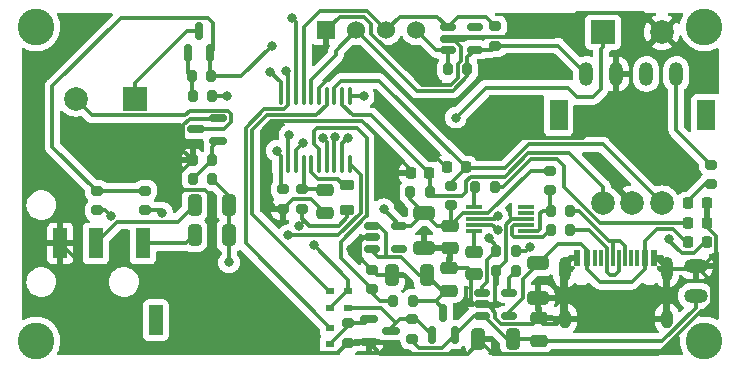
<source format=gbr>
%TF.GenerationSoftware,KiCad,Pcbnew,(6.0.2)*%
%TF.CreationDate,2022-03-18T21:37:06+08:00*%
%TF.ProjectId,Morse_code_PCB,4d6f7273-655f-4636-9f64-655f5043422e,rev?*%
%TF.SameCoordinates,Original*%
%TF.FileFunction,Copper,L1,Top*%
%TF.FilePolarity,Positive*%
%FSLAX46Y46*%
G04 Gerber Fmt 4.6, Leading zero omitted, Abs format (unit mm)*
G04 Created by KiCad (PCBNEW (6.0.2)) date 2022-03-18 21:37:06*
%MOMM*%
%LPD*%
G01*
G04 APERTURE LIST*
G04 Aperture macros list*
%AMRoundRect*
0 Rectangle with rounded corners*
0 $1 Rounding radius*
0 $2 $3 $4 $5 $6 $7 $8 $9 X,Y pos of 4 corners*
0 Add a 4 corners polygon primitive as box body*
4,1,4,$2,$3,$4,$5,$6,$7,$8,$9,$2,$3,0*
0 Add four circle primitives for the rounded corners*
1,1,$1+$1,$2,$3*
1,1,$1+$1,$4,$5*
1,1,$1+$1,$6,$7*
1,1,$1+$1,$8,$9*
0 Add four rect primitives between the rounded corners*
20,1,$1+$1,$2,$3,$4,$5,0*
20,1,$1+$1,$4,$5,$6,$7,0*
20,1,$1+$1,$6,$7,$8,$9,0*
20,1,$1+$1,$8,$9,$2,$3,0*%
G04 Aperture macros list end*
%TA.AperFunction,SMDPad,CuDef*%
%ADD10RoundRect,0.225000X0.225000X0.250000X-0.225000X0.250000X-0.225000X-0.250000X0.225000X-0.250000X0*%
%TD*%
%TA.AperFunction,SMDPad,CuDef*%
%ADD11RoundRect,0.200000X-0.275000X0.200000X-0.275000X-0.200000X0.275000X-0.200000X0.275000X0.200000X0*%
%TD*%
%TA.AperFunction,SMDPad,CuDef*%
%ADD12RoundRect,0.200000X0.200000X0.275000X-0.200000X0.275000X-0.200000X-0.275000X0.200000X-0.275000X0*%
%TD*%
%TA.AperFunction,SMDPad,CuDef*%
%ADD13RoundRect,0.250000X-0.475000X0.250000X-0.475000X-0.250000X0.475000X-0.250000X0.475000X0.250000X0*%
%TD*%
%TA.AperFunction,SMDPad,CuDef*%
%ADD14RoundRect,0.150000X0.587500X0.150000X-0.587500X0.150000X-0.587500X-0.150000X0.587500X-0.150000X0*%
%TD*%
%TA.AperFunction,ComponentPad*%
%ADD15R,2.000000X2.000000*%
%TD*%
%TA.AperFunction,ComponentPad*%
%ADD16C,2.000000*%
%TD*%
%TA.AperFunction,SMDPad,CuDef*%
%ADD17RoundRect,0.200000X-0.200000X-0.275000X0.200000X-0.275000X0.200000X0.275000X-0.200000X0.275000X0*%
%TD*%
%TA.AperFunction,ComponentPad*%
%ADD18O,2.000000X1.200000*%
%TD*%
%TA.AperFunction,SMDPad,CuDef*%
%ADD19R,0.700000X0.600000*%
%TD*%
%TA.AperFunction,SMDPad,CuDef*%
%ADD20RoundRect,0.218750X0.218750X0.256250X-0.218750X0.256250X-0.218750X-0.256250X0.218750X-0.256250X0*%
%TD*%
%TA.AperFunction,SMDPad,CuDef*%
%ADD21RoundRect,0.218750X0.381250X-0.218750X0.381250X0.218750X-0.381250X0.218750X-0.381250X-0.218750X0*%
%TD*%
%TA.AperFunction,ComponentPad*%
%ADD22R,1.500000X2.500000*%
%TD*%
%TA.AperFunction,SMDPad,CuDef*%
%ADD23RoundRect,0.250000X0.325000X0.650000X-0.325000X0.650000X-0.325000X-0.650000X0.325000X-0.650000X0*%
%TD*%
%TA.AperFunction,SMDPad,CuDef*%
%ADD24RoundRect,0.250000X-0.650000X0.325000X-0.650000X-0.325000X0.650000X-0.325000X0.650000X0.325000X0*%
%TD*%
%TA.AperFunction,SMDPad,CuDef*%
%ADD25RoundRect,0.250000X-0.325000X-0.650000X0.325000X-0.650000X0.325000X0.650000X-0.325000X0.650000X0*%
%TD*%
%TA.AperFunction,SMDPad,CuDef*%
%ADD26RoundRect,0.150000X-0.512500X-0.150000X0.512500X-0.150000X0.512500X0.150000X-0.512500X0.150000X0*%
%TD*%
%TA.AperFunction,ComponentPad*%
%ADD27R,1.524000X1.524000*%
%TD*%
%TA.AperFunction,ComponentPad*%
%ADD28C,1.524000*%
%TD*%
%TA.AperFunction,SMDPad,CuDef*%
%ADD29RoundRect,0.250000X0.475000X-0.250000X0.475000X0.250000X-0.475000X0.250000X-0.475000X-0.250000X0*%
%TD*%
%TA.AperFunction,SMDPad,CuDef*%
%ADD30R,0.600000X1.450000*%
%TD*%
%TA.AperFunction,SMDPad,CuDef*%
%ADD31R,0.300000X1.450000*%
%TD*%
%TA.AperFunction,ComponentPad*%
%ADD32O,1.000000X2.100000*%
%TD*%
%TA.AperFunction,ComponentPad*%
%ADD33O,1.000000X1.600000*%
%TD*%
%TA.AperFunction,SMDPad,CuDef*%
%ADD34R,1.200000X2.500000*%
%TD*%
%TA.AperFunction,SMDPad,CuDef*%
%ADD35R,1.400000X0.300000*%
%TD*%
%TA.AperFunction,SMDPad,CuDef*%
%ADD36RoundRect,0.200000X0.275000X-0.200000X0.275000X0.200000X-0.275000X0.200000X-0.275000X-0.200000X0*%
%TD*%
%TA.AperFunction,SMDPad,CuDef*%
%ADD37RoundRect,0.100000X0.100000X-0.637500X0.100000X0.637500X-0.100000X0.637500X-0.100000X-0.637500X0*%
%TD*%
%TA.AperFunction,SMDPad,CuDef*%
%ADD38RoundRect,0.150000X0.150000X-0.587500X0.150000X0.587500X-0.150000X0.587500X-0.150000X-0.587500X0*%
%TD*%
%TA.AperFunction,SMDPad,CuDef*%
%ADD39RoundRect,0.150000X-0.587500X-0.150000X0.587500X-0.150000X0.587500X0.150000X-0.587500X0.150000X0*%
%TD*%
%TA.AperFunction,ComponentPad*%
%ADD40O,1.200000X2.000000*%
%TD*%
%TA.AperFunction,ViaPad*%
%ADD41C,3.100000*%
%TD*%
%TA.AperFunction,ViaPad*%
%ADD42C,0.800000*%
%TD*%
%TA.AperFunction,Conductor*%
%ADD43C,0.300000*%
%TD*%
G04 APERTURE END LIST*
D10*
%TO.P,C2,1*%
%TO.N,Net-(C2-Pad1)*%
X104975000Y-146100000D03*
%TO.P,C2,2*%
%TO.N,GND*%
X103425000Y-146100000D03*
%TD*%
D11*
%TO.P,R19,1*%
%TO.N,IIC_SCL*%
X110600000Y-133675000D03*
%TO.P,R19,2*%
%TO.N,VCC*%
X110600000Y-135325000D03*
%TD*%
D12*
%TO.P,R21,1*%
%TO.N,MUTE*%
X86625000Y-139600000D03*
%TO.P,R21,2*%
%TO.N,Net-(Q4-Pad1)*%
X84975000Y-139600000D03*
%TD*%
D13*
%TO.P,C4,1*%
%TO.N,Net-(C4-Pad1)*%
X108820000Y-152750000D03*
%TO.P,C4,2*%
%TO.N,GND*%
X108820000Y-154650000D03*
%TD*%
D14*
%TO.P,Q3,1,G*%
%TO.N,Net-(Q3-Pad1)*%
X87137500Y-143350000D03*
%TO.P,Q3,2,S*%
%TO.N,GND*%
X87137500Y-141450000D03*
%TO.P,Q3,3,D*%
%TO.N,Net-(BZ1-Pad2)*%
X85262500Y-142400000D03*
%TD*%
D15*
%TO.P,BZ1,1,-*%
%TO.N,Net-(BZ1-Pad1)*%
X80070785Y-139800000D03*
D16*
%TO.P,BZ1,2,+*%
%TO.N,Net-(BZ1-Pad2)*%
X75070785Y-139800000D03*
%TD*%
D17*
%TO.P,R20,1*%
%TO.N,Net-(Q4-Pad1)*%
X84875000Y-137900000D03*
%TO.P,R20,2*%
%TO.N,VCC*%
X86525000Y-137900000D03*
%TD*%
D18*
%TO.P,J4,1,Pin_1*%
%TO.N,BAT_IN*%
X127560000Y-156500000D03*
%TO.P,J4,2,Pin_2*%
%TO.N,GND*%
X127560000Y-153960000D03*
%TD*%
D17*
%TO.P,R18,1*%
%TO.N,IIC_SDL*%
X106575000Y-137300000D03*
%TO.P,R18,2*%
%TO.N,VCC*%
X108225000Y-137300000D03*
%TD*%
D19*
%TO.P,D1,1,K*%
%TO.N,Net-(D1-Pad1)*%
X96570000Y-160570000D03*
%TO.P,D1,2,A*%
%TO.N,PWR_EN*%
X96570000Y-159170000D03*
%TD*%
D20*
%TO.P,D2,1,K*%
%TO.N,GND*%
X128487500Y-150300000D03*
%TO.P,D2,2,A*%
%TO.N,Net-(D2-Pad2)*%
X126912500Y-150300000D03*
%TD*%
D12*
%TO.P,R8,1*%
%TO.N,Net-(C8-Pad1)*%
X103615000Y-156920000D03*
%TO.P,R8,2*%
%TO.N,BAT_ADC*%
X101965000Y-156920000D03*
%TD*%
D17*
%TO.P,R17,1*%
%TO.N,GND*%
X84975000Y-145000000D03*
%TO.P,R17,2*%
%TO.N,Net-(Q3-Pad1)*%
X86625000Y-145000000D03*
%TD*%
D10*
%TO.P,C3,1*%
%TO.N,Net-(C3-Pad1)*%
X108075000Y-145600000D03*
%TO.P,C3,2*%
%TO.N,GND*%
X106525000Y-145600000D03*
%TD*%
D11*
%TO.P,R2,1*%
%TO.N,Net-(C1-Pad1)*%
X94250000Y-147475000D03*
%TO.P,R2,2*%
%TO.N,VCC*%
X94250000Y-149125000D03*
%TD*%
D21*
%TO.P,L1,1,1*%
%TO.N,VCC*%
X98050000Y-149212500D03*
%TO.P,L1,2,2*%
%TO.N,Net-(L1-Pad2)*%
X98050000Y-147087500D03*
%TD*%
D22*
%TO.P,SW1,6*%
%TO.N,N/C*%
X115950000Y-141150000D03*
%TO.P,SW1,7*%
X128450000Y-141150000D03*
D16*
%TO.P,SW1,A,A*%
%TO.N,Net-(C2-Pad1)*%
X119700000Y-148650000D03*
%TO.P,SW1,B,B*%
%TO.N,Net-(C3-Pad1)*%
X124700000Y-148650000D03*
%TO.P,SW1,C,C*%
%TO.N,GND*%
X122200000Y-148650000D03*
D15*
%TO.P,SW1,S1,S1*%
%TO.N,K1*%
X119700000Y-134150000D03*
D16*
%TO.P,SW1,S2,S2*%
%TO.N,GND*%
X124700000Y-134150000D03*
%TD*%
D23*
%TO.P,C8,1*%
%TO.N,Net-(C8-Pad1)*%
X104775000Y-154750000D03*
%TO.P,C8,2*%
%TO.N,GND*%
X101825000Y-154750000D03*
%TD*%
D24*
%TO.P,C5,1*%
%TO.N,USB_VCC*%
X114200000Y-153725000D03*
%TO.P,C5,2*%
%TO.N,GND*%
X114200000Y-156675000D03*
%TD*%
D25*
%TO.P,C13,1*%
%TO.N,Net-(C13-Pad1)*%
X85125000Y-151350000D03*
%TO.P,C13,2*%
%TO.N,PWM*%
X88075000Y-151350000D03*
%TD*%
D23*
%TO.P,C6,1*%
%TO.N,BAT_IN*%
X112095000Y-160130000D03*
%TO.P,C6,2*%
%TO.N,GND*%
X109145000Y-160130000D03*
%TD*%
D19*
%TO.P,D5,1,K*%
%TO.N,K1*%
X96600000Y-157500000D03*
%TO.P,D5,2,A*%
%TO.N,K1_DET*%
X96600000Y-156100000D03*
%TD*%
D20*
%TO.P,D3,1,K*%
%TO.N,Net-(D3-Pad1)*%
X128487500Y-151940000D03*
%TO.P,D3,2,A*%
%TO.N,USB_VCC*%
X126912500Y-151940000D03*
%TD*%
D11*
%TO.P,R13,1*%
%TO.N,VCC*%
X115200000Y-145875000D03*
%TO.P,R13,2*%
%TO.N,Net-(R11-Pad1)*%
X115200000Y-147525000D03*
%TD*%
D26*
%TO.P,U3,1,STAT*%
%TO.N,BAT_CHG_DET*%
X109462500Y-156250000D03*
%TO.P,U3,2,VSS*%
%TO.N,GND*%
X109462500Y-157200000D03*
%TO.P,U3,3,VBAT*%
%TO.N,BAT_IN*%
X109462500Y-158150000D03*
%TO.P,U3,4,VDD*%
%TO.N,USB_VCC*%
X111737500Y-158150000D03*
%TO.P,U3,5,PROG*%
%TO.N,Net-(R5-Pad2)*%
X111737500Y-156250000D03*
%TD*%
D27*
%TO.P,U2,1,GND*%
%TO.N,GND*%
X96295000Y-133995000D03*
D28*
%TO.P,U2,2,VCC*%
%TO.N,VCC*%
X98835000Y-133995000D03*
%TO.P,U2,3,SCL*%
%TO.N,IIC_SCL*%
X101375000Y-133995000D03*
%TO.P,U2,4,SDL*%
%TO.N,IIC_SDL*%
X103915000Y-133995000D03*
%TD*%
D29*
%TO.P,C9,1*%
%TO.N,Net-(C8-Pad1)*%
X106700000Y-156050000D03*
%TO.P,C9,2*%
%TO.N,GND*%
X106700000Y-154150000D03*
%TD*%
D17*
%TO.P,R16,1*%
%TO.N,Net-(Q3-Pad1)*%
X84975000Y-146600000D03*
%TO.P,R16,2*%
%TO.N,PWM*%
X86625000Y-146600000D03*
%TD*%
D11*
%TO.P,R7,1*%
%TO.N,Net-(D4-Pad2)*%
X103550000Y-158455000D03*
%TO.P,R7,2*%
%TO.N,BAT_IN*%
X103550000Y-160105000D03*
%TD*%
D30*
%TO.P,J1,A1,GND*%
%TO.N,GND*%
X117550000Y-153315000D03*
%TO.P,J1,A4,VBUS*%
%TO.N,USB_VCC*%
X118350000Y-153315000D03*
D31*
%TO.P,J1,A5,CC1*%
%TO.N,unconnected-(J1-PadA5)*%
X119550000Y-153315000D03*
%TO.P,J1,A6,D+*%
%TO.N,Net-(J1-PadA6)*%
X120550000Y-153315000D03*
%TO.P,J1,A7,D-*%
%TO.N,Net-(J1-PadA7)*%
X121050000Y-153315000D03*
%TO.P,J1,A8,SBU1*%
%TO.N,unconnected-(J1-PadA8)*%
X122050000Y-153315000D03*
D30*
%TO.P,J1,A9,VBUS*%
%TO.N,USB_VCC*%
X123250000Y-153315000D03*
%TO.P,J1,A12,GND*%
%TO.N,GND*%
X124050000Y-153315000D03*
%TO.P,J1,B1,GND*%
X124050000Y-153315000D03*
%TO.P,J1,B4,VBUS*%
%TO.N,USB_VCC*%
X123250000Y-153315000D03*
D31*
%TO.P,J1,B5,CC2*%
%TO.N,unconnected-(J1-PadB5)*%
X122550000Y-153315000D03*
%TO.P,J1,B6,D+*%
%TO.N,Net-(J1-PadA6)*%
X121550000Y-153315000D03*
%TO.P,J1,B7,D-*%
%TO.N,Net-(J1-PadA7)*%
X120050000Y-153315000D03*
%TO.P,J1,B8,SBU2*%
%TO.N,unconnected-(J1-PadB8)*%
X119050000Y-153315000D03*
D30*
%TO.P,J1,B9,VBUS*%
%TO.N,USB_VCC*%
X118350000Y-153315000D03*
%TO.P,J1,B12,GND*%
%TO.N,GND*%
X117550000Y-153315000D03*
D32*
%TO.P,J1,S1,SHIELD*%
X116480000Y-154230000D03*
X125120000Y-154230000D03*
D33*
X125120000Y-158410000D03*
X116480000Y-158410000D03*
%TD*%
D11*
%TO.P,R6,1*%
%TO.N,Net-(D1-Pad1)*%
X98100000Y-158825000D03*
%TO.P,R6,2*%
%TO.N,GND*%
X98100000Y-160475000D03*
%TD*%
%TO.P,R24,1*%
%TO.N,RUN_LED*%
X128850000Y-145375000D03*
%TO.P,R24,2*%
%TO.N,Net-(D6-Pad2)*%
X128850000Y-147025000D03*
%TD*%
D17*
%TO.P,R14,1*%
%TO.N,Net-(R14-Pad1)*%
X108875000Y-147300000D03*
%TO.P,R14,2*%
%TO.N,Net-(D2-Pad2)*%
X110525000Y-147300000D03*
%TD*%
D34*
%TO.P,J3,R1*%
%TO.N,Net-(C12-Pad1)*%
X76755000Y-152050000D03*
%TO.P,J3,R2*%
%TO.N,GND*%
X73755000Y-152050000D03*
%TO.P,J3,S*%
%TO.N,unconnected-(J3-PadS)*%
X81855000Y-158550000D03*
%TO.P,J3,T*%
%TO.N,Net-(C13-Pad1)*%
X80755000Y-152050000D03*
%TD*%
D13*
%TO.P,C1,1*%
%TO.N,Net-(C1-Pad1)*%
X96150000Y-147550000D03*
%TO.P,C1,2*%
%TO.N,GND*%
X96150000Y-149450000D03*
%TD*%
D35*
%TO.P,U4,1,UD+*%
%TO.N,Net-(R11-Pad1)*%
X113200000Y-151000000D03*
%TO.P,U4,2,UD-*%
%TO.N,Net-(R12-Pad1)*%
X113200000Y-150500000D03*
%TO.P,U4,3,GND*%
%TO.N,GND*%
X113200000Y-150000000D03*
%TO.P,U4,4,~{RTS}*%
%TO.N,unconnected-(U4-Pad4)*%
X113200000Y-149500000D03*
%TO.P,U4,5,~{CTS}*%
%TO.N,unconnected-(U4-Pad5)*%
X113200000Y-149000000D03*
%TO.P,U4,6,TNOW*%
%TO.N,Net-(R14-Pad1)*%
X108800000Y-149000000D03*
%TO.P,U4,7,VCC*%
%TO.N,VCC*%
X108800000Y-149500000D03*
%TO.P,U4,8,TXD*%
%TO.N,TXD*%
X108800000Y-150000000D03*
%TO.P,U4,9,RXD*%
%TO.N,RXD*%
X108800000Y-150500000D03*
%TO.P,U4,10,V3*%
%TO.N,Net-(C4-Pad1)*%
X108800000Y-151000000D03*
%TD*%
D11*
%TO.P,R23,1*%
%TO.N,VCC*%
X80950000Y-147575000D03*
%TO.P,R23,2*%
%TO.N,TICK_B*%
X80950000Y-149225000D03*
%TD*%
D17*
%TO.P,R12,1*%
%TO.N,Net-(R12-Pad1)*%
X115275000Y-150900000D03*
%TO.P,R12,2*%
%TO.N,Net-(J1-PadA7)*%
X116925000Y-150900000D03*
%TD*%
%TO.P,R11,1*%
%TO.N,Net-(R11-Pad1)*%
X115275000Y-149300000D03*
%TO.P,R11,2*%
%TO.N,Net-(J1-PadA6)*%
X116925000Y-149300000D03*
%TD*%
D12*
%TO.P,R10,1*%
%TO.N,Net-(D3-Pad1)*%
X112325000Y-152700000D03*
%TO.P,R10,2*%
%TO.N,BAT_CHG_DET*%
X110675000Y-152700000D03*
%TD*%
D36*
%TO.P,R1,1*%
%TO.N,GND*%
X92600000Y-149125000D03*
%TO.P,R1,2*%
%TO.N,Net-(R1-Pad2)*%
X92600000Y-147475000D03*
%TD*%
D37*
%TO.P,U1,1,BOOT0*%
%TO.N,Net-(R1-Pad2)*%
X92425000Y-145312500D03*
%TO.P,U1,2,PF0*%
%TO.N,TICK_A*%
X93075000Y-145312500D03*
%TO.P,U1,3,PF1*%
%TO.N,TICK_B*%
X93725000Y-145312500D03*
%TO.P,U1,4,NRST*%
%TO.N,Net-(C1-Pad1)*%
X94375000Y-145312500D03*
%TO.P,U1,5,VDDA*%
%TO.N,Net-(L1-Pad2)*%
X95025000Y-145312500D03*
%TO.P,U1,6,PA0*%
%TO.N,BAT_ADC*%
X95675000Y-145312500D03*
%TO.P,U1,7,PA1*%
%TO.N,BAT_CHG_DET*%
X96325000Y-145312500D03*
%TO.P,U1,8,PA2*%
%TO.N,RXD*%
X96975000Y-145312500D03*
%TO.P,U1,9,PA3*%
%TO.N,TXD*%
X97625000Y-145312500D03*
%TO.P,U1,10,PA4*%
%TO.N,PWM*%
X98275000Y-145312500D03*
%TO.P,U1,11,PA5*%
%TO.N,MUTE*%
X98275000Y-139587500D03*
%TO.P,U1,12,PA6*%
%TO.N,Net-(C2-Pad1)*%
X97625000Y-139587500D03*
%TO.P,U1,13,PA7*%
%TO.N,Net-(C3-Pad1)*%
X96975000Y-139587500D03*
%TO.P,U1,14,PB1*%
%TO.N,K1_DET*%
X96325000Y-139587500D03*
%TO.P,U1,15,VSS*%
%TO.N,GND*%
X95675000Y-139587500D03*
%TO.P,U1,16,VDD*%
%TO.N,VCC*%
X95025000Y-139587500D03*
%TO.P,U1,17,PA9*%
%TO.N,IIC_SCL*%
X94375000Y-139587500D03*
%TO.P,U1,18,PA10*%
%TO.N,IIC_SDL*%
X93725000Y-139587500D03*
%TO.P,U1,19,PA13*%
%TO.N,PWR_EN*%
X93075000Y-139587500D03*
%TO.P,U1,20,PA14*%
%TO.N,RUN_LED*%
X92425000Y-139587500D03*
%TD*%
D11*
%TO.P,R22,1*%
%TO.N,VCC*%
X76850000Y-147600000D03*
%TO.P,R22,2*%
%TO.N,TICK_A*%
X76850000Y-149250000D03*
%TD*%
D19*
%TO.P,D4,1,K*%
%TO.N,K1*%
X98110000Y-156090000D03*
%TO.P,D4,2,A*%
%TO.N,Net-(D4-Pad2)*%
X98110000Y-157490000D03*
%TD*%
D38*
%TO.P,Q4,1,G*%
%TO.N,Net-(Q4-Pad1)*%
X84550000Y-135937500D03*
%TO.P,Q4,2,S*%
%TO.N,VCC*%
X86450000Y-135937500D03*
%TO.P,Q4,3,D*%
%TO.N,Net-(BZ1-Pad1)*%
X85500000Y-134062500D03*
%TD*%
D26*
%TO.P,U6,1,SCL*%
%TO.N,IIC_SCL*%
X106562500Y-133750000D03*
%TO.P,U6,2,GND*%
%TO.N,GND*%
X106562500Y-134700000D03*
%TO.P,U6,3,SDA*%
%TO.N,IIC_SDL*%
X106562500Y-135650000D03*
%TO.P,U6,4,VCC*%
%TO.N,VCC*%
X108837500Y-135650000D03*
%TO.P,U6,5,NC*%
%TO.N,unconnected-(U6-Pad5)*%
X108837500Y-133750000D03*
%TD*%
D12*
%TO.P,R3,1*%
%TO.N,Net-(C2-Pad1)*%
X105055000Y-147710000D03*
%TO.P,R3,2*%
%TO.N,VCC*%
X103405000Y-147710000D03*
%TD*%
D26*
%TO.P,U5,1,IN*%
%TO.N,Net-(C8-Pad1)*%
X100182500Y-150590000D03*
%TO.P,U5,2,GND*%
%TO.N,GND*%
X100182500Y-151540000D03*
%TO.P,U5,3,EN*%
%TO.N,Net-(C8-Pad1)*%
X100182500Y-152490000D03*
%TO.P,U5,4,NC*%
%TO.N,unconnected-(U5-Pad4)*%
X102457500Y-152490000D03*
%TO.P,U5,5,OUT*%
%TO.N,VCC*%
X102457500Y-150590000D03*
%TD*%
D29*
%TO.P,C7,1*%
%TO.N,BAT_IN*%
X114260000Y-160290000D03*
%TO.P,C7,2*%
%TO.N,GND*%
X114260000Y-158390000D03*
%TD*%
D20*
%TO.P,D6,1,K*%
%TO.N,GND*%
X128487500Y-148650000D03*
%TO.P,D6,2,A*%
%TO.N,Net-(D6-Pad2)*%
X126912500Y-148650000D03*
%TD*%
D36*
%TO.P,R9,1*%
%TO.N,BAT_ADC*%
X100120000Y-155905000D03*
%TO.P,R9,2*%
%TO.N,GND*%
X100120000Y-154255000D03*
%TD*%
D11*
%TO.P,R4,1*%
%TO.N,Net-(C3-Pad1)*%
X106850000Y-147175000D03*
%TO.P,R4,2*%
%TO.N,VCC*%
X106850000Y-148825000D03*
%TD*%
D38*
%TO.P,Q2,1,G*%
%TO.N,Net-(D4-Pad2)*%
X105240000Y-159777500D03*
%TO.P,Q2,2,S*%
%TO.N,BAT_IN*%
X107140000Y-159777500D03*
%TO.P,Q2,3,D*%
%TO.N,Net-(C8-Pad1)*%
X106190000Y-157902500D03*
%TD*%
D25*
%TO.P,C12,1*%
%TO.N,Net-(C12-Pad1)*%
X85125000Y-148800000D03*
%TO.P,C12,2*%
%TO.N,PWM*%
X88075000Y-148800000D03*
%TD*%
D39*
%TO.P,Q1,1,G*%
%TO.N,Net-(D1-Pad1)*%
X99882500Y-158480000D03*
%TO.P,Q1,2,S*%
%TO.N,GND*%
X99882500Y-160380000D03*
%TO.P,Q1,3,D*%
%TO.N,Net-(D4-Pad2)*%
X101757500Y-159430000D03*
%TD*%
D24*
%TO.P,C10,1*%
%TO.N,VCC*%
X104580000Y-149465000D03*
%TO.P,C10,2*%
%TO.N,GND*%
X104580000Y-152415000D03*
%TD*%
D13*
%TO.P,C11,1*%
%TO.N,VCC*%
X106790000Y-150560000D03*
%TO.P,C11,2*%
%TO.N,GND*%
X106790000Y-152460000D03*
%TD*%
D17*
%TO.P,R5,1*%
%TO.N,GND*%
X110675000Y-154400000D03*
%TO.P,R5,2*%
%TO.N,Net-(R5-Pad2)*%
X112325000Y-154400000D03*
%TD*%
D40*
%TO.P,J5,1,Pin_1*%
%TO.N,VCC*%
X118290000Y-137700000D03*
%TO.P,J5,2,Pin_2*%
%TO.N,GND*%
X120830000Y-137700000D03*
%TO.P,J5,3,Pin_3*%
%TO.N,PWR_EN*%
X123370000Y-137700000D03*
%TO.P,J5,4,Pin_4*%
%TO.N,RUN_LED*%
X125910000Y-137700000D03*
%TD*%
D41*
%TO.N,*%
X71700000Y-160300000D03*
X128300000Y-133700000D03*
X128300000Y-160300000D03*
X71700000Y-133700000D03*
D42*
%TO.N,GND*%
X101600000Y-146100000D03*
X103050000Y-142200000D03*
X98400000Y-152500000D03*
%TO.N,VCC*%
X91650000Y-135300000D03*
X101150000Y-149150000D03*
X94000000Y-150550000D03*
%TO.N,PWM*%
X88050000Y-153650000D03*
X93050000Y-151350000D03*
%TO.N,PWR_EN*%
X92900000Y-137450000D03*
%TO.N,Net-(D3-Pad1)*%
X113560000Y-152360000D03*
X125340000Y-151699500D03*
%TO.N,K1*%
X95200000Y-152150000D03*
X107250000Y-141400000D03*
%TO.N,TICK_B*%
X82400000Y-149450000D03*
X94309907Y-143518383D03*
%TO.N,TICK_A*%
X93150000Y-142900000D03*
X78050000Y-149750000D03*
%TO.N,Net-(R1-Pad2)*%
X92094815Y-144199500D03*
%TO.N,BAT_CHG_DET*%
X96004727Y-143155227D03*
X110050000Y-151600000D03*
%TO.N,IIC_SDL*%
X93400000Y-133000000D03*
%TO.N,MUTE*%
X87900000Y-139600000D03*
X99450000Y-139600000D03*
%TO.N,RUN_LED*%
X91550000Y-137500000D03*
%TO.N,RXD*%
X96998789Y-143051080D03*
X110800000Y-150950000D03*
%TO.N,TXD*%
X110800000Y-149750000D03*
X98103832Y-143096169D03*
%TD*%
D43*
%TO.N,Net-(BZ1-Pad1)*%
X80070785Y-138500000D02*
X84508285Y-134062500D01*
X84508285Y-134062500D02*
X85500000Y-134062500D01*
X80070785Y-139800000D02*
X80070785Y-138500000D01*
%TO.N,Net-(BZ1-Pad2)*%
X87631427Y-142400000D02*
X88224520Y-141806907D01*
X84711677Y-140800480D02*
X84311668Y-141200489D01*
X88224520Y-141806907D02*
X88224520Y-141093093D01*
X76471274Y-141200489D02*
X75070785Y-139800000D01*
X84311668Y-141200489D02*
X76471274Y-141200489D01*
X87931907Y-140800480D02*
X84711677Y-140800480D01*
X85262500Y-142400000D02*
X87631427Y-142400000D01*
X88224520Y-141093093D02*
X87931907Y-140800480D01*
%TO.N,Net-(C1-Pad1)*%
X94250000Y-147475000D02*
X96075000Y-147475000D01*
X94375000Y-147350000D02*
X94375000Y-145312500D01*
X96075000Y-147475000D02*
X96150000Y-147550000D01*
X94250000Y-147475000D02*
X94375000Y-147350000D01*
%TO.N,GND*%
X106712500Y-134550000D02*
X115550000Y-134550000D01*
X108500000Y-154950000D02*
X108800000Y-154650000D01*
X86000000Y-147550000D02*
X86500000Y-148050000D01*
X113200000Y-150000000D02*
X111944550Y-150000000D01*
X106700000Y-154150000D02*
X106700000Y-152550000D01*
X124357818Y-161380000D02*
X119260000Y-161380000D01*
X99140960Y-152500000D02*
X99170480Y-152470480D01*
X106790000Y-152460000D02*
X104625000Y-152460000D01*
X114650000Y-158850000D02*
X115840000Y-158850000D01*
X107400000Y-136872862D02*
X107700000Y-136572862D01*
X128500000Y-150673845D02*
X129274520Y-151448365D01*
X97239283Y-137300000D02*
X100800000Y-137300000D01*
X116280000Y-158410000D02*
X124920000Y-158410000D01*
X99170480Y-153305480D02*
X100120000Y-154255000D01*
X124920000Y-154230000D02*
X127290000Y-154230000D01*
X124205000Y-153315000D02*
X125120000Y-154230000D01*
X93425000Y-148300000D02*
X92600000Y-149125000D01*
X99483489Y-132883489D02*
X100100000Y-133500000D01*
X95675000Y-139587500D02*
X95675000Y-138864283D01*
X96150000Y-149450000D02*
X95000000Y-148300000D01*
X103708085Y-137908085D02*
X104400000Y-138600000D01*
X106800000Y-138600000D02*
X107400000Y-138000000D01*
X115550000Y-134550000D02*
X117550000Y-132550000D01*
X117550000Y-132550000D02*
X123100000Y-132550000D01*
X129274520Y-151448365D02*
X129274520Y-152845480D01*
X116280000Y-154230000D02*
X116280000Y-158410000D01*
X127560000Y-153960000D02*
X128909520Y-155309520D01*
X110675000Y-154400000D02*
X110900000Y-154625000D01*
X100322500Y-151560000D02*
X99500000Y-151560000D01*
X128909520Y-155309520D02*
X128909520Y-157100480D01*
X118000000Y-143150000D02*
X120830000Y-140320000D01*
X113800000Y-158850000D02*
X111068573Y-158850000D01*
X90800000Y-142500000D02*
X91600004Y-141699996D01*
X100615000Y-154750000D02*
X100120000Y-154255000D01*
X107700000Y-136572862D02*
X107700000Y-135418573D01*
X110675000Y-154400000D02*
X110600000Y-154475000D01*
X110290713Y-157609287D02*
X109881427Y-157200000D01*
X119259520Y-161379520D02*
X110394520Y-161379520D01*
X90800000Y-147900000D02*
X90800000Y-142500000D01*
X110600000Y-158381427D02*
X110600000Y-157918573D01*
X115840000Y-158850000D02*
X116280000Y-158410000D01*
X123100000Y-132550000D02*
X124700000Y-134150000D01*
X97406511Y-132883489D02*
X99483489Y-132883489D01*
X128270000Y-157740000D02*
X127997818Y-157740000D01*
X110600000Y-157300000D02*
X110290713Y-157609287D01*
X124920000Y-158410000D02*
X124920000Y-154230000D01*
X92600000Y-149125000D02*
X92025000Y-149125000D01*
X84975000Y-145000000D02*
X84175480Y-144200480D01*
X95000000Y-148300000D02*
X93425000Y-148300000D01*
X86450000Y-161350000D02*
X97225000Y-161350000D01*
X106525000Y-145600000D02*
X106450000Y-145600000D01*
X109225000Y-160400000D02*
X108255000Y-161370000D01*
X111500000Y-153575000D02*
X110675000Y-154400000D01*
X114260000Y-158390000D02*
X113800000Y-158850000D01*
X99170480Y-151889520D02*
X99170480Y-152470480D01*
X84718573Y-141500000D02*
X87087500Y-141500000D01*
X84175480Y-142043093D02*
X84718573Y-141500000D01*
X108255000Y-161370000D02*
X100872500Y-161370000D01*
X124050000Y-153315000D02*
X124205000Y-153315000D01*
X106700000Y-152550000D02*
X106790000Y-152460000D01*
X110600000Y-154475000D02*
X110600000Y-157300000D01*
X73755000Y-152050000D02*
X75354511Y-153649511D01*
X127997818Y-157740000D02*
X124357818Y-161380000D01*
X99787500Y-160475000D02*
X99882500Y-160380000D01*
X100100000Y-133500000D02*
X100100000Y-134291915D01*
X117195000Y-153315000D02*
X116280000Y-154230000D01*
X100100000Y-134291915D02*
X103708085Y-137900000D01*
X110394520Y-161379520D02*
X109145000Y-160130000D01*
X127290000Y-154230000D02*
X127560000Y-153960000D01*
X111944550Y-150000000D02*
X111500000Y-150444550D01*
X108300000Y-154150000D02*
X108800000Y-154650000D01*
X108500000Y-156900000D02*
X108800000Y-157200000D01*
X75354511Y-153649511D02*
X75354511Y-156154511D01*
X86500000Y-148050000D02*
X86500000Y-161300000D01*
X114260000Y-158390000D02*
X114260000Y-158460000D01*
X129274520Y-152845480D02*
X128160000Y-153960000D01*
X100872500Y-161370000D02*
X99882500Y-160380000D01*
X84175480Y-144200480D02*
X84175480Y-142043093D01*
X106650000Y-143150000D02*
X118000000Y-143150000D01*
X128160000Y-153960000D02*
X127560000Y-153960000D01*
X107700000Y-135418573D02*
X106981427Y-134700000D01*
X117350000Y-153315000D02*
X117195000Y-153315000D01*
X99170480Y-152470480D02*
X99170480Y-153305480D01*
X119260000Y-161380000D02*
X119259520Y-161379520D01*
X109881427Y-157200000D02*
X109462500Y-157200000D01*
X80550000Y-161350000D02*
X86450000Y-161350000D01*
X106780000Y-154150000D02*
X108300000Y-154150000D01*
X99299996Y-141699996D02*
X103425000Y-145825000D01*
X103425000Y-145825000D02*
X103425000Y-146100000D01*
X87087500Y-141500000D02*
X87137500Y-141450000D01*
X106562500Y-134700000D02*
X106712500Y-134550000D01*
X84250000Y-147550000D02*
X86000000Y-147550000D01*
X91600004Y-141699996D02*
X99299996Y-141699996D01*
X86500000Y-161300000D02*
X86450000Y-161350000D01*
X128337500Y-148650000D02*
X128500000Y-148812500D01*
X101825000Y-154750000D02*
X100615000Y-154750000D01*
X107400000Y-138000000D02*
X107400000Y-136872862D01*
X128500000Y-148812500D02*
X128500000Y-150673845D01*
X97225000Y-161350000D02*
X98100000Y-160475000D01*
X104400000Y-138600000D02*
X106800000Y-138600000D01*
X98400000Y-152500000D02*
X99140960Y-152500000D01*
X84975000Y-145000000D02*
X83900000Y-146075000D01*
X99500000Y-151560000D02*
X99170480Y-151889520D01*
X110600000Y-157918573D02*
X110290713Y-157609287D01*
X106981427Y-134700000D02*
X106562500Y-134700000D01*
X103425000Y-146100000D02*
X101600000Y-146100000D01*
X103708085Y-137900000D02*
X103708085Y-137908085D01*
X111068573Y-158850000D02*
X110600000Y-158381427D01*
X104625000Y-152460000D02*
X104580000Y-152415000D01*
X120830000Y-140320000D02*
X120830000Y-137700000D01*
X83900000Y-147200000D02*
X84250000Y-147550000D01*
X92025000Y-149125000D02*
X90800000Y-147900000D01*
X114300000Y-156675000D02*
X114300000Y-158650000D01*
X106450000Y-145600000D02*
X103050000Y-142200000D01*
X83900000Y-146075000D02*
X83900000Y-147200000D01*
X108800000Y-157200000D02*
X109722500Y-157200000D01*
X95675000Y-138864283D02*
X97239283Y-137300000D01*
X128909520Y-157100480D02*
X128270000Y-157740000D01*
X108475000Y-154975000D02*
X108800000Y-154650000D01*
X75354511Y-156154511D02*
X80550000Y-161350000D01*
X100800000Y-137300000D02*
X106650000Y-143150000D01*
X98060000Y-160475000D02*
X99787500Y-160475000D01*
X111500000Y-150444550D02*
X111500000Y-153575000D01*
X108500000Y-156900000D02*
X108500000Y-154950000D01*
X114260000Y-158460000D02*
X114650000Y-158850000D01*
X96295000Y-133995000D02*
X97406511Y-132883489D01*
%TO.N,Net-(C2-Pad1)*%
X105055000Y-147710000D02*
X105355000Y-148010000D01*
X108125480Y-147674511D02*
X108125480Y-146797382D01*
X116864694Y-144400481D02*
X119700000Y-147235787D01*
X104975000Y-146100000D02*
X100075485Y-141200485D01*
X108125480Y-146797382D02*
X108522862Y-146400000D01*
X105055000Y-147710000D02*
X105055000Y-146180000D01*
X100075485Y-141200485D02*
X98514768Y-141200485D01*
X108522862Y-146400000D02*
X111399988Y-146400000D01*
X97625000Y-140310717D02*
X97625000Y-139587500D01*
X105355000Y-148010000D02*
X107789991Y-148010000D01*
X119700000Y-147235787D02*
X119700000Y-148650000D01*
X98514768Y-141200485D02*
X97625000Y-140310717D01*
X113399507Y-144400481D02*
X116864694Y-144400481D01*
X107789991Y-148010000D02*
X108125480Y-147674511D01*
X111399988Y-146400000D02*
X113399507Y-144400481D01*
X105055000Y-146180000D02*
X104975000Y-146100000D01*
%TO.N,Net-(C3-Pad1)*%
X106850000Y-147175000D02*
X106850000Y-146950000D01*
X119720000Y-143670000D02*
X124700000Y-148650000D01*
X97539283Y-138300000D02*
X100775000Y-138300000D01*
X108075000Y-145600000D02*
X108075000Y-145675000D01*
X100775000Y-138300000D02*
X108075000Y-145600000D01*
X111393572Y-145700000D02*
X113423572Y-143670000D01*
X96975000Y-138864283D02*
X97539283Y-138300000D01*
X113423572Y-143670000D02*
X119720000Y-143670000D01*
X96975000Y-139587500D02*
X96975000Y-138864283D01*
X108075000Y-145675000D02*
X108100000Y-145700000D01*
X106850000Y-146950000D02*
X108100000Y-145700000D01*
X108100000Y-145700000D02*
X111393572Y-145700000D01*
%TO.N,Net-(C4-Pad1)*%
X108800000Y-152750000D02*
X108800000Y-151000000D01*
%TO.N,USB_VCC*%
X118350000Y-152590978D02*
X118350000Y-153315000D01*
X118350000Y-154175371D02*
X119474629Y-155300000D01*
X111737500Y-157862500D02*
X112950480Y-156649520D01*
X111737500Y-158150000D02*
X111737500Y-157862500D01*
X125602011Y-150799511D02*
X124300489Y-150799511D01*
X117859022Y-152100000D02*
X118350000Y-152590978D01*
X119474629Y-155300000D02*
X122125371Y-155300000D01*
X118350000Y-153315000D02*
X118350000Y-154175371D01*
X126742500Y-151940000D02*
X125602011Y-150799511D01*
X115925000Y-152100000D02*
X117859022Y-152100000D01*
X124300489Y-150799511D02*
X123250000Y-151850000D01*
X123250000Y-151850000D02*
X123250000Y-153315000D01*
X112950480Y-156649520D02*
X112950480Y-155074520D01*
X122125371Y-155300000D02*
X123250000Y-154175371D01*
X123250000Y-154175371D02*
X123250000Y-153315000D01*
X112950480Y-155074520D02*
X115925000Y-152100000D01*
%TO.N,BAT_IN*%
X114100000Y-160130000D02*
X114260000Y-160290000D01*
X107140000Y-159777500D02*
X108767500Y-158150000D01*
X103550000Y-160105000D02*
X103550000Y-160280000D01*
X109722500Y-158262500D02*
X111590000Y-160130000D01*
X127560000Y-157471402D02*
X127560000Y-156500000D01*
X111590000Y-160130000D02*
X112095000Y-160130000D01*
X112095000Y-160130000D02*
X114100000Y-160130000D01*
X106052980Y-160864520D02*
X107140000Y-159777500D01*
X104134520Y-160864520D02*
X106052980Y-160864520D01*
X108767500Y-158150000D02*
X109722500Y-158150000D01*
X109722500Y-158150000D02*
X109722500Y-158262500D01*
X124741402Y-160290000D02*
X127560000Y-157471402D01*
X114260000Y-160290000D02*
X124741402Y-160290000D01*
X103550000Y-160280000D02*
X104134520Y-160864520D01*
%TO.N,Net-(C8-Pad1)*%
X106190000Y-157902500D02*
X106190000Y-157580000D01*
X106400000Y-156050000D02*
X106780000Y-156050000D01*
X104775000Y-154750000D02*
X104110000Y-154750000D01*
X101310000Y-153180000D02*
X101360000Y-153230000D01*
X100322500Y-152862500D02*
X100322500Y-152510000D01*
X105530000Y-156920000D02*
X103615000Y-156920000D01*
X106075000Y-156050000D02*
X104775000Y-154750000D01*
X106190000Y-157580000D02*
X105530000Y-156920000D01*
X101620000Y-153230000D02*
X100690000Y-153230000D01*
X106700000Y-156050000D02*
X106075000Y-156050000D01*
X104110000Y-154750000D02*
X102590000Y-153230000D01*
X102590000Y-153230000D02*
X101620000Y-153230000D01*
X101360000Y-153230000D02*
X101620000Y-153230000D01*
X105530000Y-156920000D02*
X106400000Y-156050000D01*
X100741427Y-150610000D02*
X101310000Y-151178573D01*
X101310000Y-151178573D02*
X101310000Y-153180000D01*
X100322500Y-150610000D02*
X100741427Y-150610000D01*
X100690000Y-153230000D02*
X100322500Y-152862500D01*
%TO.N,VCC*%
X97350000Y-150550000D02*
X98050000Y-149850000D01*
X86275480Y-132975480D02*
X86700000Y-133400000D01*
X108800000Y-149500000D02*
X110000000Y-149500000D01*
X110625000Y-135300000D02*
X110600000Y-135325000D01*
X80950000Y-147575000D02*
X76875000Y-147575000D01*
X94400000Y-150150000D02*
X94450000Y-150150000D01*
X95025000Y-139587500D02*
X95025000Y-138175000D01*
X94250000Y-149950000D02*
X94450000Y-150150000D01*
X102457500Y-150590000D02*
X103455000Y-150590000D01*
X94250000Y-149125000D02*
X94250000Y-149950000D01*
X103405000Y-148290000D02*
X104580000Y-149465000D01*
X108837500Y-135650000D02*
X110275000Y-135650000D01*
X73100000Y-143850000D02*
X73100000Y-138750000D01*
X86525000Y-137900000D02*
X89050000Y-137900000D01*
X89050000Y-137900000D02*
X91650000Y-135300000D01*
X108225000Y-137881416D02*
X108225000Y-137300000D01*
X105665000Y-150550000D02*
X106780000Y-150550000D01*
X104580000Y-149465000D02*
X105665000Y-150550000D01*
X86700000Y-133400000D02*
X86700000Y-135687500D01*
X103405000Y-147710000D02*
X103405000Y-148290000D01*
X98835000Y-133995000D02*
X103939511Y-139099511D01*
X76875000Y-147575000D02*
X76850000Y-147600000D01*
X108225000Y-136262500D02*
X108837500Y-135650000D01*
X103455000Y-150590000D02*
X104580000Y-149465000D01*
X110275000Y-135650000D02*
X110600000Y-135325000D01*
X115890000Y-135300000D02*
X110625000Y-135300000D01*
X106780000Y-150550000D02*
X106790000Y-150560000D01*
X95025000Y-138175000D02*
X97100000Y-136100000D01*
X103939511Y-139099511D02*
X107006905Y-139099511D01*
X94850000Y-150550000D02*
X97350000Y-150550000D01*
X118290000Y-137700000D02*
X115890000Y-135300000D01*
X94000000Y-150550000D02*
X94400000Y-150150000D01*
X78874520Y-132975480D02*
X86275480Y-132975480D01*
X106850000Y-148825000D02*
X106850000Y-150500000D01*
X102457500Y-150457500D02*
X101150000Y-149150000D01*
X73100000Y-138750000D02*
X78874520Y-132975480D01*
X94450000Y-150150000D02*
X94850000Y-150550000D01*
X110000000Y-149500000D02*
X113625000Y-145875000D01*
X108800000Y-149500000D02*
X107850000Y-149500000D01*
X108225000Y-137300000D02*
X108225000Y-136262500D01*
X86450000Y-137825000D02*
X86525000Y-137900000D01*
X86700000Y-135687500D02*
X86450000Y-135937500D01*
X102457500Y-150590000D02*
X102457500Y-150457500D01*
X106850000Y-150500000D02*
X106790000Y-150560000D01*
X107850000Y-149500000D02*
X106790000Y-150560000D01*
X97100000Y-136100000D02*
X97100000Y-135730000D01*
X86450000Y-135937500D02*
X86450000Y-137825000D01*
X76850000Y-147600000D02*
X73100000Y-143850000D01*
X98050000Y-149850000D02*
X98050000Y-149212500D01*
X113625000Y-145875000D02*
X115200000Y-145875000D01*
X97100000Y-135730000D02*
X98835000Y-133995000D01*
X107006905Y-139099511D02*
X108225000Y-137881416D01*
%TO.N,Net-(C12-Pad1)*%
X76755000Y-152050000D02*
X78605000Y-150200000D01*
X78605000Y-150200000D02*
X83725000Y-150200000D01*
X83725000Y-150200000D02*
X85125000Y-148800000D01*
%TO.N,PWM*%
X99200000Y-146237500D02*
X99200000Y-149466155D01*
X98275000Y-145312500D02*
X99200000Y-146237500D01*
X99200000Y-149466155D02*
X97316155Y-151350000D01*
X88075000Y-148800000D02*
X88075000Y-148050000D01*
X97316155Y-151350000D02*
X93050000Y-151350000D01*
X88075000Y-153625000D02*
X88050000Y-153650000D01*
X88075000Y-150125000D02*
X88075000Y-148800000D01*
X88075000Y-151350000D02*
X88075000Y-150125000D01*
X88075000Y-151350000D02*
X88075000Y-153625000D01*
X88075000Y-148050000D02*
X86625000Y-146600000D01*
%TO.N,Net-(C13-Pad1)*%
X84425000Y-152050000D02*
X85125000Y-151350000D01*
X80755000Y-152050000D02*
X84425000Y-152050000D01*
%TO.N,PWR_EN*%
X91042610Y-140700974D02*
X89450000Y-142293584D01*
X89450000Y-142293584D02*
X89450000Y-152050000D01*
X89450000Y-152050000D02*
X96570000Y-159170000D01*
X93075000Y-139587500D02*
X93075000Y-137625000D01*
X93075000Y-140310717D02*
X92684743Y-140700974D01*
X92684743Y-140700974D02*
X91042610Y-140700974D01*
X93075000Y-139587500D02*
X93075000Y-140310717D01*
X93075000Y-137625000D02*
X92900000Y-137450000D01*
%TO.N,Net-(D1-Pad1)*%
X98100000Y-158825000D02*
X98100000Y-159040000D01*
X98100000Y-159040000D02*
X96570000Y-160570000D01*
X98060000Y-158825000D02*
X99537500Y-158825000D01*
X99537500Y-158825000D02*
X99882500Y-158480000D01*
%TO.N,Net-(D2-Pad2)*%
X113606416Y-144900000D02*
X115800000Y-144900000D01*
X110525000Y-147300000D02*
X111206416Y-147300000D01*
X111206416Y-147300000D02*
X113606416Y-144900000D01*
X115800000Y-144900000D02*
X116400000Y-145500000D01*
X119441502Y-150300000D02*
X126742500Y-150300000D01*
X116400000Y-145500000D02*
X116400000Y-147258498D01*
X116400000Y-147258498D02*
X119441502Y-150300000D01*
%TO.N,Net-(D3-Pad1)*%
X112325000Y-152700000D02*
X113220000Y-152700000D01*
X113220000Y-152700000D02*
X113560000Y-152360000D01*
X128317500Y-151940000D02*
X127407500Y-152850000D01*
X125340000Y-151816155D02*
X125340000Y-151699500D01*
X126373845Y-152850000D02*
X125340000Y-151816155D01*
X127407500Y-152850000D02*
X126373845Y-152850000D01*
%TO.N,Net-(D4-Pad2)*%
X103550000Y-158455000D02*
X103917500Y-158455000D01*
X101757500Y-159430000D02*
X101757500Y-159242500D01*
X98110000Y-157490000D02*
X100930000Y-157490000D01*
X101757500Y-159242500D02*
X102220000Y-158780000D01*
X102545000Y-158455000D02*
X103550000Y-158455000D01*
X100930000Y-157490000D02*
X102220000Y-158780000D01*
X103917500Y-158455000D02*
X105240000Y-159777500D01*
X102220000Y-158780000D02*
X102545000Y-158455000D01*
%TO.N,K1*%
X109800000Y-138850000D02*
X107250000Y-141400000D01*
X98150000Y-155150000D02*
X95200000Y-152200000D01*
X118850000Y-139650000D02*
X117550000Y-139650000D01*
X95200000Y-152200000D02*
X95200000Y-152150000D01*
X117550000Y-139650000D02*
X116750000Y-138850000D01*
X98010000Y-156090000D02*
X96600000Y-157500000D01*
X119700000Y-134150000D02*
X119700000Y-135450000D01*
X119550000Y-138950000D02*
X118850000Y-139650000D01*
X98110000Y-156090000D02*
X98010000Y-156090000D01*
X116750000Y-138850000D02*
X109800000Y-138850000D01*
X119700000Y-135450000D02*
X119550000Y-135600000D01*
X119550000Y-135600000D02*
X119550000Y-138950000D01*
X98110000Y-156090000D02*
X98150000Y-156050000D01*
X98150000Y-156050000D02*
X98150000Y-155150000D01*
%TO.N,K1_DET*%
X96325000Y-140310717D02*
X95435232Y-141200485D01*
X95435232Y-141200485D02*
X91249515Y-141200485D01*
X91249515Y-141200485D02*
X90000000Y-142450000D01*
X96550000Y-156100000D02*
X96600000Y-156100000D01*
X90000000Y-142450000D02*
X90000000Y-149550000D01*
X90000000Y-149550000D02*
X96550000Y-156100000D01*
X96325000Y-139587500D02*
X96325000Y-140310717D01*
%TO.N,Net-(D6-Pad2)*%
X128387500Y-147025000D02*
X128850000Y-147025000D01*
X126762500Y-148650000D02*
X128387500Y-147025000D01*
%TO.N,Net-(J1-PadA6)*%
X121152606Y-151843584D02*
X120550000Y-151843584D01*
X120249999Y-151843584D02*
X120550000Y-151843584D01*
X116925000Y-149300000D02*
X117706415Y-149300000D01*
X121550000Y-153315000D02*
X121550000Y-152240978D01*
X120550000Y-151843584D02*
X120550000Y-153315000D01*
X117706415Y-149300000D02*
X120249999Y-151843584D01*
X121550000Y-152240978D02*
X121152606Y-151843584D01*
%TO.N,Net-(J1-PadA7)*%
X120050000Y-153315000D02*
X120050000Y-152440978D01*
X120700000Y-154700000D02*
X120300000Y-154700000D01*
X120300000Y-154700000D02*
X120050000Y-154450000D01*
X121050000Y-153315000D02*
X121050000Y-154350000D01*
X121050000Y-154350000D02*
X120700000Y-154700000D01*
X120050000Y-154450000D02*
X120050000Y-153315000D01*
X118509022Y-150900000D02*
X116925000Y-150900000D01*
X120050000Y-152440978D02*
X118509022Y-150900000D01*
%TO.N,TICK_B*%
X80950000Y-149225000D02*
X82175000Y-149225000D01*
X82175000Y-149225000D02*
X82400000Y-149450000D01*
X93725000Y-144103290D02*
X94309907Y-143518383D01*
X93725000Y-145312500D02*
X93725000Y-144103290D01*
%TO.N,TICK_A*%
X76850000Y-149250000D02*
X77550000Y-149250000D01*
X77550000Y-149250000D02*
X78050000Y-149750000D01*
X93075000Y-142975000D02*
X93150000Y-142900000D01*
X93075000Y-145312500D02*
X93075000Y-142975000D01*
%TO.N,Net-(L1-Pad2)*%
X95589283Y-146600000D02*
X95025000Y-146035717D01*
X97250000Y-146600000D02*
X97737500Y-147087500D01*
X97737500Y-147087500D02*
X98050000Y-147087500D01*
X95025000Y-146035717D02*
X95025000Y-145312500D01*
X97250000Y-146600000D02*
X95589283Y-146600000D01*
%TO.N,Net-(Q3-Pad1)*%
X86625000Y-143862500D02*
X87137500Y-143350000D01*
X86625000Y-145000000D02*
X86625000Y-143862500D01*
X85025000Y-146600000D02*
X86625000Y-145000000D01*
X84975000Y-146600000D02*
X85025000Y-146600000D01*
%TO.N,Net-(Q4-Pad1)*%
X84875000Y-139500000D02*
X84975000Y-139600000D01*
X84550000Y-135937500D02*
X84550000Y-137575000D01*
X84875000Y-137900000D02*
X84875000Y-139500000D01*
X84550000Y-137575000D02*
X84875000Y-137900000D01*
%TO.N,Net-(R1-Pad2)*%
X92425000Y-145312500D02*
X92425000Y-144675000D01*
X92425000Y-147300000D02*
X92425000Y-146575000D01*
X92094815Y-144344815D02*
X92094815Y-144199500D01*
X92425000Y-146575000D02*
X92425000Y-145312500D01*
X92600000Y-147475000D02*
X92425000Y-147300000D01*
X92425000Y-144675000D02*
X92094815Y-144344815D01*
%TO.N,Net-(R5-Pad2)*%
X111737500Y-154987500D02*
X112325000Y-154400000D01*
X111737500Y-156250000D02*
X111737500Y-154987500D01*
%TO.N,BAT_ADC*%
X95456904Y-142299511D02*
X95200000Y-142556415D01*
X95675000Y-144075000D02*
X95675000Y-145312500D01*
X100120000Y-156210000D02*
X100830000Y-156920000D01*
X99653573Y-149750000D02*
X99700000Y-149750000D01*
X99700000Y-149750000D02*
X99700000Y-143100000D01*
X98899511Y-142299511D02*
X95456904Y-142299511D01*
X100120000Y-155905000D02*
X97500000Y-153285000D01*
X100830000Y-156920000D02*
X101965000Y-156920000D01*
X97500000Y-153285000D02*
X97500000Y-151903573D01*
X97500000Y-151903573D02*
X99653573Y-149750000D01*
X95200000Y-142556415D02*
X95200000Y-143600000D01*
X99700000Y-143100000D02*
X98899511Y-142299511D01*
X100120000Y-155905000D02*
X100120000Y-156210000D01*
X95200000Y-143600000D02*
X95675000Y-144075000D01*
%TO.N,BAT_CHG_DET*%
X109462500Y-155737500D02*
X109900000Y-155300000D01*
X109900000Y-155300000D02*
X109900000Y-153475000D01*
X96325000Y-145312500D02*
X96325000Y-143475500D01*
X109900000Y-153475000D02*
X110675000Y-152700000D01*
X110675000Y-152225000D02*
X110050000Y-151600000D01*
X96325000Y-143475500D02*
X96004727Y-143155227D01*
X110675000Y-152700000D02*
X110675000Y-152225000D01*
X109462500Y-156250000D02*
X109462500Y-155737500D01*
%TO.N,Net-(R11-Pad1)*%
X114400000Y-150849022D02*
X114400000Y-149500000D01*
X115200000Y-147525000D02*
X115200000Y-149225000D01*
X115200000Y-149225000D02*
X115275000Y-149300000D01*
X114600000Y-149300000D02*
X115275000Y-149300000D01*
X113200000Y-151000000D02*
X114249022Y-151000000D01*
X114249022Y-151000000D02*
X114400000Y-150849022D01*
X114400000Y-149500000D02*
X114600000Y-149300000D01*
%TO.N,Net-(R12-Pad1)*%
X112150978Y-151500000D02*
X112000000Y-151349022D01*
X112000000Y-151349022D02*
X112000000Y-150650978D01*
X112150978Y-150500000D02*
X113200000Y-150500000D01*
X112000000Y-150650978D02*
X112150978Y-150500000D01*
X114600000Y-151500000D02*
X112150978Y-151500000D01*
X115200000Y-150900000D02*
X114600000Y-151500000D01*
X115275000Y-150900000D02*
X115200000Y-150900000D01*
%TO.N,Net-(R14-Pad1)*%
X108800000Y-147375000D02*
X108875000Y-147300000D01*
X108800000Y-149000000D02*
X108800000Y-147375000D01*
%TO.N,IIC_SDL*%
X93725000Y-139587500D02*
X93725000Y-133325000D01*
X106575000Y-137300000D02*
X106575000Y-135662500D01*
X105570000Y-135650000D02*
X106562500Y-135650000D01*
X103915000Y-133995000D02*
X105570000Y-135650000D01*
X93725000Y-133325000D02*
X93400000Y-133000000D01*
X106575000Y-135662500D02*
X106562500Y-135650000D01*
%TO.N,IIC_SCL*%
X109825000Y-132900000D02*
X107412500Y-132900000D01*
X105695989Y-132883489D02*
X102486511Y-132883489D01*
X95716022Y-132383978D02*
X94375000Y-133725000D01*
X107412500Y-132900000D02*
X106562500Y-133750000D01*
X94375000Y-133725000D02*
X94375000Y-139587500D01*
X110600000Y-133675000D02*
X109825000Y-132900000D01*
X102486511Y-132883489D02*
X101375000Y-133995000D01*
X101375000Y-133995000D02*
X99763978Y-132383978D01*
X106562500Y-133750000D02*
X105695989Y-132883489D01*
X99763978Y-132383978D02*
X95716022Y-132383978D01*
%TO.N,MUTE*%
X86625000Y-139600000D02*
X87900000Y-139600000D01*
X99437500Y-139587500D02*
X99450000Y-139600000D01*
X98275000Y-139587500D02*
X99437500Y-139587500D01*
%TO.N,RUN_LED*%
X92425000Y-139587500D02*
X92425000Y-138375000D01*
X92425000Y-138375000D02*
X91550000Y-137500000D01*
X125910000Y-142435000D02*
X125910000Y-137700000D01*
X128850000Y-145375000D02*
X125910000Y-142435000D01*
%TO.N,RXD*%
X108800000Y-150500000D02*
X110350000Y-150500000D01*
X96975000Y-143074869D02*
X96998789Y-143051080D01*
X96975000Y-145312500D02*
X96975000Y-143074869D01*
X110350000Y-150500000D02*
X110800000Y-150950000D01*
%TO.N,TXD*%
X108800000Y-150000000D02*
X110550000Y-150000000D01*
X97625000Y-143575001D02*
X98103832Y-143096169D01*
X110550000Y-150000000D02*
X110800000Y-149750000D01*
X97625000Y-145312500D02*
X97625000Y-143575001D01*
%TD*%
%TA.AperFunction,Conductor*%
%TO.N,GND*%
G36*
X108014923Y-160715583D02*
G01*
X108055496Y-160773844D01*
X108062001Y-160813804D01*
X108062001Y-160827095D01*
X108062338Y-160833614D01*
X108072257Y-160929206D01*
X108075149Y-160942600D01*
X108126588Y-161096784D01*
X108132761Y-161109962D01*
X108218063Y-161247807D01*
X108227099Y-161259208D01*
X108244748Y-161276826D01*
X108278828Y-161339109D01*
X108273825Y-161409929D01*
X108231328Y-161466802D01*
X108164830Y-161491671D01*
X108155731Y-161492000D01*
X106660951Y-161492000D01*
X106592830Y-161471998D01*
X106546337Y-161418342D01*
X106536233Y-161348068D01*
X106565727Y-161283488D01*
X106571855Y-161276905D01*
X106678876Y-161169884D01*
X106791352Y-161057407D01*
X106853664Y-161023382D01*
X106890334Y-161020890D01*
X106921041Y-161023307D01*
X106921051Y-161023307D01*
X106923498Y-161023500D01*
X107356502Y-161023500D01*
X107358950Y-161023307D01*
X107358958Y-161023307D01*
X107387421Y-161021067D01*
X107387426Y-161021066D01*
X107393831Y-161020562D01*
X107506892Y-160987715D01*
X107545988Y-160976357D01*
X107545990Y-160976356D01*
X107553601Y-160974145D01*
X107591829Y-160951537D01*
X107689980Y-160893491D01*
X107689983Y-160893489D01*
X107696807Y-160889453D01*
X107814453Y-160771807D01*
X107827549Y-160749663D01*
X107879441Y-160701212D01*
X107949292Y-160688507D01*
X108014923Y-160715583D01*
G37*
%TD.AperFunction*%
%TA.AperFunction,Conductor*%
G36*
X110402126Y-159873386D02*
G01*
X110974595Y-160445855D01*
X111008621Y-160508167D01*
X111011500Y-160534950D01*
X111011500Y-160830400D01*
X111011837Y-160833646D01*
X111011837Y-160833650D01*
X111021752Y-160929206D01*
X111022474Y-160936166D01*
X111024655Y-160942702D01*
X111024655Y-160942704D01*
X111039672Y-160987715D01*
X111078450Y-161103946D01*
X111171522Y-161254348D01*
X111176704Y-161259521D01*
X111194040Y-161276827D01*
X111228119Y-161339110D01*
X111223116Y-161409930D01*
X111180618Y-161466803D01*
X111114120Y-161491671D01*
X111105022Y-161492000D01*
X110134134Y-161492000D01*
X110066013Y-161471998D01*
X110019520Y-161418342D01*
X110009416Y-161348068D01*
X110038910Y-161283488D01*
X110044961Y-161276983D01*
X110063735Y-161258176D01*
X110072751Y-161246760D01*
X110157816Y-161108757D01*
X110163963Y-161095576D01*
X110215138Y-160941290D01*
X110218005Y-160927914D01*
X110227672Y-160833562D01*
X110228000Y-160827146D01*
X110228000Y-160402115D01*
X110223525Y-160386876D01*
X110222135Y-160385671D01*
X110214452Y-160384000D01*
X109017000Y-160384000D01*
X108948879Y-160363998D01*
X108902386Y-160310342D01*
X108891000Y-160258000D01*
X108891000Y-160002000D01*
X108911002Y-159933879D01*
X108964658Y-159887386D01*
X109017000Y-159876000D01*
X110209884Y-159876000D01*
X110235842Y-159868378D01*
X110277531Y-159841585D01*
X110348527Y-159841584D01*
X110402126Y-159873386D01*
G37*
%TD.AperFunction*%
%TA.AperFunction,Conductor*%
G36*
X97399262Y-161244923D02*
G01*
X97421225Y-161258224D01*
X97469132Y-161310621D01*
X97481106Y-161380600D01*
X97453346Y-161445944D01*
X97394664Y-161485907D01*
X97355955Y-161492000D01*
X97316245Y-161492000D01*
X97248124Y-161471998D01*
X97201631Y-161418342D01*
X97191527Y-161348068D01*
X97221021Y-161283488D01*
X97240679Y-161265175D01*
X97258426Y-161251874D01*
X97324932Y-161227025D01*
X97399262Y-161244923D01*
G37*
%TD.AperFunction*%
%TA.AperFunction,Conductor*%
G36*
X78174671Y-132528002D02*
G01*
X78221164Y-132581658D01*
X78231268Y-132651932D01*
X78201774Y-132716512D01*
X78195645Y-132723095D01*
X72692395Y-138226345D01*
X72683615Y-138234335D01*
X72683613Y-138234337D01*
X72676920Y-138238584D01*
X72671494Y-138244362D01*
X72671493Y-138244363D01*
X72628396Y-138290257D01*
X72625641Y-138293099D01*
X72605073Y-138313667D01*
X72602356Y-138317170D01*
X72594648Y-138326195D01*
X72563028Y-138359867D01*
X72559207Y-138366818D01*
X72559206Y-138366819D01*
X72552697Y-138378658D01*
X72541843Y-138395182D01*
X72536342Y-138402275D01*
X72528696Y-138412132D01*
X72525549Y-138419404D01*
X72525548Y-138419406D01*
X72510346Y-138454535D01*
X72505124Y-138465195D01*
X72486964Y-138498228D01*
X72482876Y-138505663D01*
X72477541Y-138526441D01*
X72471142Y-138545131D01*
X72462620Y-138564824D01*
X72461380Y-138572655D01*
X72455394Y-138610448D01*
X72452987Y-138622071D01*
X72447582Y-138643125D01*
X72441500Y-138666812D01*
X72441500Y-138688259D01*
X72439949Y-138707969D01*
X72436594Y-138729152D01*
X72437340Y-138737043D01*
X72440941Y-138775138D01*
X72441500Y-138786996D01*
X72441500Y-143767944D01*
X72440941Y-143779800D01*
X72439212Y-143787537D01*
X72439461Y-143795459D01*
X72441438Y-143858369D01*
X72441500Y-143862327D01*
X72441500Y-143891432D01*
X72442056Y-143895832D01*
X72442988Y-143907664D01*
X72444438Y-143953831D01*
X72446650Y-143961444D01*
X72446650Y-143961445D01*
X72450419Y-143974416D01*
X72454430Y-143993782D01*
X72457118Y-144015064D01*
X72460034Y-144022429D01*
X72460035Y-144022433D01*
X72474126Y-144058021D01*
X72477965Y-144069231D01*
X72490855Y-144113600D01*
X72501775Y-144132065D01*
X72510466Y-144149805D01*
X72518365Y-144169756D01*
X72539975Y-144199500D01*
X72545516Y-144207126D01*
X72552033Y-144217048D01*
X72571507Y-144249977D01*
X72571510Y-144249981D01*
X72575547Y-144256807D01*
X72590711Y-144271971D01*
X72603551Y-144287004D01*
X72616159Y-144304357D01*
X72645343Y-144328500D01*
X72651752Y-144333802D01*
X72660532Y-144341792D01*
X75829595Y-147510855D01*
X75863621Y-147573167D01*
X75866500Y-147599950D01*
X75866501Y-147728376D01*
X75866501Y-147856634D01*
X75866764Y-147859492D01*
X75866764Y-147859501D01*
X75868273Y-147875919D01*
X75873247Y-147930062D01*
X75875246Y-147936440D01*
X75875246Y-147936441D01*
X75916324Y-148067519D01*
X75924528Y-148093699D01*
X76013361Y-148240381D01*
X76108885Y-148335905D01*
X76142911Y-148398217D01*
X76137846Y-148469032D01*
X76108885Y-148514095D01*
X76013361Y-148609619D01*
X75924528Y-148756301D01*
X75922257Y-148763548D01*
X75922256Y-148763550D01*
X75910249Y-148801866D01*
X75873247Y-148919938D01*
X75866500Y-148993365D01*
X75866500Y-148996263D01*
X75866501Y-149250665D01*
X75866501Y-149506634D01*
X75873247Y-149580062D01*
X75875246Y-149586440D01*
X75875246Y-149586441D01*
X75918347Y-149723974D01*
X75924528Y-149743699D01*
X76013361Y-149890381D01*
X76134619Y-150011639D01*
X76147520Y-150019452D01*
X76210715Y-150057724D01*
X76258622Y-150110121D01*
X76270595Y-150180101D01*
X76242834Y-150245445D01*
X76184152Y-150285407D01*
X76145444Y-150291500D01*
X76106866Y-150291500D01*
X76044684Y-150298255D01*
X75908295Y-150349385D01*
X75791739Y-150436739D01*
X75704385Y-150553295D01*
X75653255Y-150689684D01*
X75646500Y-150751866D01*
X75646500Y-153348134D01*
X75653255Y-153410316D01*
X75704385Y-153546705D01*
X75791739Y-153663261D01*
X75908295Y-153750615D01*
X76044684Y-153801745D01*
X76106866Y-153808500D01*
X77403134Y-153808500D01*
X77465316Y-153801745D01*
X77601705Y-153750615D01*
X77718261Y-153663261D01*
X77805615Y-153546705D01*
X77856745Y-153410316D01*
X77863500Y-153348134D01*
X77863500Y-151924950D01*
X77883502Y-151856829D01*
X77900405Y-151835855D01*
X78840855Y-150895405D01*
X78903167Y-150861379D01*
X78929950Y-150858500D01*
X79520500Y-150858500D01*
X79588621Y-150878502D01*
X79635114Y-150932158D01*
X79646500Y-150984500D01*
X79646500Y-153348134D01*
X79653255Y-153410316D01*
X79704385Y-153546705D01*
X79791739Y-153663261D01*
X79908295Y-153750615D01*
X80044684Y-153801745D01*
X80106866Y-153808500D01*
X81403134Y-153808500D01*
X81465316Y-153801745D01*
X81601705Y-153750615D01*
X81718261Y-153663261D01*
X81805615Y-153546705D01*
X81856745Y-153410316D01*
X81863500Y-153348134D01*
X81863500Y-152834500D01*
X81883502Y-152766379D01*
X81937158Y-152719886D01*
X81989500Y-152708500D01*
X84342944Y-152708500D01*
X84354800Y-152709059D01*
X84354803Y-152709059D01*
X84362537Y-152710788D01*
X84433369Y-152708562D01*
X84437327Y-152708500D01*
X84466432Y-152708500D01*
X84470832Y-152707944D01*
X84482674Y-152707012D01*
X84485533Y-152706922D01*
X84496390Y-152706582D01*
X84540005Y-152712927D01*
X84638608Y-152745631D01*
X84638610Y-152745631D01*
X84645139Y-152747797D01*
X84651975Y-152748497D01*
X84651978Y-152748498D01*
X84695031Y-152752909D01*
X84749600Y-152758500D01*
X85500400Y-152758500D01*
X85503646Y-152758163D01*
X85503650Y-152758163D01*
X85599308Y-152748238D01*
X85599312Y-152748237D01*
X85606166Y-152747526D01*
X85612702Y-152745345D01*
X85612704Y-152745345D01*
X85744806Y-152701272D01*
X85773946Y-152691550D01*
X85924348Y-152598478D01*
X86049305Y-152473303D01*
X86068157Y-152442719D01*
X86138275Y-152328968D01*
X86138276Y-152328966D01*
X86142115Y-152322738D01*
X86170737Y-152236444D01*
X86195632Y-152161389D01*
X86195632Y-152161387D01*
X86197797Y-152154861D01*
X86199025Y-152142882D01*
X86205300Y-152081635D01*
X86208500Y-152050400D01*
X86208500Y-150649600D01*
X86203828Y-150604572D01*
X86198238Y-150550692D01*
X86198237Y-150550688D01*
X86197526Y-150543834D01*
X86194245Y-150533998D01*
X86143868Y-150383002D01*
X86141550Y-150376054D01*
X86048478Y-150225652D01*
X86043296Y-150220479D01*
X85986891Y-150164172D01*
X85952812Y-150101889D01*
X85957815Y-150031069D01*
X85986736Y-149985981D01*
X86044134Y-149928483D01*
X86049305Y-149923303D01*
X86069306Y-149890855D01*
X86138275Y-149778968D01*
X86138276Y-149778966D01*
X86142115Y-149772738D01*
X86182544Y-149650847D01*
X86195632Y-149611389D01*
X86195632Y-149611387D01*
X86197797Y-149604861D01*
X86199685Y-149586441D01*
X86204502Y-149539416D01*
X86208500Y-149500400D01*
X86208500Y-148099600D01*
X86207888Y-148093699D01*
X86198238Y-148000692D01*
X86198237Y-148000688D01*
X86197526Y-147993834D01*
X86185844Y-147958817D01*
X86143868Y-147833002D01*
X86141550Y-147826054D01*
X86091304Y-147744858D01*
X86072467Y-147676409D01*
X86093628Y-147608639D01*
X86148069Y-147563068D01*
X86218505Y-147554163D01*
X86236128Y-147558323D01*
X86294938Y-147576753D01*
X86368365Y-147583500D01*
X86384614Y-147583500D01*
X86625050Y-147583499D01*
X86693169Y-147603501D01*
X86714144Y-147620404D01*
X86969659Y-147875919D01*
X87003685Y-147938231D01*
X87003764Y-147990434D01*
X87002203Y-147995139D01*
X86991500Y-148099600D01*
X86991500Y-149500400D01*
X86991837Y-149503646D01*
X86991837Y-149503650D01*
X87001428Y-149596081D01*
X87002474Y-149606166D01*
X87004655Y-149612702D01*
X87004655Y-149612704D01*
X87014262Y-149641500D01*
X87058450Y-149773946D01*
X87151522Y-149924348D01*
X87156704Y-149929521D01*
X87213109Y-149985828D01*
X87247188Y-150048111D01*
X87242185Y-150118931D01*
X87213264Y-150164019D01*
X87150695Y-150226697D01*
X87146855Y-150232927D01*
X87146854Y-150232928D01*
X87071476Y-150355214D01*
X87057885Y-150377262D01*
X87036851Y-150440679D01*
X87023409Y-150481206D01*
X87002203Y-150545139D01*
X86991500Y-150649600D01*
X86991500Y-152050400D01*
X86991837Y-152053646D01*
X86991837Y-152053650D01*
X87001504Y-152146813D01*
X87002474Y-152156166D01*
X87004655Y-152162702D01*
X87004655Y-152162704D01*
X87027104Y-152229992D01*
X87058450Y-152323946D01*
X87151522Y-152474348D01*
X87276697Y-152599305D01*
X87282927Y-152603145D01*
X87282928Y-152603146D01*
X87356616Y-152648568D01*
X87404109Y-152701340D01*
X87416500Y-152755828D01*
X87416500Y-152947476D01*
X87396498Y-153015597D01*
X87384142Y-153031779D01*
X87310960Y-153113056D01*
X87284524Y-153158844D01*
X87230085Y-153253136D01*
X87215473Y-153278444D01*
X87156458Y-153460072D01*
X87155768Y-153466633D01*
X87155768Y-153466635D01*
X87147006Y-153550000D01*
X87136496Y-153650000D01*
X87137186Y-153656565D01*
X87152927Y-153806328D01*
X87156458Y-153839928D01*
X87215473Y-154021556D01*
X87310960Y-154186944D01*
X87315378Y-154191851D01*
X87315379Y-154191852D01*
X87404234Y-154290535D01*
X87438747Y-154328866D01*
X87593248Y-154441118D01*
X87599276Y-154443802D01*
X87599278Y-154443803D01*
X87761441Y-154516002D01*
X87767712Y-154518794D01*
X87861112Y-154538647D01*
X87948056Y-154557128D01*
X87948061Y-154557128D01*
X87954513Y-154558500D01*
X88145487Y-154558500D01*
X88151939Y-154557128D01*
X88151944Y-154557128D01*
X88238888Y-154538647D01*
X88332288Y-154518794D01*
X88338559Y-154516002D01*
X88500722Y-154443803D01*
X88500724Y-154443802D01*
X88506752Y-154441118D01*
X88661253Y-154328866D01*
X88695766Y-154290535D01*
X88784621Y-154191852D01*
X88784622Y-154191851D01*
X88789040Y-154186944D01*
X88884527Y-154021556D01*
X88943542Y-153839928D01*
X88947074Y-153806328D01*
X88962814Y-153656565D01*
X88963504Y-153650000D01*
X88952994Y-153550000D01*
X88944232Y-153466635D01*
X88944232Y-153466633D01*
X88943542Y-153460072D01*
X88884527Y-153278444D01*
X88869916Y-153253136D01*
X88792343Y-153118777D01*
X88792341Y-153118774D01*
X88789040Y-153113056D01*
X88784620Y-153108147D01*
X88784617Y-153108143D01*
X88765865Y-153087317D01*
X88735147Y-153023310D01*
X88733500Y-153003006D01*
X88733500Y-152755840D01*
X88753502Y-152687719D01*
X88793197Y-152648696D01*
X88868122Y-152602331D01*
X88868123Y-152602330D01*
X88874348Y-152598478D01*
X88881609Y-152591205D01*
X88883387Y-152590232D01*
X88885255Y-152588751D01*
X88885509Y-152589071D01*
X88943892Y-152557129D01*
X89014712Y-152562135D01*
X89059872Y-152591132D01*
X95674595Y-159205855D01*
X95708621Y-159268167D01*
X95711500Y-159294950D01*
X95711500Y-159518134D01*
X95718255Y-159580316D01*
X95769385Y-159716705D01*
X95774770Y-159723890D01*
X95774771Y-159723892D01*
X95827640Y-159794435D01*
X95852488Y-159860942D01*
X95837435Y-159930324D01*
X95827640Y-159945565D01*
X95775017Y-160015780D01*
X95769385Y-160023295D01*
X95718255Y-160159684D01*
X95711500Y-160221866D01*
X95711500Y-160918134D01*
X95718255Y-160980316D01*
X95769385Y-161116705D01*
X95856739Y-161233261D01*
X95899322Y-161265175D01*
X95941835Y-161322034D01*
X95946860Y-161392852D01*
X95912800Y-161455145D01*
X95850469Y-161489136D01*
X95823755Y-161492000D01*
X73606973Y-161492000D01*
X73538852Y-161471998D01*
X73492359Y-161418342D01*
X73482255Y-161348068D01*
X73496242Y-161305878D01*
X73512016Y-161276827D01*
X73560245Y-161187999D01*
X73573986Y-161162692D01*
X73573987Y-161162690D01*
X73576036Y-161158916D01*
X73625641Y-161027639D01*
X73673729Y-160900380D01*
X73673730Y-160900376D01*
X73675247Y-160896362D01*
X73732233Y-160647548D01*
X73736949Y-160626957D01*
X73736950Y-160626953D01*
X73737907Y-160622773D01*
X73740703Y-160591450D01*
X73762637Y-160345677D01*
X73762637Y-160345675D01*
X73762857Y-160343211D01*
X73763160Y-160314360D01*
X73763284Y-160302484D01*
X73763284Y-160302483D01*
X73763310Y-160300000D01*
X73759576Y-160245229D01*
X73744512Y-160024254D01*
X73744511Y-160024248D01*
X73744220Y-160019977D01*
X73740139Y-160000268D01*
X73711285Y-159860942D01*
X73708633Y-159848134D01*
X80746500Y-159848134D01*
X80753255Y-159910316D01*
X80804385Y-160046705D01*
X80891739Y-160163261D01*
X81008295Y-160250615D01*
X81144684Y-160301745D01*
X81206866Y-160308500D01*
X82503134Y-160308500D01*
X82565316Y-160301745D01*
X82701705Y-160250615D01*
X82818261Y-160163261D01*
X82905615Y-160046705D01*
X82956745Y-159910316D01*
X82963500Y-159848134D01*
X82963500Y-157251866D01*
X82956745Y-157189684D01*
X82905615Y-157053295D01*
X82818261Y-156936739D01*
X82701705Y-156849385D01*
X82565316Y-156798255D01*
X82503134Y-156791500D01*
X81206866Y-156791500D01*
X81144684Y-156798255D01*
X81008295Y-156849385D01*
X80891739Y-156936739D01*
X80804385Y-157053295D01*
X80753255Y-157189684D01*
X80746500Y-157251866D01*
X80746500Y-159848134D01*
X73708633Y-159848134D01*
X73687303Y-159745135D01*
X73593612Y-159480561D01*
X73588936Y-159471500D01*
X73466847Y-159234957D01*
X73466847Y-159234956D01*
X73464882Y-159231150D01*
X73458563Y-159222158D01*
X73305956Y-159005022D01*
X73303493Y-159001517D01*
X73112433Y-158795912D01*
X72895237Y-158618139D01*
X72655923Y-158471487D01*
X72633348Y-158461577D01*
X72402853Y-158360397D01*
X72398921Y-158358671D01*
X72379519Y-158353144D01*
X72133114Y-158282954D01*
X72133115Y-158282954D01*
X72128986Y-158281778D01*
X71923217Y-158252493D01*
X71855365Y-158242836D01*
X71855363Y-158242836D01*
X71851113Y-158242231D01*
X71846824Y-158242209D01*
X71846817Y-158242208D01*
X71574730Y-158240783D01*
X71574723Y-158240783D01*
X71570444Y-158240761D01*
X71566199Y-158241320D01*
X71566197Y-158241320D01*
X71504993Y-158249378D01*
X71292172Y-158277397D01*
X71021446Y-158351459D01*
X70763277Y-158461577D01*
X70709107Y-158493997D01*
X70698706Y-158500222D01*
X70629982Y-158518042D01*
X70562534Y-158495878D01*
X70517776Y-158440767D01*
X70508000Y-158392106D01*
X70508000Y-155339690D01*
X70892037Y-155339690D01*
X70919025Y-155562715D01*
X70985082Y-155777435D01*
X70987652Y-155782415D01*
X70987654Y-155782419D01*
X71085546Y-155972081D01*
X71088118Y-155977064D01*
X71224877Y-156155292D01*
X71391036Y-156306485D01*
X71395783Y-156309463D01*
X71395786Y-156309465D01*
X71564240Y-156415135D01*
X71581344Y-156425864D01*
X71789783Y-156509656D01*
X72009767Y-156555213D01*
X72014378Y-156555479D01*
X72014379Y-156555479D01*
X72064952Y-156558395D01*
X72064956Y-156558395D01*
X72066775Y-156558500D01*
X72211999Y-156558500D01*
X72214786Y-156558251D01*
X72214792Y-156558251D01*
X72284929Y-156551991D01*
X72378762Y-156543617D01*
X72384176Y-156542136D01*
X72384181Y-156542135D01*
X72511912Y-156507191D01*
X72595451Y-156484337D01*
X72600509Y-156481925D01*
X72600513Y-156481923D01*
X72718042Y-156425864D01*
X72798218Y-156387622D01*
X72980654Y-156256529D01*
X73094439Y-156139112D01*
X73133089Y-156099229D01*
X73133091Y-156099226D01*
X73136992Y-156095201D01*
X73262290Y-155908738D01*
X73352588Y-155703033D01*
X73354951Y-155693193D01*
X73403722Y-155490046D01*
X73403722Y-155490045D01*
X73405032Y-155484589D01*
X73412391Y-155356961D01*
X73413387Y-155339690D01*
X77892037Y-155339690D01*
X77919025Y-155562715D01*
X77985082Y-155777435D01*
X77987652Y-155782415D01*
X77987654Y-155782419D01*
X78085546Y-155972081D01*
X78088118Y-155977064D01*
X78224877Y-156155292D01*
X78391036Y-156306485D01*
X78395783Y-156309463D01*
X78395786Y-156309465D01*
X78564240Y-156415135D01*
X78581344Y-156425864D01*
X78789783Y-156509656D01*
X79009767Y-156555213D01*
X79014378Y-156555479D01*
X79014379Y-156555479D01*
X79064952Y-156558395D01*
X79064956Y-156558395D01*
X79066775Y-156558500D01*
X79211999Y-156558500D01*
X79214786Y-156558251D01*
X79214792Y-156558251D01*
X79284929Y-156551991D01*
X79378762Y-156543617D01*
X79384176Y-156542136D01*
X79384181Y-156542135D01*
X79511912Y-156507191D01*
X79595451Y-156484337D01*
X79600509Y-156481925D01*
X79600513Y-156481923D01*
X79718042Y-156425864D01*
X79798218Y-156387622D01*
X79980654Y-156256529D01*
X80094439Y-156139112D01*
X80133089Y-156099229D01*
X80133091Y-156099226D01*
X80136992Y-156095201D01*
X80262290Y-155908738D01*
X80352588Y-155703033D01*
X80354951Y-155693193D01*
X80403722Y-155490046D01*
X80403722Y-155490045D01*
X80405032Y-155484589D01*
X80412391Y-155356961D01*
X80417640Y-155265917D01*
X80417640Y-155265914D01*
X80417963Y-155260310D01*
X80390975Y-155037285D01*
X80324918Y-154822565D01*
X80319145Y-154811379D01*
X80224454Y-154627919D01*
X80224454Y-154627918D01*
X80221882Y-154622936D01*
X80085123Y-154444708D01*
X79918964Y-154293515D01*
X79914217Y-154290537D01*
X79914214Y-154290535D01*
X79733405Y-154177115D01*
X79728656Y-154174136D01*
X79520217Y-154090344D01*
X79300233Y-154044787D01*
X79295622Y-154044521D01*
X79295621Y-154044521D01*
X79245048Y-154041605D01*
X79245044Y-154041605D01*
X79243225Y-154041500D01*
X79098001Y-154041500D01*
X79095214Y-154041749D01*
X79095208Y-154041749D01*
X79025071Y-154048009D01*
X78931238Y-154056383D01*
X78925824Y-154057864D01*
X78925819Y-154057865D01*
X78811262Y-154089205D01*
X78714549Y-154115663D01*
X78709491Y-154118075D01*
X78709487Y-154118077D01*
X78627075Y-154157386D01*
X78511782Y-154212378D01*
X78329346Y-154343471D01*
X78307138Y-154366388D01*
X78180035Y-154497548D01*
X78173008Y-154504799D01*
X78047710Y-154691262D01*
X77957412Y-154896967D01*
X77956103Y-154902418D01*
X77956102Y-154902422D01*
X77906775Y-155107885D01*
X77904968Y-155115411D01*
X77901330Y-155178507D01*
X77895008Y-155288167D01*
X77892037Y-155339690D01*
X73413387Y-155339690D01*
X73417640Y-155265917D01*
X73417640Y-155265914D01*
X73417963Y-155260310D01*
X73390975Y-155037285D01*
X73324918Y-154822565D01*
X73319145Y-154811379D01*
X73224454Y-154627919D01*
X73224454Y-154627918D01*
X73221882Y-154622936D01*
X73085123Y-154444708D01*
X72918964Y-154293515D01*
X72914217Y-154290537D01*
X72914214Y-154290535D01*
X72733405Y-154177115D01*
X72728656Y-154174136D01*
X72520217Y-154090344D01*
X72300233Y-154044787D01*
X72295622Y-154044521D01*
X72295621Y-154044521D01*
X72245048Y-154041605D01*
X72245044Y-154041605D01*
X72243225Y-154041500D01*
X72098001Y-154041500D01*
X72095214Y-154041749D01*
X72095208Y-154041749D01*
X72025071Y-154048009D01*
X71931238Y-154056383D01*
X71925824Y-154057864D01*
X71925819Y-154057865D01*
X71811262Y-154089205D01*
X71714549Y-154115663D01*
X71709491Y-154118075D01*
X71709487Y-154118077D01*
X71627075Y-154157386D01*
X71511782Y-154212378D01*
X71329346Y-154343471D01*
X71307138Y-154366388D01*
X71180035Y-154497548D01*
X71173008Y-154504799D01*
X71047710Y-154691262D01*
X70957412Y-154896967D01*
X70956103Y-154902418D01*
X70956102Y-154902422D01*
X70906775Y-155107885D01*
X70904968Y-155115411D01*
X70901330Y-155178507D01*
X70895008Y-155288167D01*
X70892037Y-155339690D01*
X70508000Y-155339690D01*
X70508000Y-153344669D01*
X72647001Y-153344669D01*
X72647371Y-153351490D01*
X72652895Y-153402352D01*
X72656521Y-153417604D01*
X72701676Y-153538054D01*
X72710214Y-153553649D01*
X72786715Y-153655724D01*
X72799276Y-153668285D01*
X72901351Y-153744786D01*
X72916946Y-153753324D01*
X73037394Y-153798478D01*
X73052649Y-153802105D01*
X73103514Y-153807631D01*
X73110328Y-153808000D01*
X73482885Y-153808000D01*
X73498124Y-153803525D01*
X73499329Y-153802135D01*
X73501000Y-153794452D01*
X73501000Y-153789884D01*
X74009000Y-153789884D01*
X74013475Y-153805123D01*
X74014865Y-153806328D01*
X74022548Y-153807999D01*
X74399669Y-153807999D01*
X74406490Y-153807629D01*
X74457352Y-153802105D01*
X74472604Y-153798479D01*
X74593054Y-153753324D01*
X74608649Y-153744786D01*
X74710724Y-153668285D01*
X74723285Y-153655724D01*
X74799786Y-153553649D01*
X74808324Y-153538054D01*
X74853478Y-153417606D01*
X74857105Y-153402351D01*
X74862631Y-153351486D01*
X74863000Y-153344672D01*
X74863000Y-152322115D01*
X74858525Y-152306876D01*
X74857135Y-152305671D01*
X74849452Y-152304000D01*
X74027115Y-152304000D01*
X74011876Y-152308475D01*
X74010671Y-152309865D01*
X74009000Y-152317548D01*
X74009000Y-153789884D01*
X73501000Y-153789884D01*
X73501000Y-152322115D01*
X73496525Y-152306876D01*
X73495135Y-152305671D01*
X73487452Y-152304000D01*
X72665116Y-152304000D01*
X72649877Y-152308475D01*
X72648672Y-152309865D01*
X72647001Y-152317548D01*
X72647001Y-153344669D01*
X70508000Y-153344669D01*
X70508000Y-151777885D01*
X72647000Y-151777885D01*
X72651475Y-151793124D01*
X72652865Y-151794329D01*
X72660548Y-151796000D01*
X73482885Y-151796000D01*
X73498124Y-151791525D01*
X73499329Y-151790135D01*
X73501000Y-151782452D01*
X73501000Y-151777885D01*
X74009000Y-151777885D01*
X74013475Y-151793124D01*
X74014865Y-151794329D01*
X74022548Y-151796000D01*
X74844884Y-151796000D01*
X74860123Y-151791525D01*
X74861328Y-151790135D01*
X74862999Y-151782452D01*
X74862999Y-150755331D01*
X74862629Y-150748510D01*
X74857105Y-150697648D01*
X74853479Y-150682396D01*
X74808324Y-150561946D01*
X74799786Y-150546351D01*
X74723285Y-150444276D01*
X74710724Y-150431715D01*
X74608649Y-150355214D01*
X74593054Y-150346676D01*
X74472606Y-150301522D01*
X74457351Y-150297895D01*
X74406486Y-150292369D01*
X74399672Y-150292000D01*
X74027115Y-150292000D01*
X74011876Y-150296475D01*
X74010671Y-150297865D01*
X74009000Y-150305548D01*
X74009000Y-151777885D01*
X73501000Y-151777885D01*
X73501000Y-150310116D01*
X73496525Y-150294877D01*
X73495135Y-150293672D01*
X73487452Y-150292001D01*
X73110331Y-150292001D01*
X73103510Y-150292371D01*
X73052648Y-150297895D01*
X73037396Y-150301521D01*
X72916946Y-150346676D01*
X72901351Y-150355214D01*
X72799276Y-150431715D01*
X72786715Y-150444276D01*
X72710214Y-150546351D01*
X72701676Y-150561946D01*
X72656522Y-150682394D01*
X72652895Y-150697649D01*
X72647369Y-150748514D01*
X72647000Y-150755328D01*
X72647000Y-151777885D01*
X70508000Y-151777885D01*
X70508000Y-148839690D01*
X70892037Y-148839690D01*
X70919025Y-149062715D01*
X70985082Y-149277435D01*
X70987652Y-149282415D01*
X70987654Y-149282419D01*
X71074149Y-149450000D01*
X71088118Y-149477064D01*
X71224877Y-149655292D01*
X71391036Y-149806485D01*
X71395783Y-149809463D01*
X71395786Y-149809465D01*
X71527191Y-149891894D01*
X71581344Y-149925864D01*
X71789783Y-150009656D01*
X72009767Y-150055213D01*
X72014378Y-150055479D01*
X72014379Y-150055479D01*
X72064952Y-150058395D01*
X72064956Y-150058395D01*
X72066775Y-150058500D01*
X72211999Y-150058500D01*
X72214786Y-150058251D01*
X72214792Y-150058251D01*
X72284929Y-150051991D01*
X72378762Y-150043617D01*
X72384176Y-150042136D01*
X72384181Y-150042135D01*
X72546513Y-149997725D01*
X72595451Y-149984337D01*
X72600509Y-149981925D01*
X72600513Y-149981923D01*
X72723411Y-149923303D01*
X72798218Y-149887622D01*
X72980654Y-149756529D01*
X73092125Y-149641500D01*
X73133089Y-149599229D01*
X73133091Y-149599226D01*
X73136992Y-149595201D01*
X73262290Y-149408738D01*
X73352588Y-149203033D01*
X73380589Y-149086404D01*
X73403722Y-148990046D01*
X73403722Y-148990045D01*
X73405032Y-148984589D01*
X73415763Y-148798469D01*
X73417640Y-148765917D01*
X73417640Y-148765914D01*
X73417963Y-148760310D01*
X73390975Y-148537285D01*
X73324918Y-148322565D01*
X73313272Y-148300000D01*
X73224454Y-148127919D01*
X73224454Y-148127918D01*
X73221882Y-148122936D01*
X73085123Y-147944708D01*
X72918964Y-147793515D01*
X72914217Y-147790537D01*
X72914214Y-147790535D01*
X72733405Y-147677115D01*
X72728656Y-147674136D01*
X72520217Y-147590344D01*
X72300233Y-147544787D01*
X72295622Y-147544521D01*
X72295621Y-147544521D01*
X72245048Y-147541605D01*
X72245044Y-147541605D01*
X72243225Y-147541500D01*
X72098001Y-147541500D01*
X72095214Y-147541749D01*
X72095208Y-147541749D01*
X72027858Y-147547760D01*
X71931238Y-147556383D01*
X71925824Y-147557864D01*
X71925819Y-147557865D01*
X71811262Y-147589205D01*
X71714549Y-147615663D01*
X71709491Y-147618075D01*
X71709487Y-147618077D01*
X71614003Y-147663621D01*
X71511782Y-147712378D01*
X71329346Y-147843471D01*
X71325439Y-147847503D01*
X71183634Y-147993834D01*
X71173008Y-148004799D01*
X71047710Y-148191262D01*
X70957412Y-148396967D01*
X70956103Y-148402418D01*
X70956102Y-148402422D01*
X70906326Y-148609756D01*
X70904968Y-148615411D01*
X70902567Y-148657048D01*
X70894228Y-148801694D01*
X70892037Y-148839690D01*
X70508000Y-148839690D01*
X70508000Y-135610068D01*
X70528002Y-135541947D01*
X70581658Y-135495454D01*
X70651932Y-135485350D01*
X70700954Y-135503330D01*
X70724981Y-135518402D01*
X70980788Y-135633903D01*
X71041021Y-135651745D01*
X71245790Y-135712401D01*
X71245795Y-135712402D01*
X71249903Y-135713619D01*
X71254137Y-135714267D01*
X71254142Y-135714268D01*
X71458017Y-135745465D01*
X71527347Y-135756074D01*
X71670292Y-135758319D01*
X71803694Y-135760415D01*
X71803700Y-135760415D01*
X71807985Y-135760482D01*
X72086626Y-135726763D01*
X72358112Y-135655540D01*
X72362072Y-135653900D01*
X72362077Y-135653898D01*
X72524224Y-135586734D01*
X72617420Y-135548131D01*
X72623080Y-135544824D01*
X72856054Y-135408685D01*
X72856055Y-135408685D01*
X72859752Y-135406524D01*
X72984767Y-135308500D01*
X73077252Y-135235982D01*
X73080624Y-135233338D01*
X73275948Y-135031779D01*
X73278481Y-135028331D01*
X73278485Y-135028326D01*
X73435349Y-134814781D01*
X73442110Y-134805577D01*
X73448045Y-134794647D01*
X73573986Y-134562692D01*
X73573987Y-134562690D01*
X73576036Y-134558916D01*
X73633568Y-134406662D01*
X73673729Y-134300380D01*
X73673730Y-134300376D01*
X73675247Y-134296362D01*
X73737907Y-134022773D01*
X73740083Y-133998399D01*
X73762637Y-133745677D01*
X73762637Y-133745675D01*
X73762857Y-133743211D01*
X73763310Y-133700000D01*
X73761809Y-133677988D01*
X73744512Y-133424254D01*
X73744511Y-133424248D01*
X73744220Y-133419977D01*
X73716866Y-133287887D01*
X73696248Y-133188331D01*
X73687303Y-133145135D01*
X73593612Y-132880561D01*
X73496180Y-132691788D01*
X73482711Y-132622083D01*
X73509066Y-132556159D01*
X73566879Y-132514950D01*
X73608146Y-132508000D01*
X78106550Y-132508000D01*
X78174671Y-132528002D01*
G37*
%TD.AperFunction*%
%TA.AperFunction,Conductor*%
G36*
X126175627Y-159891201D02*
G01*
X126232463Y-159933748D01*
X126257274Y-160000268D01*
X126257207Y-160019143D01*
X126242865Y-160201376D01*
X126236803Y-160278393D01*
X126252960Y-160558601D01*
X126253785Y-160562806D01*
X126253786Y-160562814D01*
X126271307Y-160652115D01*
X126306996Y-160834024D01*
X126308383Y-160838074D01*
X126308384Y-160838079D01*
X126394675Y-161090114D01*
X126397911Y-161099565D01*
X126399837Y-161103394D01*
X126399838Y-161103397D01*
X126503439Y-161309386D01*
X126516177Y-161379231D01*
X126489133Y-161444875D01*
X126430892Y-161485476D01*
X126390874Y-161492000D01*
X115054083Y-161492000D01*
X114985962Y-161471998D01*
X114939469Y-161418342D01*
X114929365Y-161348068D01*
X114958859Y-161283488D01*
X115014207Y-161246476D01*
X115037695Y-161238640D01*
X115058946Y-161231550D01*
X115209348Y-161138478D01*
X115334305Y-161013303D01*
X115338146Y-161007072D01*
X115342683Y-161001327D01*
X115344013Y-161002377D01*
X115390107Y-160960892D01*
X115444597Y-160948500D01*
X124659346Y-160948500D01*
X124671202Y-160949059D01*
X124671205Y-160949059D01*
X124678939Y-160950788D01*
X124749771Y-160948562D01*
X124753729Y-160948500D01*
X124782834Y-160948500D01*
X124787234Y-160947944D01*
X124799066Y-160947012D01*
X124845233Y-160945562D01*
X124865823Y-160939580D01*
X124885184Y-160935570D01*
X124892172Y-160934688D01*
X124898606Y-160933875D01*
X124898607Y-160933875D01*
X124906466Y-160932882D01*
X124913831Y-160929966D01*
X124913835Y-160929965D01*
X124949423Y-160915874D01*
X124960633Y-160912035D01*
X125005002Y-160899145D01*
X125023467Y-160888225D01*
X125041207Y-160879534D01*
X125061158Y-160871635D01*
X125098531Y-160844482D01*
X125108450Y-160837967D01*
X125141379Y-160818493D01*
X125141383Y-160818490D01*
X125148209Y-160814453D01*
X125163373Y-160799289D01*
X125178407Y-160786448D01*
X125189345Y-160778501D01*
X125195759Y-160773841D01*
X125225205Y-160738247D01*
X125233194Y-160729468D01*
X126042500Y-159920162D01*
X126104812Y-159886136D01*
X126175627Y-159891201D01*
G37*
%TD.AperFunction*%
%TA.AperFunction,Conductor*%
G36*
X100829297Y-160143547D02*
G01*
X100906399Y-160189145D01*
X100914010Y-160191356D01*
X100914012Y-160191357D01*
X100948499Y-160201376D01*
X101066169Y-160235562D01*
X101072574Y-160236066D01*
X101072579Y-160236067D01*
X101101042Y-160238307D01*
X101101050Y-160238307D01*
X101103498Y-160238500D01*
X102411502Y-160238500D01*
X102413955Y-160238307D01*
X102413979Y-160238306D01*
X102430657Y-160236993D01*
X102500137Y-160251587D01*
X102550698Y-160301429D01*
X102566413Y-160356833D01*
X102566501Y-160358751D01*
X102566501Y-160361634D01*
X102573247Y-160435062D01*
X102575246Y-160441440D01*
X102575246Y-160441441D01*
X102610619Y-160554314D01*
X102624528Y-160598699D01*
X102713361Y-160745381D01*
X102834619Y-160866639D01*
X102981301Y-160955472D01*
X102988548Y-160957743D01*
X102988550Y-160957744D01*
X103028004Y-160970108D01*
X103144938Y-161006753D01*
X103218365Y-161013500D01*
X103300050Y-161013500D01*
X103368171Y-161033502D01*
X103389145Y-161050405D01*
X103610865Y-161272125D01*
X103618858Y-161280909D01*
X103623104Y-161287600D01*
X103623989Y-161288431D01*
X103650819Y-161350928D01*
X103639109Y-161420952D01*
X103591401Y-161473529D01*
X103525724Y-161492000D01*
X98844045Y-161492000D01*
X98775924Y-161471998D01*
X98729431Y-161418342D01*
X98719327Y-161348068D01*
X98748821Y-161283488D01*
X98778774Y-161258224D01*
X98808571Y-161240178D01*
X98820443Y-161230869D01*
X98888769Y-161162543D01*
X98951081Y-161128517D01*
X99027904Y-161136001D01*
X99039207Y-161140892D01*
X99185065Y-161183269D01*
X99197667Y-161185570D01*
X99226084Y-161187807D01*
X99231014Y-161188000D01*
X99610385Y-161188000D01*
X99625624Y-161183525D01*
X99626829Y-161182135D01*
X99628500Y-161174452D01*
X99628500Y-161169884D01*
X100136500Y-161169884D01*
X100140975Y-161185123D01*
X100142365Y-161186328D01*
X100150048Y-161187999D01*
X100533984Y-161187999D01*
X100538920Y-161187805D01*
X100567336Y-161185570D01*
X100579931Y-161183270D01*
X100725790Y-161140893D01*
X100740221Y-161134648D01*
X100869678Y-161058089D01*
X100882104Y-161048449D01*
X100988449Y-160942104D01*
X100998089Y-160929678D01*
X101074648Y-160800221D01*
X101080893Y-160785790D01*
X101119939Y-160651395D01*
X101119899Y-160637294D01*
X101112630Y-160634000D01*
X100154615Y-160634000D01*
X100139376Y-160638475D01*
X100138171Y-160639865D01*
X100136500Y-160647548D01*
X100136500Y-161169884D01*
X99628500Y-161169884D01*
X99628500Y-160652115D01*
X99624025Y-160636876D01*
X99622635Y-160635671D01*
X99614952Y-160634000D01*
X99141115Y-160634000D01*
X99125876Y-160638475D01*
X99115714Y-160650203D01*
X99092837Y-160692097D01*
X99030524Y-160726121D01*
X99003743Y-160729000D01*
X97972000Y-160729000D01*
X97903879Y-160708998D01*
X97857386Y-160655342D01*
X97846000Y-160603000D01*
X97846000Y-160347000D01*
X97866002Y-160278879D01*
X97919658Y-160232386D01*
X97972000Y-160221000D01*
X98578885Y-160221000D01*
X98594124Y-160216525D01*
X98604286Y-160204797D01*
X98627163Y-160162903D01*
X98689476Y-160128879D01*
X98716257Y-160126000D01*
X100765158Y-160126000D01*
X100829297Y-160143547D01*
G37*
%TD.AperFunction*%
%TA.AperFunction,Conductor*%
G36*
X129409930Y-152625021D02*
G01*
X129466802Y-152667518D01*
X129491671Y-152734017D01*
X129492000Y-152743115D01*
X129492000Y-158391166D01*
X129471998Y-158459287D01*
X129418342Y-158505780D01*
X129348068Y-158515884D01*
X129300164Y-158498598D01*
X129295726Y-158495878D01*
X129292204Y-158493720D01*
X129259584Y-158473730D01*
X129259579Y-158473727D01*
X129255923Y-158471487D01*
X129233348Y-158461577D01*
X129002853Y-158360397D01*
X128998921Y-158358671D01*
X128979519Y-158353144D01*
X128733114Y-158282954D01*
X128733115Y-158282954D01*
X128728986Y-158281778D01*
X128523217Y-158252493D01*
X128455365Y-158242836D01*
X128455363Y-158242836D01*
X128451113Y-158242231D01*
X128446824Y-158242209D01*
X128446817Y-158242208D01*
X128174730Y-158240783D01*
X128174723Y-158240783D01*
X128170444Y-158240761D01*
X128166199Y-158241320D01*
X128166197Y-158241320D01*
X128021904Y-158260317D01*
X127951755Y-158249378D01*
X127898656Y-158202250D01*
X127879466Y-158133896D01*
X127900277Y-158066018D01*
X127916362Y-158046300D01*
X127967605Y-157995057D01*
X127976385Y-157987067D01*
X127976387Y-157987065D01*
X127983080Y-157982818D01*
X128031605Y-157931144D01*
X128034359Y-157928303D01*
X128054927Y-157907735D01*
X128057647Y-157904228D01*
X128065353Y-157895206D01*
X128091544Y-157867315D01*
X128096972Y-157861535D01*
X128103504Y-157849653D01*
X128107303Y-157842744D01*
X128118157Y-157826220D01*
X128126445Y-157815534D01*
X128131304Y-157809270D01*
X128134452Y-157801996D01*
X128149654Y-157766867D01*
X128154876Y-157756207D01*
X128173305Y-157722686D01*
X128173306Y-157722684D01*
X128177124Y-157715739D01*
X128182459Y-157694961D01*
X128188858Y-157676271D01*
X128197380Y-157656578D01*
X128198620Y-157648750D01*
X128199532Y-157645611D01*
X128237748Y-157585777D01*
X128285058Y-157559865D01*
X128367779Y-157535597D01*
X128367785Y-157535594D01*
X128373534Y-157533908D01*
X128417341Y-157511346D01*
X128556249Y-157439804D01*
X128556252Y-157439802D01*
X128561580Y-157437058D01*
X128727920Y-157306396D01*
X128731852Y-157301865D01*
X128731855Y-157301862D01*
X128862621Y-157151167D01*
X128866552Y-157146637D01*
X128869552Y-157141451D01*
X128869555Y-157141447D01*
X128969467Y-156968742D01*
X128972473Y-156963546D01*
X129041861Y-156763729D01*
X129043379Y-156753261D01*
X129071352Y-156560336D01*
X129071352Y-156560333D01*
X129072213Y-156554396D01*
X129062433Y-156343101D01*
X129018700Y-156161635D01*
X129014281Y-156143299D01*
X129014280Y-156143297D01*
X129012875Y-156137466D01*
X128969525Y-156042122D01*
X128939944Y-155977064D01*
X128925326Y-155944913D01*
X128818933Y-155794927D01*
X128806412Y-155777275D01*
X128806411Y-155777274D01*
X128802946Y-155772389D01*
X128673390Y-155648366D01*
X128654480Y-155630264D01*
X128650150Y-155626119D01*
X128472452Y-155511380D01*
X128387516Y-155477150D01*
X128281832Y-155434558D01*
X128281829Y-155434557D01*
X128276263Y-155432314D01*
X128068663Y-155391772D01*
X128063101Y-155391500D01*
X127107154Y-155391500D01*
X126949434Y-155406548D01*
X126746466Y-155466092D01*
X126741139Y-155468836D01*
X126741138Y-155468836D01*
X126563751Y-155560196D01*
X126563748Y-155560198D01*
X126558420Y-155562942D01*
X126392080Y-155693604D01*
X126388148Y-155698135D01*
X126388145Y-155698138D01*
X126288779Y-155812648D01*
X126253448Y-155853363D01*
X126250448Y-155858549D01*
X126250445Y-155858553D01*
X126169505Y-155998463D01*
X126147527Y-156036454D01*
X126078139Y-156236271D01*
X126077278Y-156242206D01*
X126077278Y-156242208D01*
X126050346Y-156427957D01*
X126047787Y-156445604D01*
X126057567Y-156656899D01*
X126058971Y-156662724D01*
X126058971Y-156662725D01*
X126088006Y-156783200D01*
X126107125Y-156862534D01*
X126109607Y-156867992D01*
X126109608Y-156867996D01*
X126152215Y-156961703D01*
X126194674Y-157055087D01*
X126317054Y-157227611D01*
X126469850Y-157373881D01*
X126474884Y-157377131D01*
X126474891Y-157377137D01*
X126494589Y-157389855D01*
X126540968Y-157443609D01*
X126550923Y-157513904D01*
X126521293Y-157578422D01*
X126515339Y-157584803D01*
X126279450Y-157820692D01*
X126217138Y-157854718D01*
X126146323Y-157849653D01*
X126089487Y-157807106D01*
X126069733Y-157768015D01*
X126058232Y-157729923D01*
X126053559Y-157718584D01*
X125966540Y-157554923D01*
X125959751Y-157544706D01*
X125842603Y-157401067D01*
X125833959Y-157392363D01*
X125691144Y-157274216D01*
X125680973Y-157267356D01*
X125517924Y-157179196D01*
X125506619Y-157174444D01*
X125391308Y-157138750D01*
X125377205Y-157138544D01*
X125374000Y-157145299D01*
X125374000Y-158538000D01*
X125353998Y-158606121D01*
X125300342Y-158652614D01*
X125248000Y-158664000D01*
X124130115Y-158664000D01*
X124114876Y-158668475D01*
X124113671Y-158669865D01*
X124112000Y-158677548D01*
X124112000Y-158756657D01*
X124112301Y-158762805D01*
X124125812Y-158900603D01*
X124128195Y-158912638D01*
X124181767Y-159090076D01*
X124186441Y-159101416D01*
X124273460Y-159265077D01*
X124280249Y-159275294D01*
X124401292Y-159423708D01*
X124399690Y-159425015D01*
X124429003Y-159479147D01*
X124423691Y-159549944D01*
X124380946Y-159606631D01*
X124314340Y-159631210D01*
X124305790Y-159631500D01*
X117292884Y-159631500D01*
X117224763Y-159611498D01*
X117178270Y-159557842D01*
X117168166Y-159487568D01*
X117196362Y-159424509D01*
X117311778Y-159286961D01*
X117318708Y-159276841D01*
X117408002Y-159114415D01*
X117412834Y-159103142D01*
X117468880Y-158926462D01*
X117471430Y-158914468D01*
X117487607Y-158770239D01*
X117488000Y-158763215D01*
X117488000Y-158682115D01*
X117483525Y-158666876D01*
X117482135Y-158665671D01*
X117474452Y-158664000D01*
X115494283Y-158664000D01*
X115448229Y-158650478D01*
X115418452Y-158644000D01*
X114132000Y-158644000D01*
X114063879Y-158623998D01*
X114017386Y-158570342D01*
X114006000Y-158518000D01*
X114006000Y-157816115D01*
X114001526Y-157800876D01*
X113989488Y-157790446D01*
X113951104Y-157730720D01*
X113946000Y-157695221D01*
X113946000Y-157323885D01*
X114454000Y-157323885D01*
X114458474Y-157339124D01*
X114470512Y-157349554D01*
X114508896Y-157409280D01*
X114514000Y-157444779D01*
X114514000Y-158117885D01*
X114518475Y-158133124D01*
X114519865Y-158134329D01*
X114527548Y-158136000D01*
X115470717Y-158136000D01*
X115516771Y-158149522D01*
X115546548Y-158156000D01*
X116207885Y-158156000D01*
X116223124Y-158151525D01*
X116224329Y-158150135D01*
X116226000Y-158142452D01*
X116226000Y-158137885D01*
X116734000Y-158137885D01*
X116738475Y-158153124D01*
X116739865Y-158154329D01*
X116747548Y-158156000D01*
X117469885Y-158156000D01*
X117485124Y-158151525D01*
X117486329Y-158150135D01*
X117488000Y-158142452D01*
X117488000Y-158137885D01*
X124112000Y-158137885D01*
X124116475Y-158153124D01*
X124117865Y-158154329D01*
X124125548Y-158156000D01*
X124847885Y-158156000D01*
X124863124Y-158151525D01*
X124864329Y-158150135D01*
X124866000Y-158142452D01*
X124866000Y-157152076D01*
X124862027Y-157138545D01*
X124854232Y-157137425D01*
X124746479Y-157169138D01*
X124735111Y-157173731D01*
X124570846Y-157259607D01*
X124560585Y-157266321D01*
X124416127Y-157382468D01*
X124407368Y-157391046D01*
X124288222Y-157533039D01*
X124281292Y-157543159D01*
X124191998Y-157705585D01*
X124187166Y-157716858D01*
X124131120Y-157893538D01*
X124128570Y-157905532D01*
X124112393Y-158049761D01*
X124112000Y-158056785D01*
X124112000Y-158137885D01*
X117488000Y-158137885D01*
X117488000Y-158063343D01*
X117487699Y-158057195D01*
X117474188Y-157919397D01*
X117471805Y-157907362D01*
X117418233Y-157729924D01*
X117413559Y-157718584D01*
X117326540Y-157554923D01*
X117319751Y-157544706D01*
X117202603Y-157401067D01*
X117193959Y-157392363D01*
X117051144Y-157274216D01*
X117040973Y-157267356D01*
X116877924Y-157179196D01*
X116866619Y-157174444D01*
X116751308Y-157138750D01*
X116737205Y-157138544D01*
X116734000Y-157145299D01*
X116734000Y-158137885D01*
X116226000Y-158137885D01*
X116226000Y-157152076D01*
X116222027Y-157138545D01*
X116214232Y-157137425D01*
X116106479Y-157169138D01*
X116095111Y-157173731D01*
X115930846Y-157259607D01*
X115920585Y-157266321D01*
X115776127Y-157382467D01*
X115770821Y-157387664D01*
X115708157Y-157421036D01*
X115637398Y-157415231D01*
X115581010Y-157372092D01*
X115556896Y-157305316D01*
X115563069Y-157257975D01*
X115595137Y-157161293D01*
X115598005Y-157147914D01*
X115607672Y-157053562D01*
X115608000Y-157047146D01*
X115608000Y-156947115D01*
X115603525Y-156931876D01*
X115602135Y-156930671D01*
X115594452Y-156929000D01*
X114472115Y-156929000D01*
X114456876Y-156933475D01*
X114455671Y-156934865D01*
X114454000Y-156942548D01*
X114454000Y-157323885D01*
X113946000Y-157323885D01*
X113946000Y-156402885D01*
X114454000Y-156402885D01*
X114458475Y-156418124D01*
X114459865Y-156419329D01*
X114467548Y-156421000D01*
X115589884Y-156421000D01*
X115605123Y-156416525D01*
X115606328Y-156415135D01*
X115607999Y-156407452D01*
X115607999Y-156302905D01*
X115607662Y-156296386D01*
X115597743Y-156200794D01*
X115594851Y-156187400D01*
X115543412Y-156033216D01*
X115537239Y-156020038D01*
X115451937Y-155882193D01*
X115442901Y-155870792D01*
X115328171Y-155756261D01*
X115316760Y-155747249D01*
X115178757Y-155662184D01*
X115165576Y-155656037D01*
X115011290Y-155604862D01*
X114997914Y-155601995D01*
X114903562Y-155592328D01*
X114897145Y-155592000D01*
X114472115Y-155592000D01*
X114456876Y-155596475D01*
X114455671Y-155597865D01*
X114454000Y-155605548D01*
X114454000Y-156402885D01*
X113946000Y-156402885D01*
X113946000Y-155610116D01*
X113941525Y-155594877D01*
X113940135Y-155593672D01*
X113932452Y-155592001D01*
X113734980Y-155592001D01*
X113666859Y-155571999D01*
X113620366Y-155518343D01*
X113608980Y-155466001D01*
X113608980Y-155399470D01*
X113628982Y-155331349D01*
X113645885Y-155310375D01*
X114110855Y-154845405D01*
X114173167Y-154811379D01*
X114199950Y-154808500D01*
X114900400Y-154808500D01*
X114903646Y-154808163D01*
X114903650Y-154808163D01*
X114999308Y-154798238D01*
X114999312Y-154798237D01*
X115006166Y-154797526D01*
X115012702Y-154795345D01*
X115012704Y-154795345D01*
X115166998Y-154743868D01*
X115173946Y-154741550D01*
X115279697Y-154676109D01*
X115348149Y-154657271D01*
X115415919Y-154678432D01*
X115461490Y-154732873D01*
X115472000Y-154783253D01*
X115472000Y-154826657D01*
X115472301Y-154832805D01*
X115485812Y-154970603D01*
X115488195Y-154982638D01*
X115541767Y-155160076D01*
X115546441Y-155171416D01*
X115633460Y-155335077D01*
X115640249Y-155345294D01*
X115757397Y-155488933D01*
X115766041Y-155497637D01*
X115908856Y-155615784D01*
X115919027Y-155622644D01*
X116082076Y-155710804D01*
X116093381Y-155715556D01*
X116208692Y-155751250D01*
X116222795Y-155751456D01*
X116226000Y-155744701D01*
X116226000Y-154102000D01*
X116246002Y-154033879D01*
X116299658Y-153987386D01*
X116352000Y-153976000D01*
X117209326Y-153976000D01*
X117277447Y-153996002D01*
X117323940Y-154049658D01*
X117334044Y-154119932D01*
X117304550Y-154184512D01*
X117295899Y-154193548D01*
X117278540Y-154209964D01*
X117271515Y-154216607D01*
X117267683Y-154222245D01*
X117267680Y-154222249D01*
X117182557Y-154347503D01*
X117169723Y-154366388D01*
X117154362Y-154404794D01*
X117110495Y-154460613D01*
X117037374Y-154484000D01*
X116752115Y-154484000D01*
X116736876Y-154488475D01*
X116735671Y-154489865D01*
X116734000Y-154497548D01*
X116734000Y-155737924D01*
X116737973Y-155751455D01*
X116745768Y-155752575D01*
X116853521Y-155720862D01*
X116864889Y-155716269D01*
X117029154Y-155630393D01*
X117039415Y-155623679D01*
X117183873Y-155507532D01*
X117192632Y-155498954D01*
X117237000Y-155446079D01*
X117296110Y-155406752D01*
X117367098Y-155405626D01*
X117410048Y-155426972D01*
X117475678Y-155477150D01*
X117549085Y-155511380D01*
X117633631Y-155550805D01*
X117633634Y-155550806D01*
X117639808Y-155553685D01*
X117646456Y-155555171D01*
X117646459Y-155555172D01*
X117752421Y-155578857D01*
X117816543Y-155593190D01*
X117822088Y-155593500D01*
X117955244Y-155593500D01*
X118090037Y-155578857D01*
X118254330Y-155523566D01*
X118255204Y-155523272D01*
X118255206Y-155523271D01*
X118261675Y-155521094D01*
X118416905Y-155427823D01*
X118421861Y-155423136D01*
X118421864Y-155423134D01*
X118441108Y-155404935D01*
X118458573Y-155388419D01*
X118521809Y-155356147D01*
X118592455Y-155363186D01*
X118634241Y-155390872D01*
X118950974Y-155707605D01*
X118958964Y-155716385D01*
X118963213Y-155723080D01*
X118968991Y-155728506D01*
X118968992Y-155728507D01*
X119014886Y-155771604D01*
X119017728Y-155774359D01*
X119038296Y-155794927D01*
X119041799Y-155797644D01*
X119050824Y-155805352D01*
X119084496Y-155836972D01*
X119091447Y-155840793D01*
X119091448Y-155840794D01*
X119103287Y-155847303D01*
X119119811Y-155858157D01*
X119129900Y-155865982D01*
X119136761Y-155871304D01*
X119144033Y-155874451D01*
X119144035Y-155874452D01*
X119179164Y-155889654D01*
X119189824Y-155894876D01*
X119219797Y-155911354D01*
X119230292Y-155917124D01*
X119251070Y-155922459D01*
X119269760Y-155928858D01*
X119289453Y-155937380D01*
X119322639Y-155942636D01*
X119335077Y-155944606D01*
X119346700Y-155947013D01*
X119371383Y-155953350D01*
X119391441Y-155958500D01*
X119412888Y-155958500D01*
X119432598Y-155960051D01*
X119453781Y-155963406D01*
X119499770Y-155959059D01*
X119511625Y-155958500D01*
X122043315Y-155958500D01*
X122055171Y-155959059D01*
X122055174Y-155959059D01*
X122062908Y-155960788D01*
X122133740Y-155958562D01*
X122137698Y-155958500D01*
X122166803Y-155958500D01*
X122171203Y-155957944D01*
X122183035Y-155957012D01*
X122229202Y-155955562D01*
X122249792Y-155949580D01*
X122269153Y-155945570D01*
X122276787Y-155944606D01*
X122282575Y-155943875D01*
X122282576Y-155943875D01*
X122290435Y-155942882D01*
X122297800Y-155939966D01*
X122297804Y-155939965D01*
X122333392Y-155925874D01*
X122344602Y-155922035D01*
X122388971Y-155909145D01*
X122407436Y-155898225D01*
X122425176Y-155889534D01*
X122445127Y-155881635D01*
X122482500Y-155854482D01*
X122492419Y-155847967D01*
X122525348Y-155828493D01*
X122525352Y-155828490D01*
X122532178Y-155824453D01*
X122547342Y-155809289D01*
X122562376Y-155796448D01*
X122579728Y-155783841D01*
X122609174Y-155748247D01*
X122617163Y-155739468D01*
X122964485Y-155392146D01*
X123026797Y-155358120D01*
X123097612Y-155363185D01*
X123130107Y-155381144D01*
X123169551Y-155411301D01*
X123250257Y-155473006D01*
X123250261Y-155473009D01*
X123255678Y-155477150D01*
X123329085Y-155511380D01*
X123413631Y-155550805D01*
X123413634Y-155550806D01*
X123419808Y-155553685D01*
X123426456Y-155555171D01*
X123426459Y-155555172D01*
X123532421Y-155578857D01*
X123596543Y-155593190D01*
X123602088Y-155593500D01*
X123735244Y-155593500D01*
X123870037Y-155578857D01*
X124034330Y-155523566D01*
X124035204Y-155523272D01*
X124035206Y-155523271D01*
X124041675Y-155521094D01*
X124193651Y-155429778D01*
X124193654Y-155429777D01*
X124196905Y-155427823D01*
X124197255Y-155428406D01*
X124258917Y-155404935D01*
X124328391Y-155419561D01*
X124366391Y-155450915D01*
X124397397Y-155488933D01*
X124406041Y-155497637D01*
X124548856Y-155615784D01*
X124559027Y-155622644D01*
X124722076Y-155710804D01*
X124733381Y-155715556D01*
X124848692Y-155751250D01*
X124862795Y-155751456D01*
X124866000Y-155744701D01*
X124866000Y-154502115D01*
X124861525Y-154486876D01*
X124860135Y-154485671D01*
X124852452Y-154484000D01*
X124562757Y-154484000D01*
X124494636Y-154463998D01*
X124451300Y-154416765D01*
X124404956Y-154328866D01*
X124385078Y-154291164D01*
X124380673Y-154285951D01*
X124380670Y-154285947D01*
X124293949Y-154183328D01*
X124265257Y-154118387D01*
X124276230Y-154048244D01*
X124323383Y-153995167D01*
X124390187Y-153976000D01*
X125248000Y-153976000D01*
X125316121Y-153996002D01*
X125362614Y-154049658D01*
X125374000Y-154102000D01*
X125374000Y-155737924D01*
X125377973Y-155751455D01*
X125385768Y-155752575D01*
X125493521Y-155720862D01*
X125504889Y-155716269D01*
X125669154Y-155630393D01*
X125679415Y-155623679D01*
X125823873Y-155507532D01*
X125832632Y-155498954D01*
X125951778Y-155356961D01*
X125958708Y-155346841D01*
X126048002Y-155184415D01*
X126052834Y-155173142D01*
X126108880Y-154996462D01*
X126111430Y-154984468D01*
X126127607Y-154840239D01*
X126128000Y-154833215D01*
X126128000Y-154800986D01*
X126148002Y-154732865D01*
X126201658Y-154686372D01*
X126271932Y-154676268D01*
X126341131Y-154709968D01*
X126465831Y-154829342D01*
X126475196Y-154836738D01*
X126642741Y-154944921D01*
X126653345Y-154950417D01*
X126838312Y-155024961D01*
X126849770Y-155028355D01*
X127046928Y-155066857D01*
X127055791Y-155067934D01*
X127058500Y-155068000D01*
X127287885Y-155068000D01*
X127303124Y-155063525D01*
X127304329Y-155062135D01*
X127306000Y-155054452D01*
X127306000Y-155049885D01*
X127814000Y-155049885D01*
X127818475Y-155065124D01*
X127819865Y-155066329D01*
X127827548Y-155068000D01*
X128009832Y-155068000D01*
X128015808Y-155067715D01*
X128164494Y-155053529D01*
X128176228Y-155051270D01*
X128367599Y-154995128D01*
X128378675Y-154990698D01*
X128555978Y-154899381D01*
X128566024Y-154892931D01*
X128722857Y-154769738D01*
X128731506Y-154761501D01*
X128862212Y-154610877D01*
X128869147Y-154601153D01*
X128969010Y-154428533D01*
X128973984Y-154417669D01*
X129039407Y-154229273D01*
X129039648Y-154228284D01*
X129038180Y-154217992D01*
X129024615Y-154214000D01*
X127832115Y-154214000D01*
X127816876Y-154218475D01*
X127815671Y-154219865D01*
X127814000Y-154227548D01*
X127814000Y-155049885D01*
X127306000Y-155049885D01*
X127306000Y-153832000D01*
X127326002Y-153763879D01*
X127379658Y-153717386D01*
X127432000Y-153706000D01*
X129020402Y-153706000D01*
X129033933Y-153702027D01*
X129035288Y-153692601D01*
X129013806Y-153603463D01*
X129009917Y-153592168D01*
X128927371Y-153410618D01*
X128921424Y-153400276D01*
X128806032Y-153237603D01*
X128798234Y-153228569D01*
X128703096Y-153137495D01*
X128667719Y-153075940D01*
X128671238Y-153005031D01*
X128712534Y-152947280D01*
X128777222Y-152921150D01*
X128789662Y-152919859D01*
X128855982Y-152912978D01*
X129016849Y-152859308D01*
X129161055Y-152770071D01*
X129276827Y-152654097D01*
X129339109Y-152620018D01*
X129409930Y-152625021D01*
G37*
%TD.AperFunction*%
%TA.AperFunction,Conductor*%
G36*
X108098481Y-155616868D02*
G01*
X108183710Y-155645138D01*
X108197086Y-155648005D01*
X108242749Y-155652684D01*
X108308476Y-155679526D01*
X108349258Y-155737641D01*
X108352146Y-155808579D01*
X108345542Y-155828071D01*
X108344892Y-155829573D01*
X108340855Y-155836399D01*
X108338644Y-155844010D01*
X108338643Y-155844012D01*
X108335601Y-155854484D01*
X108294438Y-155996169D01*
X108291500Y-156033498D01*
X108291500Y-156466502D01*
X108291693Y-156468950D01*
X108291693Y-156468958D01*
X108292904Y-156484337D01*
X108294438Y-156503831D01*
X108310290Y-156558395D01*
X108337168Y-156650909D01*
X108340855Y-156663601D01*
X108344889Y-156670423D01*
X108347128Y-156675596D01*
X108355824Y-156746058D01*
X108347128Y-156775674D01*
X108339107Y-156794210D01*
X108300061Y-156928605D01*
X108300101Y-156942706D01*
X108307370Y-156946000D01*
X108545158Y-156946000D01*
X108609297Y-156963547D01*
X108686399Y-157009145D01*
X108694010Y-157011356D01*
X108694012Y-157011357D01*
X108746231Y-157026528D01*
X108846169Y-157055562D01*
X108852574Y-157056066D01*
X108852579Y-157056067D01*
X108881042Y-157058307D01*
X108881050Y-157058307D01*
X108883498Y-157058500D01*
X110041502Y-157058500D01*
X110043950Y-157058307D01*
X110043958Y-157058307D01*
X110072421Y-157056067D01*
X110072426Y-157056066D01*
X110078831Y-157055562D01*
X110178769Y-157026528D01*
X110230988Y-157011357D01*
X110230990Y-157011356D01*
X110238601Y-157009145D01*
X110315703Y-156963547D01*
X110379842Y-156946000D01*
X110611878Y-156946000D01*
X110627116Y-156941526D01*
X110635268Y-156932118D01*
X110694994Y-156893734D01*
X110765990Y-156893734D01*
X110807720Y-156915071D01*
X110812585Y-156918845D01*
X110818193Y-156924453D01*
X110825017Y-156928489D01*
X110825020Y-156928491D01*
X110856512Y-156947115D01*
X110961399Y-157009145D01*
X110969010Y-157011356D01*
X110969012Y-157011357D01*
X111021231Y-157026528D01*
X111121169Y-157055562D01*
X111127574Y-157056066D01*
X111127579Y-157056067D01*
X111156042Y-157058307D01*
X111156050Y-157058307D01*
X111158498Y-157058500D01*
X111306050Y-157058500D01*
X111374171Y-157078502D01*
X111420664Y-157132158D01*
X111430768Y-157202432D01*
X111401274Y-157267012D01*
X111395145Y-157273595D01*
X111364145Y-157304595D01*
X111301833Y-157338621D01*
X111275050Y-157341500D01*
X111158498Y-157341500D01*
X111156050Y-157341693D01*
X111156042Y-157341693D01*
X111127579Y-157343933D01*
X111127574Y-157343934D01*
X111121169Y-157344438D01*
X111034092Y-157369736D01*
X110969012Y-157388643D01*
X110969010Y-157388644D01*
X110961399Y-157390855D01*
X110818193Y-157475547D01*
X110812584Y-157481156D01*
X110807114Y-157485399D01*
X110741029Y-157511346D01*
X110671406Y-157497445D01*
X110629884Y-157459554D01*
X110617630Y-157454000D01*
X110379842Y-157454000D01*
X110315703Y-157436453D01*
X110269756Y-157409280D01*
X110238601Y-157390855D01*
X110230990Y-157388644D01*
X110230988Y-157388643D01*
X110165908Y-157369736D01*
X110078831Y-157344438D01*
X110072426Y-157343934D01*
X110072421Y-157343933D01*
X110043958Y-157341693D01*
X110043950Y-157341693D01*
X110041502Y-157341500D01*
X108883498Y-157341500D01*
X108881050Y-157341693D01*
X108881042Y-157341693D01*
X108852579Y-157343933D01*
X108852574Y-157343934D01*
X108846169Y-157344438D01*
X108759092Y-157369736D01*
X108694012Y-157388643D01*
X108694010Y-157388644D01*
X108686399Y-157390855D01*
X108655244Y-157409280D01*
X108609297Y-157436453D01*
X108545158Y-157454000D01*
X108313122Y-157454000D01*
X108299591Y-157457973D01*
X108298456Y-157465871D01*
X108326726Y-157563175D01*
X108326523Y-157634172D01*
X108302815Y-157678643D01*
X108289309Y-157694970D01*
X108283699Y-157701751D01*
X108275708Y-157710532D01*
X107488647Y-158497593D01*
X107426335Y-158531619D01*
X107389666Y-158534110D01*
X107358959Y-158531693D01*
X107358949Y-158531693D01*
X107356502Y-158531500D01*
X107124500Y-158531500D01*
X107056379Y-158511498D01*
X107009886Y-158457842D01*
X106998500Y-158405500D01*
X106998500Y-157248498D01*
X106997196Y-157231923D01*
X106996067Y-157217582D01*
X106996067Y-157217579D01*
X106995562Y-157211169D01*
X106994221Y-157206552D01*
X107001597Y-157136531D01*
X107046028Y-157081155D01*
X107118109Y-157058500D01*
X107225400Y-157058500D01*
X107228646Y-157058163D01*
X107228650Y-157058163D01*
X107324308Y-157048238D01*
X107324312Y-157048237D01*
X107331166Y-157047526D01*
X107337702Y-157045345D01*
X107337704Y-157045345D01*
X107491998Y-156993868D01*
X107498946Y-156991550D01*
X107649348Y-156898478D01*
X107774305Y-156773303D01*
X107804428Y-156724435D01*
X107863275Y-156628968D01*
X107863276Y-156628966D01*
X107867115Y-156622738D01*
X107904506Y-156510008D01*
X107920632Y-156461389D01*
X107920632Y-156461387D01*
X107922797Y-156454861D01*
X107923746Y-156445604D01*
X107929835Y-156386169D01*
X107933500Y-156350400D01*
X107933500Y-155749600D01*
X107933163Y-155746350D01*
X107932995Y-155743108D01*
X107934671Y-155743021D01*
X107946354Y-155679637D01*
X107994927Y-155627858D01*
X108063784Y-155610559D01*
X108098481Y-155616868D01*
G37*
%TD.AperFunction*%
%TA.AperFunction,Conductor*%
G36*
X102940671Y-154516002D02*
G01*
X102961645Y-154532905D01*
X103586345Y-155157605D01*
X103594335Y-155166385D01*
X103598584Y-155173080D01*
X103604362Y-155178506D01*
X103604363Y-155178507D01*
X103650257Y-155221604D01*
X103653099Y-155224359D01*
X103654595Y-155225855D01*
X103688621Y-155288167D01*
X103691500Y-155314950D01*
X103691500Y-155450400D01*
X103691837Y-155453646D01*
X103691837Y-155453650D01*
X103701618Y-155547914D01*
X103702474Y-155556166D01*
X103704655Y-155562702D01*
X103704655Y-155562704D01*
X103739100Y-155665946D01*
X103758450Y-155723946D01*
X103770983Y-155744199D01*
X103789820Y-155812648D01*
X103768659Y-155880418D01*
X103714219Y-155925989D01*
X103663838Y-155936500D01*
X103365390Y-155936501D01*
X103358366Y-155936501D01*
X103355508Y-155936764D01*
X103355499Y-155936764D01*
X103320661Y-155939965D01*
X103284938Y-155943247D01*
X103278560Y-155945246D01*
X103278559Y-155945246D01*
X103128550Y-155992256D01*
X103128548Y-155992257D01*
X103121301Y-155994528D01*
X102974619Y-156083361D01*
X102879095Y-156178885D01*
X102816783Y-156212911D01*
X102745968Y-156207846D01*
X102700905Y-156178885D01*
X102661132Y-156139112D01*
X102627106Y-156076800D01*
X102632171Y-156005985D01*
X102661055Y-155960999D01*
X102743735Y-155878176D01*
X102752751Y-155866760D01*
X102837816Y-155728757D01*
X102843963Y-155715576D01*
X102895138Y-155561290D01*
X102898005Y-155547914D01*
X102907672Y-155453562D01*
X102908000Y-155447146D01*
X102908000Y-155022115D01*
X102903525Y-155006876D01*
X102902135Y-155005671D01*
X102894452Y-155004000D01*
X101697000Y-155004000D01*
X101628879Y-154983998D01*
X101582386Y-154930342D01*
X101571000Y-154878000D01*
X101571000Y-154622000D01*
X101591002Y-154553879D01*
X101644658Y-154507386D01*
X101697000Y-154496000D01*
X102872550Y-154496000D01*
X102940671Y-154516002D01*
G37*
%TD.AperFunction*%
%TA.AperFunction,Conductor*%
G36*
X110871121Y-154166002D02*
G01*
X110917614Y-154219658D01*
X110929000Y-154272000D01*
X110929000Y-155364884D01*
X110937693Y-155394490D01*
X110937693Y-155465487D01*
X110899309Y-155525213D01*
X110880945Y-155538435D01*
X110818193Y-155575547D01*
X110727794Y-155665946D01*
X110665482Y-155699972D01*
X110594667Y-155694907D01*
X110537831Y-155652360D01*
X110513020Y-155585840D01*
X110519322Y-155544902D01*
X110517124Y-155544338D01*
X110522457Y-155523566D01*
X110528859Y-155504864D01*
X110537379Y-155485177D01*
X110540498Y-155465487D01*
X110544605Y-155439552D01*
X110547013Y-155427926D01*
X110556529Y-155390865D01*
X110556529Y-155390864D01*
X110558500Y-155383188D01*
X110558500Y-155361742D01*
X110560051Y-155342031D01*
X110562166Y-155328678D01*
X110563406Y-155320849D01*
X110559059Y-155274864D01*
X110558500Y-155263006D01*
X110558500Y-154272000D01*
X110578502Y-154203879D01*
X110632158Y-154157386D01*
X110684500Y-154146000D01*
X110803000Y-154146000D01*
X110871121Y-154166002D01*
G37*
%TD.AperFunction*%
%TA.AperFunction,Conductor*%
G36*
X109183621Y-154416002D02*
G01*
X109230114Y-154469658D01*
X109241500Y-154522000D01*
X109241500Y-154778000D01*
X109221498Y-154846121D01*
X109167842Y-154892614D01*
X109115500Y-154904000D01*
X108692000Y-154904000D01*
X108623879Y-154883998D01*
X108577386Y-154830342D01*
X108566000Y-154778000D01*
X108566000Y-154522000D01*
X108586002Y-154453879D01*
X108639658Y-154407386D01*
X108692000Y-154396000D01*
X109115500Y-154396000D01*
X109183621Y-154416002D01*
G37*
%TD.AperFunction*%
%TA.AperFunction,Conductor*%
G36*
X104748171Y-150568502D02*
G01*
X104769145Y-150585405D01*
X105141345Y-150957605D01*
X105149335Y-150966385D01*
X105153584Y-150973080D01*
X105159362Y-150978506D01*
X105159363Y-150978507D01*
X105205257Y-151021604D01*
X105208099Y-151024359D01*
X105228667Y-151044927D01*
X105232170Y-151047644D01*
X105241195Y-151055352D01*
X105274867Y-151086972D01*
X105290536Y-151095586D01*
X105340594Y-151145931D01*
X105355487Y-151215348D01*
X105330486Y-151281797D01*
X105273529Y-151324181D01*
X105229834Y-151332000D01*
X104852115Y-151332000D01*
X104836876Y-151336475D01*
X104835671Y-151337865D01*
X104834000Y-151345548D01*
X104834000Y-152142885D01*
X104838475Y-152158124D01*
X104839865Y-152159329D01*
X104847548Y-152161000D01*
X105936865Y-152161000D01*
X106004986Y-152181002D01*
X106019377Y-152191775D01*
X106033865Y-152204329D01*
X106041548Y-152206000D01*
X106918000Y-152206000D01*
X106986121Y-152226002D01*
X107032614Y-152279658D01*
X107044000Y-152332000D01*
X107044000Y-153392570D01*
X107023998Y-153460691D01*
X106970342Y-153507184D01*
X106957219Y-153512079D01*
X106955671Y-153513865D01*
X106954000Y-153521548D01*
X106954000Y-154278000D01*
X106933998Y-154346121D01*
X106880342Y-154392614D01*
X106828000Y-154404000D01*
X106572000Y-154404000D01*
X106503879Y-154383998D01*
X106457386Y-154330342D01*
X106446000Y-154278000D01*
X106446000Y-153217430D01*
X106466002Y-153149309D01*
X106519658Y-153102816D01*
X106532781Y-153097921D01*
X106534329Y-153096135D01*
X106536000Y-153088452D01*
X106536000Y-152732115D01*
X106531525Y-152716876D01*
X106530135Y-152715671D01*
X106522452Y-152714000D01*
X105608135Y-152714000D01*
X105540014Y-152693998D01*
X105525623Y-152683225D01*
X105511135Y-152670671D01*
X105503452Y-152669000D01*
X104452000Y-152669000D01*
X104383879Y-152648998D01*
X104337386Y-152595342D01*
X104326000Y-152543000D01*
X104326000Y-151350116D01*
X104321525Y-151334877D01*
X104320135Y-151333672D01*
X104312452Y-151332001D01*
X103947740Y-151332001D01*
X103879619Y-151311999D01*
X103833126Y-151258343D01*
X103823022Y-151188069D01*
X103852516Y-151123489D01*
X103861928Y-151114574D01*
X103861807Y-151114453D01*
X103876971Y-151099289D01*
X103892005Y-151086448D01*
X103902943Y-151078501D01*
X103909357Y-151073841D01*
X103938803Y-151038247D01*
X103946792Y-151029468D01*
X104390855Y-150585405D01*
X104453167Y-150551379D01*
X104479950Y-150548500D01*
X104680050Y-150548500D01*
X104748171Y-150568502D01*
G37*
%TD.AperFunction*%
%TA.AperFunction,Conductor*%
G36*
X99329297Y-151303547D02*
G01*
X99406399Y-151349145D01*
X99414010Y-151351356D01*
X99414012Y-151351357D01*
X99466231Y-151366528D01*
X99566169Y-151395562D01*
X99572574Y-151396066D01*
X99572579Y-151396067D01*
X99601042Y-151398307D01*
X99601050Y-151398307D01*
X99603498Y-151398500D01*
X100310500Y-151398500D01*
X100378621Y-151418502D01*
X100425114Y-151472158D01*
X100436500Y-151524500D01*
X100436500Y-151555500D01*
X100416498Y-151623621D01*
X100362842Y-151670114D01*
X100310500Y-151681500D01*
X99603498Y-151681500D01*
X99601050Y-151681693D01*
X99601042Y-151681693D01*
X99572579Y-151683933D01*
X99572574Y-151683934D01*
X99566169Y-151684438D01*
X99476641Y-151710448D01*
X99414012Y-151728643D01*
X99414010Y-151728644D01*
X99406399Y-151730855D01*
X99399572Y-151734892D01*
X99399573Y-151734892D01*
X99329297Y-151776453D01*
X99265158Y-151794000D01*
X99033122Y-151794000D01*
X99019591Y-151797973D01*
X99018456Y-151805871D01*
X99059107Y-151945790D01*
X99067128Y-151964326D01*
X99075824Y-152034788D01*
X99067128Y-152064404D01*
X99064889Y-152069577D01*
X99060855Y-152076399D01*
X99058644Y-152084010D01*
X99058643Y-152084012D01*
X99047386Y-152122760D01*
X99014438Y-152236169D01*
X99013934Y-152242574D01*
X99013933Y-152242579D01*
X99013036Y-152253976D01*
X99011500Y-152273498D01*
X99011500Y-152706502D01*
X99011693Y-152708950D01*
X99011693Y-152708958D01*
X99013666Y-152734017D01*
X99014438Y-152743831D01*
X99060855Y-152903601D01*
X99072623Y-152923500D01*
X99141509Y-153039980D01*
X99141511Y-153039983D01*
X99145547Y-153046807D01*
X99263193Y-153164453D01*
X99270017Y-153168489D01*
X99270020Y-153168491D01*
X99352772Y-153217430D01*
X99406399Y-153249145D01*
X99414005Y-153251355D01*
X99418121Y-153253136D01*
X99472694Y-153298548D01*
X99494052Y-153366256D01*
X99475413Y-153434763D01*
X99433348Y-153476547D01*
X99411429Y-153489822D01*
X99399557Y-153499131D01*
X99289131Y-153609557D01*
X99279824Y-153621426D01*
X99198921Y-153755012D01*
X99192716Y-153768755D01*
X99188670Y-153781666D01*
X99149212Y-153840688D01*
X99084108Y-153869008D01*
X99014028Y-153857634D01*
X98979341Y-153833081D01*
X98195405Y-153049145D01*
X98161379Y-152986833D01*
X98158500Y-152960050D01*
X98158500Y-152228524D01*
X98178502Y-152160403D01*
X98195405Y-152139428D01*
X99011930Y-151322904D01*
X99074242Y-151288879D01*
X99101025Y-151286000D01*
X99265158Y-151286000D01*
X99329297Y-151303547D01*
G37*
%TD.AperFunction*%
%TA.AperFunction,Conductor*%
G36*
X111544032Y-153412154D02*
G01*
X111589095Y-153441115D01*
X111608885Y-153460905D01*
X111642911Y-153523217D01*
X111637846Y-153594032D01*
X111608885Y-153639095D01*
X111588741Y-153659239D01*
X111526429Y-153693265D01*
X111455614Y-153688200D01*
X111410551Y-153659239D01*
X111390761Y-153639449D01*
X111356735Y-153577137D01*
X111361800Y-153506322D01*
X111390761Y-153461259D01*
X111410905Y-153441115D01*
X111473217Y-153407089D01*
X111544032Y-153412154D01*
G37*
%TD.AperFunction*%
%TA.AperFunction,Conductor*%
G36*
X124267012Y-152987913D02*
G01*
X124305396Y-153047639D01*
X124308475Y-153058124D01*
X124309865Y-153059329D01*
X124317548Y-153061000D01*
X124772000Y-153061000D01*
X124840121Y-153081002D01*
X124886614Y-153134658D01*
X124898000Y-153187000D01*
X124898000Y-153443000D01*
X124877998Y-153511121D01*
X124824342Y-153557614D01*
X124772000Y-153569000D01*
X124184500Y-153569000D01*
X124116379Y-153548998D01*
X124069886Y-153495342D01*
X124058500Y-153443000D01*
X124058500Y-153083137D01*
X124078502Y-153015016D01*
X124132158Y-152968523D01*
X124202432Y-152958419D01*
X124267012Y-152987913D01*
G37*
%TD.AperFunction*%
%TA.AperFunction,Conductor*%
G36*
X117459532Y-152972825D02*
G01*
X117516368Y-153015372D01*
X117541179Y-153081892D01*
X117541500Y-153090881D01*
X117541500Y-153443000D01*
X117521498Y-153511121D01*
X117467842Y-153557614D01*
X117415500Y-153569000D01*
X116828000Y-153569000D01*
X116759879Y-153548998D01*
X116713386Y-153495342D01*
X116702000Y-153443000D01*
X116702000Y-153187000D01*
X116722002Y-153118879D01*
X116775658Y-153072386D01*
X116828000Y-153061000D01*
X117277885Y-153061000D01*
X117293124Y-153056525D01*
X117302290Y-153045947D01*
X117326404Y-153001786D01*
X117388716Y-152967761D01*
X117459532Y-152972825D01*
G37*
%TD.AperFunction*%
%TA.AperFunction,Conductor*%
G36*
X92729863Y-141878987D02*
G01*
X92776356Y-141932643D01*
X92786460Y-142002917D01*
X92756966Y-142067497D01*
X92712990Y-142100092D01*
X92699281Y-142106195D01*
X92699274Y-142106199D01*
X92693248Y-142108882D01*
X92687907Y-142112762D01*
X92687906Y-142112763D01*
X92673522Y-142123214D01*
X92538747Y-142221134D01*
X92534326Y-142226044D01*
X92534325Y-142226045D01*
X92445553Y-142324637D01*
X92410960Y-142363056D01*
X92376504Y-142422735D01*
X92329245Y-142504591D01*
X92315473Y-142528444D01*
X92256458Y-142710072D01*
X92255768Y-142716633D01*
X92255768Y-142716635D01*
X92241018Y-142856971D01*
X92236496Y-142900000D01*
X92237186Y-142906565D01*
X92254832Y-143074453D01*
X92256458Y-143089928D01*
X92258496Y-143096202D01*
X92258498Y-143096209D01*
X92268199Y-143126065D01*
X92270226Y-143197032D01*
X92233563Y-143257830D01*
X92169851Y-143289155D01*
X92148366Y-143291000D01*
X91999328Y-143291000D01*
X91992876Y-143292372D01*
X91992871Y-143292372D01*
X91905927Y-143310853D01*
X91812527Y-143330706D01*
X91806497Y-143333391D01*
X91806496Y-143333391D01*
X91644093Y-143405697D01*
X91644091Y-143405698D01*
X91638063Y-143408382D01*
X91483562Y-143520634D01*
X91479141Y-143525544D01*
X91479140Y-143525545D01*
X91382286Y-143633113D01*
X91355775Y-143662556D01*
X91260288Y-143827944D01*
X91201273Y-144009572D01*
X91200583Y-144016133D01*
X91200583Y-144016135D01*
X91183763Y-144176172D01*
X91181311Y-144199500D01*
X91182001Y-144206065D01*
X91199859Y-144375971D01*
X91201273Y-144389428D01*
X91260288Y-144571056D01*
X91263591Y-144576778D01*
X91263592Y-144576779D01*
X91292097Y-144626150D01*
X91355775Y-144736444D01*
X91483562Y-144878366D01*
X91638063Y-144990618D01*
X91644095Y-144993303D01*
X91649815Y-144996606D01*
X91648844Y-144998288D01*
X91695850Y-145038247D01*
X91716500Y-145107366D01*
X91716501Y-145561243D01*
X91716501Y-145989884D01*
X91717039Y-145993969D01*
X91717039Y-145993973D01*
X91727411Y-146072760D01*
X91732162Y-146108850D01*
X91756909Y-146168595D01*
X91766500Y-146216813D01*
X91766500Y-146794257D01*
X91748276Y-146859527D01*
X91674528Y-146981301D01*
X91672257Y-146988548D01*
X91672256Y-146988550D01*
X91663487Y-147016532D01*
X91623247Y-147144938D01*
X91616500Y-147218365D01*
X91616501Y-147731634D01*
X91616764Y-147734492D01*
X91616764Y-147734501D01*
X91617716Y-147744861D01*
X91623247Y-147805062D01*
X91625246Y-147811440D01*
X91625246Y-147811441D01*
X91668403Y-147949153D01*
X91674528Y-147968699D01*
X91763361Y-148115381D01*
X91859239Y-148211259D01*
X91893265Y-148273571D01*
X91888200Y-148344386D01*
X91859239Y-148389449D01*
X91769131Y-148479557D01*
X91759824Y-148491426D01*
X91678921Y-148625012D01*
X91672715Y-148638757D01*
X91625744Y-148788644D01*
X91623131Y-148801694D01*
X91618087Y-148856586D01*
X91621475Y-148868124D01*
X91622865Y-148869329D01*
X91630548Y-148871000D01*
X92728000Y-148871000D01*
X92796121Y-148891002D01*
X92842614Y-148944658D01*
X92854000Y-148997000D01*
X92854000Y-150014884D01*
X92858475Y-150030123D01*
X92859865Y-150031328D01*
X92867548Y-150032999D01*
X92928705Y-150032999D01*
X92934454Y-150032736D01*
X92998315Y-150026868D01*
X93017903Y-150022945D01*
X93018470Y-150025776D01*
X93076753Y-150024719D01*
X93137165Y-150062013D01*
X93167825Y-150126049D01*
X93163286Y-150185174D01*
X93108289Y-150354437D01*
X93068215Y-150413042D01*
X93002818Y-150440679D01*
X92988456Y-150441500D01*
X92954513Y-150441500D01*
X92948061Y-150442872D01*
X92948056Y-150442872D01*
X92861113Y-150461353D01*
X92767712Y-150481206D01*
X92761682Y-150483891D01*
X92761681Y-150483891D01*
X92599278Y-150556197D01*
X92599276Y-150556198D01*
X92593248Y-150558882D01*
X92438747Y-150671134D01*
X92434326Y-150676044D01*
X92434325Y-150676045D01*
X92414971Y-150697540D01*
X92350420Y-150769232D01*
X92344539Y-150775763D01*
X92284093Y-150813003D01*
X92213110Y-150811651D01*
X92161808Y-150780548D01*
X90770554Y-149389294D01*
X91617709Y-149389294D01*
X91623132Y-149448315D01*
X91625743Y-149461351D01*
X91672715Y-149611243D01*
X91678921Y-149624988D01*
X91759824Y-149758574D01*
X91769131Y-149770443D01*
X91879557Y-149880869D01*
X91891426Y-149890176D01*
X92025012Y-149971079D01*
X92038757Y-149977285D01*
X92188644Y-150024256D01*
X92201694Y-150026869D01*
X92265521Y-150032734D01*
X92271309Y-150033000D01*
X92327885Y-150033000D01*
X92343124Y-150028525D01*
X92344329Y-150027135D01*
X92346000Y-150019452D01*
X92346000Y-149397115D01*
X92341525Y-149381876D01*
X92340135Y-149380671D01*
X92332452Y-149379000D01*
X91635116Y-149379000D01*
X91619877Y-149383475D01*
X91618672Y-149384865D01*
X91617709Y-149389294D01*
X90770554Y-149389294D01*
X90695405Y-149314145D01*
X90661379Y-149251833D01*
X90658500Y-149225050D01*
X90658500Y-142774950D01*
X90678502Y-142706829D01*
X90695405Y-142685855D01*
X91485370Y-141895890D01*
X91547682Y-141861864D01*
X91574465Y-141858985D01*
X92661742Y-141858985D01*
X92729863Y-141878987D01*
G37*
%TD.AperFunction*%
%TA.AperFunction,Conductor*%
G36*
X128683621Y-148416002D02*
G01*
X128730114Y-148469658D01*
X128741500Y-148522000D01*
X128741500Y-150428000D01*
X128721498Y-150496121D01*
X128667842Y-150542614D01*
X128615500Y-150554000D01*
X128359500Y-150554000D01*
X128291379Y-150533998D01*
X128244886Y-150480342D01*
X128233500Y-150428000D01*
X128233500Y-148522000D01*
X128253502Y-148453879D01*
X128307158Y-148407386D01*
X128359500Y-148396000D01*
X128615500Y-148396000D01*
X128683621Y-148416002D01*
G37*
%TD.AperFunction*%
%TA.AperFunction,Conductor*%
G36*
X111915759Y-148619667D02*
G01*
X111972595Y-148662214D01*
X111997406Y-148728734D01*
X111996990Y-148751328D01*
X111991500Y-148801866D01*
X111991500Y-149198134D01*
X111991869Y-149201529D01*
X111991869Y-149201533D01*
X111995656Y-149236393D01*
X111995656Y-149263606D01*
X111991500Y-149301866D01*
X111991500Y-149698134D01*
X111995909Y-149738720D01*
X111995909Y-149765936D01*
X111994542Y-149778516D01*
X111967298Y-149844077D01*
X111904433Y-149885900D01*
X111887378Y-149890855D01*
X111885131Y-149892184D01*
X111817018Y-149900591D01*
X111753040Y-149869813D01*
X111715858Y-149809332D01*
X111712129Y-149763091D01*
X111712814Y-149756571D01*
X111712814Y-149756565D01*
X111713504Y-149750000D01*
X111698387Y-149606166D01*
X111694232Y-149566635D01*
X111694232Y-149566633D01*
X111693542Y-149560072D01*
X111634527Y-149378444D01*
X111624488Y-149361055D01*
X111576097Y-149277240D01*
X111539040Y-149213056D01*
X111467034Y-149133086D01*
X111436319Y-149069081D01*
X111445082Y-148998628D01*
X111471577Y-148959683D01*
X111782632Y-148648628D01*
X111844944Y-148614602D01*
X111915759Y-148619667D01*
G37*
%TD.AperFunction*%
%TA.AperFunction,Conductor*%
G36*
X99818656Y-141878987D02*
G01*
X99839630Y-141895890D01*
X102922991Y-144979251D01*
X102957017Y-145041563D01*
X102951952Y-145112378D01*
X102909405Y-145169214D01*
X102887348Y-145182446D01*
X102880721Y-145185550D01*
X102747827Y-145267788D01*
X102736426Y-145276824D01*
X102626014Y-145387429D01*
X102617002Y-145398840D01*
X102534996Y-145531880D01*
X102528849Y-145545061D01*
X102479509Y-145693814D01*
X102476642Y-145707190D01*
X102467328Y-145798097D01*
X102467000Y-145804514D01*
X102467000Y-145827885D01*
X102471475Y-145843124D01*
X102472865Y-145844329D01*
X102480548Y-145846000D01*
X103553000Y-145846000D01*
X103621121Y-145866002D01*
X103667614Y-145919658D01*
X103679000Y-145972000D01*
X103679000Y-146228000D01*
X103658998Y-146296121D01*
X103605342Y-146342614D01*
X103553000Y-146354000D01*
X102485115Y-146354000D01*
X102469876Y-146358475D01*
X102468671Y-146359865D01*
X102467000Y-146367548D01*
X102467000Y-146395438D01*
X102467337Y-146401953D01*
X102476894Y-146494057D01*
X102479788Y-146507456D01*
X102529381Y-146656107D01*
X102535555Y-146669286D01*
X102617788Y-146802173D01*
X102626828Y-146813579D01*
X102637278Y-146824011D01*
X102671357Y-146886293D01*
X102666354Y-146957113D01*
X102647877Y-146990103D01*
X102643361Y-146994619D01*
X102639424Y-147001119D01*
X102639423Y-147001121D01*
X102621146Y-147031301D01*
X102554528Y-147141301D01*
X102552257Y-147148548D01*
X102552256Y-147148550D01*
X102539128Y-147190441D01*
X102503247Y-147304938D01*
X102496500Y-147378365D01*
X102496501Y-148041634D01*
X102496764Y-148044492D01*
X102496764Y-148044501D01*
X102499326Y-148072381D01*
X102503247Y-148115062D01*
X102505246Y-148121440D01*
X102505246Y-148121441D01*
X102548986Y-148261013D01*
X102554528Y-148278699D01*
X102643361Y-148425381D01*
X102764619Y-148546639D01*
X102771115Y-148550573D01*
X102771120Y-148550577D01*
X102773494Y-148552015D01*
X102775132Y-148553723D01*
X102777097Y-148555264D01*
X102776878Y-148555544D01*
X102818636Y-148599090D01*
X102820445Y-148602380D01*
X102823365Y-148609756D01*
X102850516Y-148647126D01*
X102857033Y-148657048D01*
X102876507Y-148689977D01*
X102876510Y-148689981D01*
X102880547Y-148696807D01*
X102895711Y-148711971D01*
X102908551Y-148727004D01*
X102921159Y-148744357D01*
X102947221Y-148765917D01*
X102956752Y-148773802D01*
X102965532Y-148781792D01*
X103138611Y-148954871D01*
X103172637Y-149017183D01*
X103174860Y-149056808D01*
X103171500Y-149089600D01*
X103171500Y-149655853D01*
X103151498Y-149723974D01*
X103097842Y-149770467D01*
X103040561Y-149781756D01*
X103038953Y-149781693D01*
X103036502Y-149781500D01*
X102764950Y-149781500D01*
X102696829Y-149761498D01*
X102675854Y-149744595D01*
X102386322Y-149455062D01*
X102092969Y-149161709D01*
X102058944Y-149099397D01*
X102056755Y-149085785D01*
X102044232Y-148966636D01*
X102044232Y-148966635D01*
X102043542Y-148960072D01*
X102028266Y-148913056D01*
X102002605Y-148834083D01*
X101984527Y-148778444D01*
X101889040Y-148613056D01*
X101870902Y-148592911D01*
X101765675Y-148476045D01*
X101765674Y-148476044D01*
X101761253Y-148471134D01*
X101606752Y-148358882D01*
X101600724Y-148356198D01*
X101600722Y-148356197D01*
X101438319Y-148283891D01*
X101438318Y-148283891D01*
X101432288Y-148281206D01*
X101337288Y-148261013D01*
X101251944Y-148242872D01*
X101251939Y-148242872D01*
X101245487Y-148241500D01*
X101054513Y-148241500D01*
X101048061Y-148242872D01*
X101048056Y-148242872D01*
X100962712Y-148261013D01*
X100867712Y-148281206D01*
X100861682Y-148283891D01*
X100861681Y-148283891D01*
X100699278Y-148356197D01*
X100699276Y-148356198D01*
X100693248Y-148358882D01*
X100687907Y-148362762D01*
X100687906Y-148362763D01*
X100558561Y-148456738D01*
X100491693Y-148480597D01*
X100422542Y-148464516D01*
X100373061Y-148413602D01*
X100358500Y-148354802D01*
X100358500Y-143182056D01*
X100359059Y-143170200D01*
X100359059Y-143170197D01*
X100360788Y-143162463D01*
X100358562Y-143091631D01*
X100358500Y-143087673D01*
X100358500Y-143058568D01*
X100357944Y-143054168D01*
X100357012Y-143042330D01*
X100356405Y-143022987D01*
X100355562Y-142996169D01*
X100349580Y-142975579D01*
X100345570Y-142956216D01*
X100343875Y-142942796D01*
X100343875Y-142942795D01*
X100342882Y-142934936D01*
X100339966Y-142927571D01*
X100339965Y-142927567D01*
X100325874Y-142891979D01*
X100322035Y-142880769D01*
X100309145Y-142836400D01*
X100298229Y-142817943D01*
X100289534Y-142800193D01*
X100281635Y-142780244D01*
X100269296Y-142763261D01*
X100254477Y-142742864D01*
X100247960Y-142732943D01*
X100241938Y-142722760D01*
X100224452Y-142693193D01*
X100209291Y-142678032D01*
X100196449Y-142662997D01*
X100183841Y-142645643D01*
X100148248Y-142616198D01*
X100139467Y-142608208D01*
X99605340Y-142074080D01*
X99571315Y-142011768D01*
X99576380Y-141940952D01*
X99618927Y-141884117D01*
X99685447Y-141859306D01*
X99694436Y-141858985D01*
X99750535Y-141858985D01*
X99818656Y-141878987D01*
G37*
%TD.AperFunction*%
%TA.AperFunction,Conductor*%
G36*
X73967012Y-140832568D02*
G01*
X73980311Y-140845961D01*
X74000816Y-140869969D01*
X74181369Y-141024176D01*
X74185577Y-141026755D01*
X74185583Y-141026759D01*
X74379602Y-141145654D01*
X74383822Y-141148240D01*
X74388392Y-141150133D01*
X74388396Y-141150135D01*
X74598618Y-141237211D01*
X74603191Y-141239105D01*
X74683394Y-141258360D01*
X74829261Y-141293380D01*
X74829267Y-141293381D01*
X74834074Y-141294535D01*
X75070785Y-141313165D01*
X75307496Y-141294535D01*
X75312303Y-141293381D01*
X75312309Y-141293380D01*
X75502225Y-141247785D01*
X75573133Y-141251332D01*
X75620734Y-141281209D01*
X75947619Y-141608094D01*
X75955609Y-141616874D01*
X75959858Y-141623569D01*
X75965636Y-141628995D01*
X75965637Y-141628996D01*
X76011531Y-141672093D01*
X76014373Y-141674848D01*
X76034941Y-141695416D01*
X76038444Y-141698133D01*
X76047469Y-141705841D01*
X76081141Y-141737461D01*
X76088092Y-141741282D01*
X76088093Y-141741283D01*
X76099932Y-141747792D01*
X76116456Y-141758646D01*
X76124998Y-141765271D01*
X76133406Y-141771793D01*
X76140678Y-141774940D01*
X76140680Y-141774941D01*
X76175809Y-141790143D01*
X76186470Y-141795365D01*
X76226937Y-141817613D01*
X76247715Y-141822948D01*
X76266405Y-141829347D01*
X76286098Y-141837869D01*
X76329870Y-141844802D01*
X76331722Y-141845095D01*
X76343345Y-141847502D01*
X76371346Y-141854691D01*
X76388086Y-141858989D01*
X76409533Y-141858989D01*
X76429243Y-141860540D01*
X76450426Y-141863895D01*
X76496415Y-141859548D01*
X76508270Y-141858989D01*
X83935055Y-141858989D01*
X84003176Y-141878991D01*
X84049669Y-141932647D01*
X84059773Y-142002921D01*
X84056052Y-142020140D01*
X84019438Y-142146169D01*
X84018934Y-142152574D01*
X84018933Y-142152579D01*
X84016693Y-142181042D01*
X84016500Y-142183498D01*
X84016500Y-142616502D01*
X84016693Y-142618950D01*
X84016693Y-142618958D01*
X84018794Y-142645643D01*
X84019438Y-142653831D01*
X84037684Y-142716635D01*
X84062772Y-142802988D01*
X84065855Y-142813601D01*
X84069892Y-142820427D01*
X84146509Y-142949980D01*
X84146511Y-142949983D01*
X84150547Y-142956807D01*
X84268193Y-143074453D01*
X84275017Y-143078489D01*
X84275020Y-143078491D01*
X84367238Y-143133028D01*
X84411399Y-143159145D01*
X84419010Y-143161356D01*
X84419012Y-143161357D01*
X84460989Y-143173552D01*
X84571169Y-143205562D01*
X84577574Y-143206066D01*
X84577579Y-143206067D01*
X84606042Y-143208307D01*
X84606050Y-143208307D01*
X84608498Y-143208500D01*
X85765500Y-143208500D01*
X85833621Y-143228502D01*
X85880114Y-143282158D01*
X85891500Y-143334500D01*
X85891500Y-143566502D01*
X85894438Y-143603831D01*
X85940855Y-143763601D01*
X85944892Y-143770427D01*
X85945185Y-143770923D01*
X85945300Y-143771370D01*
X85948039Y-143777700D01*
X85947036Y-143778134D01*
X85962262Y-143837432D01*
X85961594Y-143841652D01*
X85962340Y-143849544D01*
X85962340Y-143849545D01*
X85965941Y-143887638D01*
X85966500Y-143899496D01*
X85966500Y-144129290D01*
X85946498Y-144197411D01*
X85929595Y-144218385D01*
X85888741Y-144259239D01*
X85826429Y-144293265D01*
X85755614Y-144288200D01*
X85710551Y-144259239D01*
X85620443Y-144169131D01*
X85608574Y-144159824D01*
X85474988Y-144078921D01*
X85461243Y-144072715D01*
X85311356Y-144025744D01*
X85298306Y-144023131D01*
X85243414Y-144018087D01*
X85231876Y-144021475D01*
X85230671Y-144022865D01*
X85229000Y-144030548D01*
X85229000Y-145128000D01*
X85208998Y-145196121D01*
X85155342Y-145242614D01*
X85103000Y-145254000D01*
X84085116Y-145254000D01*
X84069877Y-145258475D01*
X84068672Y-145259865D01*
X84067001Y-145267548D01*
X84067001Y-145328705D01*
X84067264Y-145334454D01*
X84073132Y-145398315D01*
X84075743Y-145411351D01*
X84122715Y-145561243D01*
X84128921Y-145574988D01*
X84209825Y-145708575D01*
X84220226Y-145721839D01*
X84246523Y-145787786D01*
X84232991Y-145857481D01*
X84220230Y-145877339D01*
X84218737Y-145879243D01*
X84213361Y-145884619D01*
X84124528Y-146031301D01*
X84073247Y-146194938D01*
X84066500Y-146268365D01*
X84066501Y-146931634D01*
X84066764Y-146934492D01*
X84066764Y-146934501D01*
X84068842Y-146957113D01*
X84073247Y-147005062D01*
X84075246Y-147011440D01*
X84075246Y-147011441D01*
X84120898Y-147157115D01*
X84124528Y-147168699D01*
X84213361Y-147315381D01*
X84298505Y-147400525D01*
X84332531Y-147462837D01*
X84327466Y-147533652D01*
X84298583Y-147578638D01*
X84268634Y-147608639D01*
X84200695Y-147676697D01*
X84196855Y-147682927D01*
X84196854Y-147682928D01*
X84114778Y-147816080D01*
X84107885Y-147827262D01*
X84052203Y-147995139D01*
X84051503Y-148001975D01*
X84051502Y-148001978D01*
X84048259Y-148033629D01*
X84041500Y-148099600D01*
X84041500Y-148900050D01*
X84021498Y-148968171D01*
X84004595Y-148989145D01*
X83522194Y-149471546D01*
X83459882Y-149505572D01*
X83389067Y-149500507D01*
X83332231Y-149457960D01*
X83307789Y-149395622D01*
X83294232Y-149266635D01*
X83294232Y-149266633D01*
X83293542Y-149260072D01*
X83234527Y-149078444D01*
X83139040Y-148913056D01*
X83127330Y-148900050D01*
X83015675Y-148776045D01*
X83015674Y-148776044D01*
X83011253Y-148771134D01*
X82884024Y-148678696D01*
X82862094Y-148662763D01*
X82862093Y-148662762D01*
X82856752Y-148658882D01*
X82850724Y-148656198D01*
X82850722Y-148656197D01*
X82688319Y-148583891D01*
X82688318Y-148583891D01*
X82682288Y-148581206D01*
X82577277Y-148558885D01*
X82501944Y-148542872D01*
X82501939Y-148542872D01*
X82495487Y-148541500D01*
X82304513Y-148541500D01*
X82298059Y-148542872D01*
X82298057Y-148542872D01*
X82280999Y-148546498D01*
X82218993Y-148559677D01*
X82196449Y-148561689D01*
X82195848Y-148561594D01*
X82187956Y-148562340D01*
X82187955Y-148562340D01*
X82171312Y-148563913D01*
X82149859Y-148565941D01*
X82138004Y-148566500D01*
X81820710Y-148566500D01*
X81752589Y-148546498D01*
X81731615Y-148529595D01*
X81691115Y-148489095D01*
X81657089Y-148426783D01*
X81662154Y-148355968D01*
X81691115Y-148310905D01*
X81786639Y-148215381D01*
X81875472Y-148068699D01*
X81883275Y-148043802D01*
X81907152Y-147967607D01*
X81926753Y-147905062D01*
X81933500Y-147831635D01*
X81933499Y-147318366D01*
X81932878Y-147311601D01*
X81929974Y-147279996D01*
X81926753Y-147244938D01*
X81919334Y-147221263D01*
X81877744Y-147088550D01*
X81877743Y-147088548D01*
X81875472Y-147081301D01*
X81786639Y-146934619D01*
X81665381Y-146813361D01*
X81518699Y-146724528D01*
X81511452Y-146722257D01*
X81511450Y-146722256D01*
X81432884Y-146697635D01*
X81355062Y-146673247D01*
X81281635Y-146666500D01*
X81278737Y-146666500D01*
X80949140Y-146666501D01*
X80618366Y-146666501D01*
X80615508Y-146666764D01*
X80615499Y-146666764D01*
X80579996Y-146670026D01*
X80544938Y-146673247D01*
X80538560Y-146675246D01*
X80538559Y-146675246D01*
X80388550Y-146722256D01*
X80388548Y-146722257D01*
X80381301Y-146724528D01*
X80234619Y-146813361D01*
X80168385Y-146879595D01*
X80106073Y-146913621D01*
X80079290Y-146916500D01*
X77695710Y-146916500D01*
X77627589Y-146896498D01*
X77606615Y-146879595D01*
X77565381Y-146838361D01*
X77418699Y-146749528D01*
X77411452Y-146747257D01*
X77411450Y-146747256D01*
X77331674Y-146722256D01*
X77255062Y-146698247D01*
X77181635Y-146691500D01*
X76924950Y-146691500D01*
X76856829Y-146671498D01*
X76835855Y-146654595D01*
X74909145Y-144727885D01*
X84067000Y-144727885D01*
X84071475Y-144743124D01*
X84072865Y-144744329D01*
X84080548Y-144746000D01*
X84702885Y-144746000D01*
X84718124Y-144741525D01*
X84719329Y-144740135D01*
X84721000Y-144732452D01*
X84721000Y-144035116D01*
X84716525Y-144019877D01*
X84715135Y-144018672D01*
X84710706Y-144017709D01*
X84651685Y-144023132D01*
X84638649Y-144025743D01*
X84488757Y-144072715D01*
X84475012Y-144078921D01*
X84341426Y-144159824D01*
X84329557Y-144169131D01*
X84219131Y-144279557D01*
X84209824Y-144291426D01*
X84128921Y-144425012D01*
X84122715Y-144438757D01*
X84075744Y-144588644D01*
X84073131Y-144601694D01*
X84067266Y-144665521D01*
X84067000Y-144671309D01*
X84067000Y-144727885D01*
X74909145Y-144727885D01*
X73795405Y-143614145D01*
X73761379Y-143551833D01*
X73758500Y-143525050D01*
X73758500Y-140927792D01*
X73778502Y-140859671D01*
X73832158Y-140813178D01*
X73902432Y-140803074D01*
X73967012Y-140832568D01*
G37*
%TD.AperFunction*%
%TA.AperFunction,Conductor*%
G36*
X119463171Y-144348502D02*
G01*
X119484145Y-144365405D01*
X122058722Y-146939982D01*
X122092748Y-147002294D01*
X122087683Y-147073109D01*
X122045136Y-147129945D01*
X121979515Y-147154688D01*
X121968313Y-147155570D01*
X121958554Y-147157115D01*
X121737373Y-147210217D01*
X121727988Y-147213266D01*
X121517837Y-147300313D01*
X121509042Y-147304795D01*
X121341555Y-147407432D01*
X121332093Y-147417890D01*
X121335876Y-147426666D01*
X122470115Y-148560905D01*
X122504141Y-148623217D01*
X122499076Y-148694032D01*
X122470115Y-148739095D01*
X122289095Y-148920115D01*
X122226783Y-148954141D01*
X122155968Y-148949076D01*
X122110905Y-148920115D01*
X120979710Y-147788920D01*
X120941352Y-147767974D01*
X120905928Y-147739218D01*
X120773177Y-147583787D01*
X120769969Y-147580031D01*
X120589416Y-147425824D01*
X120585201Y-147423241D01*
X120585193Y-147423235D01*
X120418665Y-147321186D01*
X120371034Y-147268539D01*
X120358500Y-147213754D01*
X120358500Y-147194355D01*
X120357944Y-147189955D01*
X120357012Y-147178117D01*
X120356921Y-147175196D01*
X120355562Y-147131956D01*
X120349580Y-147111366D01*
X120345570Y-147092003D01*
X120343875Y-147078583D01*
X120343875Y-147078582D01*
X120342882Y-147070723D01*
X120339966Y-147063358D01*
X120339965Y-147063354D01*
X120325874Y-147027766D01*
X120322035Y-147016556D01*
X120309145Y-146972187D01*
X120298229Y-146953730D01*
X120289534Y-146935980D01*
X120281635Y-146916031D01*
X120276976Y-146909618D01*
X120254477Y-146878651D01*
X120247960Y-146868730D01*
X120242518Y-146859528D01*
X120224452Y-146828980D01*
X120209291Y-146813819D01*
X120196449Y-146798784D01*
X120193160Y-146794257D01*
X120183841Y-146781430D01*
X120148241Y-146751979D01*
X120139462Y-146743990D01*
X117939068Y-144543595D01*
X117905042Y-144481283D01*
X117910107Y-144410467D01*
X117952654Y-144353632D01*
X118019174Y-144328821D01*
X118028163Y-144328500D01*
X119395050Y-144328500D01*
X119463171Y-144348502D01*
G37*
%TD.AperFunction*%
%TA.AperFunction,Conductor*%
G36*
X124158220Y-132528002D02*
G01*
X124204713Y-132581658D01*
X124214817Y-132651932D01*
X124185323Y-132716512D01*
X124138317Y-132750409D01*
X124017837Y-132800313D01*
X124009042Y-132804795D01*
X123841555Y-132907432D01*
X123832093Y-132917890D01*
X123835876Y-132926666D01*
X124687188Y-133777978D01*
X124701132Y-133785592D01*
X124702965Y-133785461D01*
X124709580Y-133781210D01*
X125561080Y-132929710D01*
X125567840Y-132917330D01*
X125562113Y-132909680D01*
X125390958Y-132804795D01*
X125382163Y-132800313D01*
X125261683Y-132750409D01*
X125206402Y-132705861D01*
X125183981Y-132638497D01*
X125201539Y-132569706D01*
X125253501Y-132521328D01*
X125309901Y-132508000D01*
X126392572Y-132508000D01*
X126460693Y-132528002D01*
X126507186Y-132581658D01*
X126517290Y-132651932D01*
X126503927Y-132692959D01*
X126450472Y-132793919D01*
X126415073Y-132860776D01*
X126413601Y-132864799D01*
X126413599Y-132864803D01*
X126385865Y-132940590D01*
X126318616Y-133124355D01*
X126260772Y-133389658D01*
X126259814Y-133394050D01*
X126225759Y-133456347D01*
X126163431Y-133490342D01*
X126092618Y-133485244D01*
X126035802Y-133442670D01*
X126029274Y-133433045D01*
X125942567Y-133291554D01*
X125932110Y-133282093D01*
X125923334Y-133285876D01*
X125072022Y-134137188D01*
X125064408Y-134151132D01*
X125064539Y-134152965D01*
X125068790Y-134159580D01*
X125920290Y-135011080D01*
X125932670Y-135017840D01*
X125940320Y-135012113D01*
X126045205Y-134840958D01*
X126049687Y-134832163D01*
X126136734Y-134622012D01*
X126139783Y-134612627D01*
X126161280Y-134523086D01*
X126196632Y-134461517D01*
X126259659Y-134428834D01*
X126330350Y-134435414D01*
X126386261Y-134479169D01*
X126397715Y-134499664D01*
X126397911Y-134499565D01*
X126519764Y-134741843D01*
X126524022Y-134750310D01*
X126526448Y-134753839D01*
X126526451Y-134753845D01*
X126635012Y-134911801D01*
X126682997Y-134981620D01*
X126685884Y-134984793D01*
X126685885Y-134984794D01*
X126712573Y-135014124D01*
X126871894Y-135189215D01*
X126875183Y-135191965D01*
X127083925Y-135366501D01*
X127083930Y-135366505D01*
X127087217Y-135369253D01*
X127199969Y-135439982D01*
X127321341Y-135516119D01*
X127321345Y-135516121D01*
X127324981Y-135518402D01*
X127580788Y-135633903D01*
X127641021Y-135651745D01*
X127845790Y-135712401D01*
X127845795Y-135712402D01*
X127849903Y-135713619D01*
X127854137Y-135714267D01*
X127854142Y-135714268D01*
X128058017Y-135745465D01*
X128127347Y-135756074D01*
X128270292Y-135758319D01*
X128403694Y-135760415D01*
X128403700Y-135760415D01*
X128407985Y-135760482D01*
X128686626Y-135726763D01*
X128958112Y-135655540D01*
X128962072Y-135653900D01*
X128962077Y-135653898D01*
X129124224Y-135586734D01*
X129217420Y-135548131D01*
X129302432Y-135498454D01*
X129371336Y-135481356D01*
X129438549Y-135504225D01*
X129482727Y-135559802D01*
X129492000Y-135607243D01*
X129492000Y-139284567D01*
X129471998Y-139352688D01*
X129418342Y-139399181D01*
X129348068Y-139409285D01*
X129321770Y-139402549D01*
X129310316Y-139398255D01*
X129248134Y-139391500D01*
X127651866Y-139391500D01*
X127589684Y-139398255D01*
X127453295Y-139449385D01*
X127336739Y-139536739D01*
X127249385Y-139653295D01*
X127198255Y-139789684D01*
X127191500Y-139851866D01*
X127191500Y-142448134D01*
X127191869Y-142451531D01*
X127193943Y-142470622D01*
X127181415Y-142540504D01*
X127133094Y-142592520D01*
X127064323Y-142610155D01*
X126996934Y-142587809D01*
X126979585Y-142573325D01*
X126605405Y-142199145D01*
X126571379Y-142136833D01*
X126568500Y-142110050D01*
X126568500Y-139057073D01*
X126588502Y-138988952D01*
X126621602Y-138954302D01*
X126632723Y-138946414D01*
X126632727Y-138946410D01*
X126637611Y-138942946D01*
X126783881Y-138790150D01*
X126898620Y-138612452D01*
X126938563Y-138513340D01*
X126975442Y-138421832D01*
X126975443Y-138421829D01*
X126977686Y-138416263D01*
X127018228Y-138208663D01*
X127018500Y-138203101D01*
X127018500Y-137247154D01*
X127003452Y-137089434D01*
X126943908Y-136886466D01*
X126903979Y-136808939D01*
X126849804Y-136703751D01*
X126849802Y-136703748D01*
X126847058Y-136698420D01*
X126716396Y-136532080D01*
X126711865Y-136528148D01*
X126711862Y-136528145D01*
X126561167Y-136397379D01*
X126556637Y-136393448D01*
X126551451Y-136390448D01*
X126551447Y-136390445D01*
X126378742Y-136290533D01*
X126373546Y-136287527D01*
X126173729Y-136218139D01*
X126167794Y-136217278D01*
X126167792Y-136217278D01*
X125970336Y-136188648D01*
X125970333Y-136188648D01*
X125964396Y-136187787D01*
X125753101Y-136197567D01*
X125621923Y-136229181D01*
X125553299Y-136245719D01*
X125553297Y-136245720D01*
X125547466Y-136247125D01*
X125542008Y-136249607D01*
X125542004Y-136249608D01*
X125437744Y-136297013D01*
X125354913Y-136334674D01*
X125182389Y-136457054D01*
X125036119Y-136609850D01*
X124921380Y-136787548D01*
X124919137Y-136793114D01*
X124846721Y-136972803D01*
X124842314Y-136983737D01*
X124801772Y-137191337D01*
X124801500Y-137196899D01*
X124801500Y-138152846D01*
X124816548Y-138310566D01*
X124876092Y-138513534D01*
X124878836Y-138518861D01*
X124878836Y-138518862D01*
X124955780Y-138668257D01*
X124972942Y-138701580D01*
X124992314Y-138726241D01*
X125099898Y-138863203D01*
X125099902Y-138863207D01*
X125103604Y-138867920D01*
X125108134Y-138871851D01*
X125108135Y-138871852D01*
X125208081Y-138958581D01*
X125246422Y-139018334D01*
X125251500Y-139053746D01*
X125251500Y-142352944D01*
X125250941Y-142364800D01*
X125249212Y-142372537D01*
X125249461Y-142380459D01*
X125251438Y-142443369D01*
X125251500Y-142447327D01*
X125251500Y-142476432D01*
X125252056Y-142480832D01*
X125252988Y-142492664D01*
X125254438Y-142538831D01*
X125256650Y-142546444D01*
X125256650Y-142546445D01*
X125260419Y-142559416D01*
X125264430Y-142578782D01*
X125267118Y-142600064D01*
X125270034Y-142607429D01*
X125270035Y-142607433D01*
X125284126Y-142643021D01*
X125287965Y-142654231D01*
X125300855Y-142698600D01*
X125311775Y-142717065D01*
X125320466Y-142734805D01*
X125328365Y-142754756D01*
X125342224Y-142773831D01*
X125355516Y-142792126D01*
X125362033Y-142802048D01*
X125381507Y-142834977D01*
X125381510Y-142834981D01*
X125385547Y-142841807D01*
X125400711Y-142856971D01*
X125413551Y-142872004D01*
X125426159Y-142889357D01*
X125461752Y-142918802D01*
X125470532Y-142926792D01*
X127829595Y-145285855D01*
X127863621Y-145348167D01*
X127866500Y-145374950D01*
X127866501Y-145631634D01*
X127873247Y-145705062D01*
X127875246Y-145711440D01*
X127875246Y-145711441D01*
X127917415Y-145846000D01*
X127924528Y-145868699D01*
X128013361Y-146015381D01*
X128108885Y-146110905D01*
X128142911Y-146173217D01*
X128137846Y-146244032D01*
X128108885Y-146289095D01*
X128013361Y-146384619D01*
X128009424Y-146391120D01*
X127928464Y-146524801D01*
X127928463Y-146524804D01*
X127924528Y-146531301D01*
X127922256Y-146538550D01*
X127922254Y-146538555D01*
X127922183Y-146538782D01*
X127922060Y-146538985D01*
X127919131Y-146545472D01*
X127918346Y-146545118D01*
X127891045Y-146590195D01*
X126851645Y-147629595D01*
X126789333Y-147663621D01*
X126762550Y-147666500D01*
X126645428Y-147666500D01*
X126642182Y-147666837D01*
X126642178Y-147666837D01*
X126608397Y-147670342D01*
X126544018Y-147677022D01*
X126383151Y-147730692D01*
X126238945Y-147819929D01*
X126192857Y-147866098D01*
X126179459Y-147879519D01*
X126117177Y-147913598D01*
X126046357Y-147908595D01*
X125989484Y-147866098D01*
X125982853Y-147856336D01*
X125969488Y-147834526D01*
X125924176Y-147760584D01*
X125769969Y-147580031D01*
X125589416Y-147425824D01*
X125585208Y-147423245D01*
X125585202Y-147423241D01*
X125391183Y-147304346D01*
X125386963Y-147301760D01*
X125382393Y-147299867D01*
X125382389Y-147299865D01*
X125172167Y-147212789D01*
X125172165Y-147212788D01*
X125167594Y-147210895D01*
X125031064Y-147178117D01*
X124941524Y-147156620D01*
X124941518Y-147156619D01*
X124936711Y-147155465D01*
X124700000Y-147136835D01*
X124463289Y-147155465D01*
X124458482Y-147156619D01*
X124458476Y-147156620D01*
X124268560Y-147202215D01*
X124197652Y-147198668D01*
X124150051Y-147168791D01*
X120243655Y-143262395D01*
X120235665Y-143253615D01*
X120235663Y-143253613D01*
X120231416Y-143246920D01*
X120213965Y-143230532D01*
X120179743Y-143198396D01*
X120176901Y-143195641D01*
X120156333Y-143175073D01*
X120152826Y-143172353D01*
X120143804Y-143164647D01*
X120141478Y-143162463D01*
X120110133Y-143133028D01*
X120103181Y-143129206D01*
X120091342Y-143122697D01*
X120074818Y-143111843D01*
X120064132Y-143103555D01*
X120057868Y-143098696D01*
X120050596Y-143095549D01*
X120050594Y-143095548D01*
X120015465Y-143080346D01*
X120004805Y-143075124D01*
X119971284Y-143056695D01*
X119971282Y-143056694D01*
X119964337Y-143052876D01*
X119943559Y-143047541D01*
X119924869Y-143041142D01*
X119905176Y-143032620D01*
X119859552Y-143025394D01*
X119847929Y-143022987D01*
X119813657Y-143014188D01*
X119803188Y-143011500D01*
X119781741Y-143011500D01*
X119762031Y-143009949D01*
X119740848Y-143006594D01*
X119694859Y-143010941D01*
X119683004Y-143011500D01*
X117110255Y-143011500D01*
X117042134Y-142991498D01*
X116995641Y-142937842D01*
X116985537Y-142867568D01*
X117015031Y-142802988D01*
X117034686Y-142784677D01*
X117063261Y-142763261D01*
X117150615Y-142646705D01*
X117201745Y-142510316D01*
X117208500Y-142448134D01*
X117208500Y-140408745D01*
X117228502Y-140340624D01*
X117282158Y-140294131D01*
X117352432Y-140284027D01*
X117361707Y-140286031D01*
X117364824Y-140287380D01*
X117399563Y-140292882D01*
X117410448Y-140294606D01*
X117422071Y-140297013D01*
X117446754Y-140303350D01*
X117466812Y-140308500D01*
X117488259Y-140308500D01*
X117507969Y-140310051D01*
X117529152Y-140313406D01*
X117575141Y-140309059D01*
X117586996Y-140308500D01*
X118767944Y-140308500D01*
X118779800Y-140309059D01*
X118779803Y-140309059D01*
X118787537Y-140310788D01*
X118858369Y-140308562D01*
X118862327Y-140308500D01*
X118891432Y-140308500D01*
X118895832Y-140307944D01*
X118907664Y-140307012D01*
X118953831Y-140305562D01*
X118974421Y-140299580D01*
X118993782Y-140295570D01*
X119005177Y-140294131D01*
X119007204Y-140293875D01*
X119007205Y-140293875D01*
X119015064Y-140292882D01*
X119022429Y-140289966D01*
X119022433Y-140289965D01*
X119058021Y-140275874D01*
X119069231Y-140272035D01*
X119113600Y-140259145D01*
X119132065Y-140248225D01*
X119149805Y-140239534D01*
X119169756Y-140231635D01*
X119207129Y-140204482D01*
X119217048Y-140197967D01*
X119249977Y-140178493D01*
X119249981Y-140178490D01*
X119256807Y-140174453D01*
X119271971Y-140159289D01*
X119287005Y-140146448D01*
X119297943Y-140138501D01*
X119304357Y-140133841D01*
X119333803Y-140098246D01*
X119341794Y-140089465D01*
X119957600Y-139473659D01*
X119966381Y-139465669D01*
X119966390Y-139465661D01*
X119973080Y-139461416D01*
X120021620Y-139409726D01*
X120024374Y-139406885D01*
X120044926Y-139386333D01*
X120047638Y-139382837D01*
X120055349Y-139373808D01*
X120081544Y-139345913D01*
X120086972Y-139340133D01*
X120097301Y-139321345D01*
X120108158Y-139304816D01*
X120116447Y-139294131D01*
X120116448Y-139294129D01*
X120121304Y-139287869D01*
X120139657Y-139245456D01*
X120144868Y-139234819D01*
X120167124Y-139194337D01*
X120170013Y-139183083D01*
X120171500Y-139180587D01*
X120172015Y-139179285D01*
X120172225Y-139179368D01*
X120206328Y-139122078D01*
X120269860Y-139090389D01*
X120340439Y-139098079D01*
X120355154Y-139105357D01*
X120361472Y-139109012D01*
X120372331Y-139113984D01*
X120560727Y-139179407D01*
X120561716Y-139179648D01*
X120572008Y-139178180D01*
X120576000Y-139164615D01*
X120576000Y-139160402D01*
X121084000Y-139160402D01*
X121087973Y-139173933D01*
X121097399Y-139175288D01*
X121186537Y-139153806D01*
X121197832Y-139149917D01*
X121379382Y-139067371D01*
X121389724Y-139061424D01*
X121552397Y-138946032D01*
X121561425Y-138938239D01*
X121699342Y-138794169D01*
X121706738Y-138784804D01*
X121814921Y-138617259D01*
X121820417Y-138606655D01*
X121894961Y-138421688D01*
X121898355Y-138410230D01*
X121936857Y-138213072D01*
X121937934Y-138204209D01*
X121938000Y-138201500D01*
X121938000Y-138152846D01*
X122261500Y-138152846D01*
X122276548Y-138310566D01*
X122336092Y-138513534D01*
X122338836Y-138518861D01*
X122338836Y-138518862D01*
X122415780Y-138668257D01*
X122432942Y-138701580D01*
X122563604Y-138867920D01*
X122568135Y-138871852D01*
X122568138Y-138871855D01*
X122682219Y-138970849D01*
X122723363Y-139006552D01*
X122728549Y-139009552D01*
X122728553Y-139009555D01*
X122847738Y-139078505D01*
X122906454Y-139112473D01*
X123106271Y-139181861D01*
X123112206Y-139182722D01*
X123112208Y-139182722D01*
X123309664Y-139211352D01*
X123309667Y-139211352D01*
X123315604Y-139212213D01*
X123526899Y-139202433D01*
X123658077Y-139170819D01*
X123726701Y-139154281D01*
X123726703Y-139154280D01*
X123732534Y-139152875D01*
X123737992Y-139150393D01*
X123737996Y-139150392D01*
X123896101Y-139078505D01*
X123925087Y-139065326D01*
X124097611Y-138942946D01*
X124243881Y-138790150D01*
X124358620Y-138612452D01*
X124398563Y-138513340D01*
X124435442Y-138421832D01*
X124435443Y-138421829D01*
X124437686Y-138416263D01*
X124478228Y-138208663D01*
X124478500Y-138203101D01*
X124478500Y-137247154D01*
X124463452Y-137089434D01*
X124403908Y-136886466D01*
X124363979Y-136808939D01*
X124309804Y-136703751D01*
X124309802Y-136703748D01*
X124307058Y-136698420D01*
X124176396Y-136532080D01*
X124171865Y-136528148D01*
X124171862Y-136528145D01*
X124021167Y-136397379D01*
X124016637Y-136393448D01*
X124011451Y-136390448D01*
X124011447Y-136390445D01*
X123838742Y-136290533D01*
X123833546Y-136287527D01*
X123633729Y-136218139D01*
X123627794Y-136217278D01*
X123627792Y-136217278D01*
X123430336Y-136188648D01*
X123430333Y-136188648D01*
X123424396Y-136187787D01*
X123213101Y-136197567D01*
X123081923Y-136229181D01*
X123013299Y-136245719D01*
X123013297Y-136245720D01*
X123007466Y-136247125D01*
X123002008Y-136249607D01*
X123002004Y-136249608D01*
X122897744Y-136297013D01*
X122814913Y-136334674D01*
X122642389Y-136457054D01*
X122496119Y-136609850D01*
X122381380Y-136787548D01*
X122379137Y-136793114D01*
X122306721Y-136972803D01*
X122302314Y-136983737D01*
X122261772Y-137191337D01*
X122261500Y-137196899D01*
X122261500Y-138152846D01*
X121938000Y-138152846D01*
X121938000Y-137972115D01*
X121933525Y-137956876D01*
X121932135Y-137955671D01*
X121924452Y-137954000D01*
X121102115Y-137954000D01*
X121086876Y-137958475D01*
X121085671Y-137959865D01*
X121084000Y-137967548D01*
X121084000Y-139160402D01*
X120576000Y-139160402D01*
X120576000Y-137427885D01*
X121084000Y-137427885D01*
X121088475Y-137443124D01*
X121089865Y-137444329D01*
X121097548Y-137446000D01*
X121919885Y-137446000D01*
X121935124Y-137441525D01*
X121936329Y-137440135D01*
X121938000Y-137432452D01*
X121938000Y-137250168D01*
X121937715Y-137244192D01*
X121923529Y-137095506D01*
X121921270Y-137083772D01*
X121865128Y-136892401D01*
X121860698Y-136881325D01*
X121769381Y-136704022D01*
X121762931Y-136693976D01*
X121639738Y-136537143D01*
X121631501Y-136528494D01*
X121480877Y-136397788D01*
X121471153Y-136390853D01*
X121298533Y-136290990D01*
X121287669Y-136286016D01*
X121099273Y-136220593D01*
X121098284Y-136220352D01*
X121087992Y-136221820D01*
X121084000Y-136235385D01*
X121084000Y-137427885D01*
X120576000Y-137427885D01*
X120576000Y-136239598D01*
X120572027Y-136226067D01*
X120562601Y-136224712D01*
X120473463Y-136246194D01*
X120462168Y-136250083D01*
X120386651Y-136284419D01*
X120316361Y-136294405D01*
X120251829Y-136264805D01*
X120213545Y-136205015D01*
X120208500Y-136169718D01*
X120208500Y-135918571D01*
X120232406Y-135844995D01*
X120236972Y-135840133D01*
X120240788Y-135833191D01*
X120240792Y-135833186D01*
X120247303Y-135821342D01*
X120258157Y-135804818D01*
X120266445Y-135794132D01*
X120271304Y-135787868D01*
X120274452Y-135780594D01*
X120289654Y-135745465D01*
X120294874Y-135734810D01*
X120300924Y-135723804D01*
X120351267Y-135673743D01*
X120411341Y-135658500D01*
X120748134Y-135658500D01*
X120810316Y-135651745D01*
X120946705Y-135600615D01*
X121063261Y-135513261D01*
X121150615Y-135396705D01*
X121155876Y-135382670D01*
X123832160Y-135382670D01*
X123837887Y-135390320D01*
X124009042Y-135495205D01*
X124017837Y-135499687D01*
X124227988Y-135586734D01*
X124237373Y-135589783D01*
X124458554Y-135642885D01*
X124468301Y-135644428D01*
X124695070Y-135662275D01*
X124704930Y-135662275D01*
X124931699Y-135644428D01*
X124941446Y-135642885D01*
X125162627Y-135589783D01*
X125172012Y-135586734D01*
X125382163Y-135499687D01*
X125390958Y-135495205D01*
X125558445Y-135392568D01*
X125567907Y-135382110D01*
X125564124Y-135373334D01*
X124712812Y-134522022D01*
X124698868Y-134514408D01*
X124697035Y-134514539D01*
X124690420Y-134518790D01*
X123838920Y-135370290D01*
X123832160Y-135382670D01*
X121155876Y-135382670D01*
X121201745Y-135260316D01*
X121208500Y-135198134D01*
X121208500Y-134154930D01*
X123187725Y-134154930D01*
X123205572Y-134381699D01*
X123207115Y-134391446D01*
X123260217Y-134612627D01*
X123263266Y-134622012D01*
X123350313Y-134832163D01*
X123354795Y-134840958D01*
X123457432Y-135008445D01*
X123467890Y-135017907D01*
X123476666Y-135014124D01*
X124327978Y-134162812D01*
X124335592Y-134148868D01*
X124335461Y-134147035D01*
X124331210Y-134140420D01*
X123479710Y-133288920D01*
X123467330Y-133282160D01*
X123459680Y-133287887D01*
X123354795Y-133459042D01*
X123350313Y-133467837D01*
X123263266Y-133677988D01*
X123260217Y-133687373D01*
X123207115Y-133908554D01*
X123205572Y-133918301D01*
X123187725Y-134145070D01*
X123187725Y-134154930D01*
X121208500Y-134154930D01*
X121208500Y-133101866D01*
X121201745Y-133039684D01*
X121150615Y-132903295D01*
X121063261Y-132786739D01*
X121036256Y-132766500D01*
X120993994Y-132734826D01*
X120951479Y-132677967D01*
X120946453Y-132607148D01*
X120980513Y-132544855D01*
X121042845Y-132510865D01*
X121069559Y-132508000D01*
X124090099Y-132508000D01*
X124158220Y-132528002D01*
G37*
%TD.AperFunction*%
%TA.AperFunction,Conductor*%
G36*
X100518171Y-138978502D02*
G01*
X100539145Y-138995405D01*
X106022991Y-144479251D01*
X106057017Y-144541563D01*
X106051952Y-144612378D01*
X106009405Y-144669214D01*
X105987348Y-144682446D01*
X105980721Y-144685550D01*
X105847827Y-144767788D01*
X105836426Y-144776824D01*
X105726014Y-144887429D01*
X105717002Y-144898840D01*
X105634996Y-145031880D01*
X105628849Y-145045061D01*
X105616415Y-145082548D01*
X105575984Y-145140908D01*
X105510420Y-145168144D01*
X105457155Y-145162473D01*
X105356285Y-145129016D01*
X105356283Y-145129016D01*
X105349757Y-145126851D01*
X105342920Y-145126151D01*
X105342918Y-145126150D01*
X105301599Y-145121917D01*
X105248732Y-145116500D01*
X104974950Y-145116500D01*
X104906829Y-145096498D01*
X104885855Y-145079595D01*
X100599140Y-140792880D01*
X100591150Y-140784100D01*
X100591148Y-140784098D01*
X100586901Y-140777405D01*
X100535227Y-140728880D01*
X100532386Y-140726126D01*
X100511818Y-140705558D01*
X100508311Y-140702838D01*
X100499289Y-140695132D01*
X100471398Y-140668941D01*
X100465618Y-140663513D01*
X100458666Y-140659691D01*
X100446827Y-140653182D01*
X100430303Y-140642328D01*
X100419617Y-140634040D01*
X100413353Y-140629181D01*
X100406081Y-140626034D01*
X100406079Y-140626033D01*
X100370950Y-140610831D01*
X100360290Y-140605609D01*
X100326769Y-140587180D01*
X100326767Y-140587179D01*
X100319822Y-140583361D01*
X100299044Y-140578026D01*
X100280354Y-140571627D01*
X100260661Y-140563105D01*
X100215037Y-140555879D01*
X100203414Y-140553472D01*
X100172893Y-140545636D01*
X100158673Y-140541985D01*
X100137226Y-140541985D01*
X100117516Y-140540434D01*
X100096333Y-140537079D01*
X100088529Y-140537817D01*
X100021108Y-140515697D01*
X99976323Y-140460608D01*
X99968431Y-140390051D01*
X99999938Y-140326429D01*
X100018463Y-140309955D01*
X100039589Y-140294606D01*
X100061253Y-140278866D01*
X100113082Y-140221304D01*
X100184621Y-140141852D01*
X100184622Y-140141851D01*
X100189040Y-140136944D01*
X100284527Y-139971556D01*
X100343542Y-139789928D01*
X100344346Y-139782285D01*
X100362814Y-139606565D01*
X100363504Y-139600000D01*
X100355989Y-139528502D01*
X100344232Y-139416635D01*
X100344232Y-139416633D01*
X100343542Y-139410072D01*
X100284527Y-139228444D01*
X100269670Y-139202710D01*
X100237794Y-139147500D01*
X100221056Y-139078505D01*
X100244276Y-139011413D01*
X100300084Y-138967526D01*
X100346913Y-138958500D01*
X100450050Y-138958500D01*
X100518171Y-138978502D01*
G37*
%TD.AperFunction*%
%TA.AperFunction,Conductor*%
G36*
X98602374Y-135247987D02*
G01*
X98613537Y-135250978D01*
X98835000Y-135270353D01*
X99056463Y-135250978D01*
X99067626Y-135247987D01*
X99138602Y-135249673D01*
X99189337Y-135280597D01*
X103415856Y-139507116D01*
X103423846Y-139515896D01*
X103428095Y-139522591D01*
X103433873Y-139528017D01*
X103433874Y-139528018D01*
X103479768Y-139571115D01*
X103482610Y-139573870D01*
X103503178Y-139594438D01*
X103506681Y-139597155D01*
X103515706Y-139604863D01*
X103549378Y-139636483D01*
X103556329Y-139640304D01*
X103556330Y-139640305D01*
X103568169Y-139646814D01*
X103584693Y-139657668D01*
X103594782Y-139665493D01*
X103601643Y-139670815D01*
X103608915Y-139673962D01*
X103608917Y-139673963D01*
X103644046Y-139689165D01*
X103654706Y-139694387D01*
X103684679Y-139710865D01*
X103695174Y-139716635D01*
X103715952Y-139721970D01*
X103734642Y-139728369D01*
X103754335Y-139736891D01*
X103789074Y-139742393D01*
X103799959Y-139744117D01*
X103811582Y-139746524D01*
X103836265Y-139752861D01*
X103856323Y-139758011D01*
X103877770Y-139758011D01*
X103897480Y-139759562D01*
X103918663Y-139762917D01*
X103964652Y-139758570D01*
X103976507Y-139758011D01*
X106924849Y-139758011D01*
X106936705Y-139758570D01*
X106936708Y-139758570D01*
X106944442Y-139760299D01*
X107015274Y-139758073D01*
X107019232Y-139758011D01*
X107048337Y-139758011D01*
X107052737Y-139757455D01*
X107064569Y-139756523D01*
X107110736Y-139755073D01*
X107131326Y-139749091D01*
X107150687Y-139745081D01*
X107158321Y-139744117D01*
X107164109Y-139743386D01*
X107164110Y-139743386D01*
X107171969Y-139742393D01*
X107179334Y-139739477D01*
X107179338Y-139739476D01*
X107214926Y-139725385D01*
X107226136Y-139721546D01*
X107270505Y-139708656D01*
X107288970Y-139697736D01*
X107306710Y-139689045D01*
X107326661Y-139681146D01*
X107364034Y-139653993D01*
X107373953Y-139647478D01*
X107406882Y-139628004D01*
X107406886Y-139628001D01*
X107413712Y-139623964D01*
X107428876Y-139608800D01*
X107443910Y-139595959D01*
X107461262Y-139583352D01*
X107490708Y-139547758D01*
X107498697Y-139538979D01*
X108064935Y-138972741D01*
X108632600Y-138405075D01*
X108641381Y-138397085D01*
X108641390Y-138397077D01*
X108648080Y-138392832D01*
X108696620Y-138341142D01*
X108699374Y-138338301D01*
X108719926Y-138317749D01*
X108722638Y-138314253D01*
X108730349Y-138305224D01*
X108750750Y-138283499D01*
X108761972Y-138271549D01*
X108768062Y-138260472D01*
X108772301Y-138252761D01*
X108783158Y-138236232D01*
X108791447Y-138225547D01*
X108791448Y-138225545D01*
X108796304Y-138219285D01*
X108804267Y-138200884D01*
X108854633Y-138143148D01*
X108858882Y-138140575D01*
X108858883Y-138140574D01*
X108865381Y-138136639D01*
X108986639Y-138015381D01*
X109075472Y-137868699D01*
X109078032Y-137860532D01*
X109113322Y-137747920D01*
X109126753Y-137705062D01*
X109133500Y-137631635D01*
X109133499Y-136968366D01*
X109133234Y-136965474D01*
X109129656Y-136926541D01*
X109126753Y-136894938D01*
X109122428Y-136881138D01*
X109077744Y-136738550D01*
X109077743Y-136738548D01*
X109075472Y-136731301D01*
X109026096Y-136649771D01*
X109007917Y-136581141D01*
X109029728Y-136513578D01*
X109084603Y-136468532D01*
X109133872Y-136458500D01*
X109416502Y-136458500D01*
X109418950Y-136458307D01*
X109418958Y-136458307D01*
X109447421Y-136456067D01*
X109447426Y-136456066D01*
X109453831Y-136455562D01*
X109591727Y-136415500D01*
X109605988Y-136411357D01*
X109605990Y-136411356D01*
X109613601Y-136409145D01*
X109736173Y-136336656D01*
X109754112Y-136326047D01*
X109818251Y-136308500D01*
X110192944Y-136308500D01*
X110204800Y-136309059D01*
X110204803Y-136309059D01*
X110212537Y-136310788D01*
X110283369Y-136308562D01*
X110287327Y-136308500D01*
X110316432Y-136308500D01*
X110320832Y-136307944D01*
X110332664Y-136307012D01*
X110378831Y-136305562D01*
X110399421Y-136299580D01*
X110418782Y-136295570D01*
X110426424Y-136294605D01*
X110432204Y-136293875D01*
X110432205Y-136293875D01*
X110440064Y-136292882D01*
X110447429Y-136289966D01*
X110447433Y-136289965D01*
X110483021Y-136275874D01*
X110494231Y-136272035D01*
X110538600Y-136259145D01*
X110552295Y-136251046D01*
X110616433Y-136233500D01*
X110897988Y-136233499D01*
X110931634Y-136233499D01*
X110934492Y-136233236D01*
X110934501Y-136233236D01*
X110970004Y-136229974D01*
X111005062Y-136226753D01*
X111022450Y-136221304D01*
X111161450Y-136177744D01*
X111161452Y-136177743D01*
X111168699Y-136175472D01*
X111315381Y-136086639D01*
X111406615Y-135995405D01*
X111468927Y-135961379D01*
X111495710Y-135958500D01*
X115565050Y-135958500D01*
X115633171Y-135978502D01*
X115654145Y-135995405D01*
X117144595Y-137485855D01*
X117178621Y-137548167D01*
X117181500Y-137574950D01*
X117181500Y-138122715D01*
X117161498Y-138190836D01*
X117107842Y-138237329D01*
X117037568Y-138247433D01*
X117009298Y-138237990D01*
X117008655Y-138239614D01*
X117001285Y-138236696D01*
X116994337Y-138232876D01*
X116973559Y-138227541D01*
X116954869Y-138221142D01*
X116935176Y-138212620D01*
X116889552Y-138205394D01*
X116877929Y-138202987D01*
X116843657Y-138194188D01*
X116833188Y-138191500D01*
X116811741Y-138191500D01*
X116792031Y-138189949D01*
X116770848Y-138186594D01*
X116724859Y-138190941D01*
X116713004Y-138191500D01*
X109882060Y-138191500D01*
X109870203Y-138190941D01*
X109862463Y-138189211D01*
X109854538Y-138189460D01*
X109854537Y-138189460D01*
X109791599Y-138191438D01*
X109787641Y-138191500D01*
X109758568Y-138191500D01*
X109754634Y-138191997D01*
X109754632Y-138191997D01*
X109754189Y-138192053D01*
X109742354Y-138192985D01*
X109709564Y-138194016D01*
X109704089Y-138194188D01*
X109704088Y-138194188D01*
X109696169Y-138194437D01*
X109676444Y-138200167D01*
X109675571Y-138200421D01*
X109656218Y-138204429D01*
X109652743Y-138204868D01*
X109634936Y-138207118D01*
X109627568Y-138210035D01*
X109627565Y-138210036D01*
X109591982Y-138224125D01*
X109580747Y-138227971D01*
X109544016Y-138238642D01*
X109544013Y-138238643D01*
X109536400Y-138240855D01*
X109517935Y-138251775D01*
X109500195Y-138260466D01*
X109480244Y-138268365D01*
X109443690Y-138294923D01*
X109442874Y-138295516D01*
X109432952Y-138302033D01*
X109400023Y-138321507D01*
X109400019Y-138321510D01*
X109393193Y-138325547D01*
X109378029Y-138340711D01*
X109362996Y-138353551D01*
X109345643Y-138366159D01*
X109323577Y-138392832D01*
X109316198Y-138401752D01*
X109308208Y-138410532D01*
X107264145Y-140454595D01*
X107201833Y-140488621D01*
X107175050Y-140491500D01*
X107154513Y-140491500D01*
X107148061Y-140492872D01*
X107148056Y-140492872D01*
X107061113Y-140511353D01*
X106967712Y-140531206D01*
X106961682Y-140533891D01*
X106961681Y-140533891D01*
X106799278Y-140606197D01*
X106799276Y-140606198D01*
X106793248Y-140608882D01*
X106638747Y-140721134D01*
X106634326Y-140726044D01*
X106634325Y-140726045D01*
X106538058Y-140832961D01*
X106510960Y-140863056D01*
X106415473Y-141028444D01*
X106356458Y-141210072D01*
X106355768Y-141216633D01*
X106355768Y-141216635D01*
X106353285Y-141240260D01*
X106336496Y-141400000D01*
X106356458Y-141589928D01*
X106415473Y-141771556D01*
X106418776Y-141777278D01*
X106418777Y-141777279D01*
X106446567Y-141825412D01*
X106510960Y-141936944D01*
X106515378Y-141941851D01*
X106515379Y-141941852D01*
X106578332Y-142011768D01*
X106638747Y-142078866D01*
X106722879Y-142139992D01*
X106786160Y-142185968D01*
X106793248Y-142191118D01*
X106799276Y-142193802D01*
X106799278Y-142193803D01*
X106891901Y-142235041D01*
X106967712Y-142268794D01*
X107061112Y-142288647D01*
X107148056Y-142307128D01*
X107148061Y-142307128D01*
X107154513Y-142308500D01*
X107345487Y-142308500D01*
X107351939Y-142307128D01*
X107351944Y-142307128D01*
X107438888Y-142288647D01*
X107532288Y-142268794D01*
X107608099Y-142235041D01*
X107700722Y-142193803D01*
X107700724Y-142193802D01*
X107706752Y-142191118D01*
X107713841Y-142185968D01*
X107777121Y-142139992D01*
X107861253Y-142078866D01*
X107921668Y-142011768D01*
X107984621Y-141941852D01*
X107984622Y-141941851D01*
X107989040Y-141936944D01*
X108053433Y-141825412D01*
X108081223Y-141777279D01*
X108081224Y-141777278D01*
X108084527Y-141771556D01*
X108135490Y-141614709D01*
X108141502Y-141596207D01*
X108141502Y-141596205D01*
X108143542Y-141589928D01*
X108156755Y-141464213D01*
X108183768Y-141398558D01*
X108192970Y-141388290D01*
X110035855Y-139545405D01*
X110098167Y-139511379D01*
X110124950Y-139508500D01*
X114621868Y-139508500D01*
X114689989Y-139528502D01*
X114736482Y-139582158D01*
X114746586Y-139652432D01*
X114739850Y-139678729D01*
X114698255Y-139789684D01*
X114691500Y-139851866D01*
X114691500Y-142448134D01*
X114698255Y-142510316D01*
X114749385Y-142646705D01*
X114836739Y-142763261D01*
X114865312Y-142784675D01*
X114907825Y-142841534D01*
X114912850Y-142912352D01*
X114878790Y-142974645D01*
X114816459Y-143008636D01*
X114789745Y-143011500D01*
X113505632Y-143011500D01*
X113493775Y-143010941D01*
X113486035Y-143009211D01*
X113478110Y-143009460D01*
X113478109Y-143009460D01*
X113415171Y-143011438D01*
X113411213Y-143011500D01*
X113382140Y-143011500D01*
X113378206Y-143011997D01*
X113378204Y-143011997D01*
X113377761Y-143012053D01*
X113365926Y-143012985D01*
X113333136Y-143014016D01*
X113327661Y-143014188D01*
X113327660Y-143014188D01*
X113319741Y-143014437D01*
X113300016Y-143020168D01*
X113299143Y-143020421D01*
X113279790Y-143024429D01*
X113276315Y-143024868D01*
X113258508Y-143027118D01*
X113251140Y-143030035D01*
X113251137Y-143030036D01*
X113215554Y-143044125D01*
X113204319Y-143047971D01*
X113167588Y-143058642D01*
X113167585Y-143058643D01*
X113159972Y-143060855D01*
X113141507Y-143071775D01*
X113123767Y-143080466D01*
X113103816Y-143088365D01*
X113066446Y-143115516D01*
X113056524Y-143122033D01*
X113023595Y-143141507D01*
X113023591Y-143141510D01*
X113016765Y-143145547D01*
X113001601Y-143160711D01*
X112986568Y-143173551D01*
X112969215Y-143186159D01*
X112952746Y-143206067D01*
X112939770Y-143221752D01*
X112931780Y-143230532D01*
X111157717Y-145004595D01*
X111095405Y-145038621D01*
X111068622Y-145041500D01*
X109041909Y-145041500D01*
X108973788Y-145021498D01*
X108934765Y-144981803D01*
X108882606Y-144897515D01*
X108878752Y-144891287D01*
X108757702Y-144770448D01*
X108718040Y-144746000D01*
X108618331Y-144684538D01*
X108618329Y-144684537D01*
X108612101Y-144680698D01*
X108449757Y-144626851D01*
X108442920Y-144626151D01*
X108442918Y-144626150D01*
X108401599Y-144621917D01*
X108348732Y-144616500D01*
X108074950Y-144616500D01*
X108006829Y-144596498D01*
X107985855Y-144579595D01*
X101298655Y-137892395D01*
X101290665Y-137883615D01*
X101290663Y-137883613D01*
X101286416Y-137876920D01*
X101277662Y-137868699D01*
X101234743Y-137828396D01*
X101231901Y-137825641D01*
X101211333Y-137805073D01*
X101207826Y-137802353D01*
X101198804Y-137794647D01*
X101192303Y-137788542D01*
X101165133Y-137763028D01*
X101158181Y-137759206D01*
X101146342Y-137752697D01*
X101129818Y-137741843D01*
X101119132Y-137733555D01*
X101112868Y-137728696D01*
X101105596Y-137725549D01*
X101105594Y-137725548D01*
X101070465Y-137710346D01*
X101059805Y-137705124D01*
X101026284Y-137686695D01*
X101026282Y-137686694D01*
X101019337Y-137682876D01*
X100998559Y-137677541D01*
X100979869Y-137671142D01*
X100960176Y-137662620D01*
X100914552Y-137655394D01*
X100902929Y-137652987D01*
X100868661Y-137644189D01*
X100858188Y-137641500D01*
X100836741Y-137641500D01*
X100817031Y-137639949D01*
X100795848Y-137636594D01*
X100749859Y-137640941D01*
X100738004Y-137641500D01*
X97621342Y-137641500D01*
X97609486Y-137640941D01*
X97601746Y-137639211D01*
X97593820Y-137639460D01*
X97593819Y-137639460D01*
X97530894Y-137641438D01*
X97526936Y-137641500D01*
X97497851Y-137641500D01*
X97493920Y-137641997D01*
X97493913Y-137641997D01*
X97493462Y-137642054D01*
X97481626Y-137642986D01*
X97435452Y-137644438D01*
X97414862Y-137650420D01*
X97395501Y-137654430D01*
X97388513Y-137655312D01*
X97382079Y-137656125D01*
X97382078Y-137656125D01*
X97374219Y-137657118D01*
X97366854Y-137660034D01*
X97366850Y-137660035D01*
X97331262Y-137674126D01*
X97320052Y-137677965D01*
X97275683Y-137690855D01*
X97257218Y-137701775D01*
X97239478Y-137710466D01*
X97219527Y-137718365D01*
X97182157Y-137745516D01*
X97172235Y-137752033D01*
X97139306Y-137771507D01*
X97139302Y-137771510D01*
X97132476Y-137775547D01*
X97117312Y-137790711D01*
X97102279Y-137803551D01*
X97084926Y-137816159D01*
X97060719Y-137845420D01*
X97055481Y-137851752D01*
X97047491Y-137860532D01*
X96598636Y-138309387D01*
X96536324Y-138343413D01*
X96493096Y-138345214D01*
X96464885Y-138341500D01*
X96325017Y-138341500D01*
X96185116Y-138341501D01*
X96181032Y-138342039D01*
X96181026Y-138342039D01*
X96097825Y-138352992D01*
X96027676Y-138342052D01*
X95974578Y-138294923D01*
X95955389Y-138226569D01*
X95976201Y-138158691D01*
X95992285Y-138138975D01*
X97507605Y-136623655D01*
X97516385Y-136615665D01*
X97516387Y-136615663D01*
X97523080Y-136611416D01*
X97541781Y-136591502D01*
X97571604Y-136559743D01*
X97574359Y-136556901D01*
X97594927Y-136536333D01*
X97597647Y-136532826D01*
X97605353Y-136523804D01*
X97631544Y-136495913D01*
X97636972Y-136490133D01*
X97641729Y-136481480D01*
X97647303Y-136471342D01*
X97658157Y-136454818D01*
X97666443Y-136444135D01*
X97666444Y-136444134D01*
X97671304Y-136437868D01*
X97689654Y-136395464D01*
X97694869Y-136384819D01*
X97717124Y-136344337D01*
X97719094Y-136336663D01*
X97719097Y-136336656D01*
X97722455Y-136323574D01*
X97728861Y-136304862D01*
X97737380Y-136285177D01*
X97738854Y-136275874D01*
X97744216Y-136242011D01*
X97744608Y-136239541D01*
X97747012Y-136227930D01*
X97758500Y-136183188D01*
X97758500Y-136161742D01*
X97760051Y-136142032D01*
X97762166Y-136128678D01*
X97762166Y-136128677D01*
X97763406Y-136120848D01*
X97759059Y-136074859D01*
X97758500Y-136063004D01*
X97758500Y-136054950D01*
X97778502Y-135986829D01*
X97795405Y-135965855D01*
X98480663Y-135280597D01*
X98542975Y-135246571D01*
X98602374Y-135247987D01*
G37*
%TD.AperFunction*%
%TA.AperFunction,Conductor*%
G36*
X102713960Y-134470423D02*
G01*
X102759195Y-134522627D01*
X102808186Y-134627689D01*
X102808189Y-134627694D01*
X102810512Y-134632676D01*
X102813668Y-134637183D01*
X102813669Y-134637185D01*
X102933998Y-134809032D01*
X102938023Y-134814781D01*
X103095219Y-134971977D01*
X103099727Y-134975134D01*
X103099730Y-134975136D01*
X103152539Y-135012113D01*
X103277323Y-135099488D01*
X103282305Y-135101811D01*
X103282310Y-135101814D01*
X103462939Y-135186042D01*
X103478804Y-135193440D01*
X103484112Y-135194862D01*
X103484114Y-135194863D01*
X103541815Y-135210324D01*
X103693537Y-135250978D01*
X103915000Y-135270353D01*
X104136463Y-135250978D01*
X104147636Y-135247984D01*
X104218613Y-135249676D01*
X104269338Y-135280597D01*
X105046341Y-136057600D01*
X105054331Y-136066381D01*
X105054339Y-136066390D01*
X105058584Y-136073080D01*
X105064359Y-136078503D01*
X105110274Y-136121620D01*
X105113116Y-136124375D01*
X105133667Y-136144926D01*
X105136801Y-136147357D01*
X105137163Y-136147638D01*
X105146191Y-136155348D01*
X105179867Y-136186972D01*
X105186818Y-136190793D01*
X105186819Y-136190794D01*
X105198655Y-136197301D01*
X105215184Y-136208158D01*
X105225869Y-136216447D01*
X105225871Y-136216448D01*
X105232131Y-136221304D01*
X105274544Y-136239657D01*
X105285181Y-136244868D01*
X105325663Y-136267124D01*
X105333342Y-136269096D01*
X105333343Y-136269096D01*
X105346434Y-136272457D01*
X105365136Y-136278859D01*
X105384823Y-136287379D01*
X105392652Y-136288619D01*
X105430448Y-136294605D01*
X105442074Y-136297013D01*
X105479135Y-136306529D01*
X105479136Y-136306529D01*
X105486812Y-136308500D01*
X105508258Y-136308500D01*
X105527968Y-136310051D01*
X105549151Y-136313406D01*
X105557043Y-136312660D01*
X105557045Y-136312660D01*
X105573372Y-136311117D01*
X105649366Y-136328104D01*
X105775946Y-136402963D01*
X105824397Y-136454854D01*
X105837102Y-136524705D01*
X105812912Y-136584347D01*
X105813361Y-136584619D01*
X105724528Y-136731301D01*
X105722257Y-136738548D01*
X105722256Y-136738550D01*
X105712045Y-136771134D01*
X105673247Y-136894938D01*
X105666500Y-136968365D01*
X105666501Y-137631634D01*
X105666764Y-137634492D01*
X105666764Y-137634501D01*
X105668227Y-137650419D01*
X105673247Y-137705062D01*
X105675246Y-137711440D01*
X105675246Y-137711441D01*
X105721969Y-137860532D01*
X105724528Y-137868699D01*
X105813361Y-138015381D01*
X105934619Y-138136639D01*
X106021838Y-138189460D01*
X106051188Y-138207235D01*
X106099095Y-138259632D01*
X106111068Y-138329612D01*
X106083307Y-138394956D01*
X106024625Y-138434918D01*
X105985917Y-138441011D01*
X104264461Y-138441011D01*
X104196340Y-138421009D01*
X104175366Y-138404106D01*
X101254437Y-135483177D01*
X101220411Y-135420865D01*
X101225476Y-135350050D01*
X101268023Y-135293214D01*
X101334543Y-135268403D01*
X101354511Y-135268561D01*
X101369522Y-135269874D01*
X101369525Y-135269874D01*
X101375000Y-135270353D01*
X101596463Y-135250978D01*
X101748185Y-135210324D01*
X101805886Y-135194863D01*
X101805888Y-135194862D01*
X101811196Y-135193440D01*
X101827061Y-135186042D01*
X102007690Y-135101814D01*
X102007695Y-135101811D01*
X102012677Y-135099488D01*
X102137461Y-135012113D01*
X102190270Y-134975136D01*
X102190273Y-134975134D01*
X102194781Y-134971977D01*
X102351977Y-134814781D01*
X102356003Y-134809032D01*
X102476331Y-134637185D01*
X102476332Y-134637183D01*
X102479488Y-134632676D01*
X102481811Y-134627694D01*
X102481814Y-134627689D01*
X102530805Y-134522627D01*
X102577723Y-134469342D01*
X102646000Y-134449881D01*
X102713960Y-134470423D01*
G37*
%TD.AperFunction*%
%TA.AperFunction,Conductor*%
G36*
X96491121Y-133761002D02*
G01*
X96537614Y-133814658D01*
X96549000Y-133867000D01*
X96549000Y-135246884D01*
X96556211Y-135271442D01*
X96556211Y-135342438D01*
X96537515Y-135379002D01*
X96537589Y-135379046D01*
X96536879Y-135380246D01*
X96534876Y-135384164D01*
X96533554Y-135385868D01*
X96533551Y-135385873D01*
X96528696Y-135392132D01*
X96525549Y-135399404D01*
X96525548Y-135399406D01*
X96510346Y-135434535D01*
X96505124Y-135445195D01*
X96482876Y-135485663D01*
X96477541Y-135506441D01*
X96471142Y-135525131D01*
X96462620Y-135544824D01*
X96461380Y-135552655D01*
X96455394Y-135590448D01*
X96452987Y-135602071D01*
X96441500Y-135646812D01*
X96441500Y-135668259D01*
X96439949Y-135687969D01*
X96436594Y-135709152D01*
X96438308Y-135727279D01*
X96440941Y-135755138D01*
X96441500Y-135766996D01*
X96441500Y-135775050D01*
X96421498Y-135843171D01*
X96404595Y-135864145D01*
X95248595Y-137020145D01*
X95186283Y-137054171D01*
X95115468Y-137049106D01*
X95058632Y-137006559D01*
X95033821Y-136940039D01*
X95033500Y-136931050D01*
X95033500Y-135269421D01*
X95053502Y-135201300D01*
X95107158Y-135154807D01*
X95177432Y-135144703D01*
X95235065Y-135168595D01*
X95279352Y-135201786D01*
X95294946Y-135210324D01*
X95415394Y-135255478D01*
X95430649Y-135259105D01*
X95481514Y-135264631D01*
X95488328Y-135265000D01*
X96022885Y-135265000D01*
X96038124Y-135260525D01*
X96039329Y-135259135D01*
X96041000Y-135251452D01*
X96041000Y-133867000D01*
X96061002Y-133798879D01*
X96114658Y-133752386D01*
X96167000Y-133741000D01*
X96423000Y-133741000D01*
X96491121Y-133761002D01*
G37*
%TD.AperFunction*%
%TA.AperFunction,Conductor*%
G36*
X118398562Y-132528002D02*
G01*
X118445055Y-132581658D01*
X118455159Y-132651932D01*
X118425665Y-132716512D01*
X118406006Y-132734826D01*
X118363744Y-132766500D01*
X118336739Y-132786739D01*
X118249385Y-132903295D01*
X118198255Y-133039684D01*
X118191500Y-133101866D01*
X118191500Y-135198134D01*
X118198255Y-135260316D01*
X118249385Y-135396705D01*
X118336739Y-135513261D01*
X118453295Y-135600615D01*
X118589684Y-135651745D01*
X118651866Y-135658500D01*
X118765500Y-135658500D01*
X118833621Y-135678502D01*
X118880114Y-135732158D01*
X118891500Y-135784500D01*
X118891500Y-136158297D01*
X118871498Y-136226418D01*
X118817842Y-136272911D01*
X118747568Y-136283015D01*
X118724167Y-136277325D01*
X118710149Y-136272457D01*
X118553729Y-136218139D01*
X118547794Y-136217278D01*
X118547792Y-136217278D01*
X118350336Y-136188648D01*
X118350333Y-136188648D01*
X118344396Y-136187787D01*
X118133101Y-136197567D01*
X117987568Y-136232640D01*
X117933291Y-136245721D01*
X117933289Y-136245722D01*
X117927466Y-136247125D01*
X117922011Y-136249605D01*
X117922009Y-136249606D01*
X117897602Y-136260703D01*
X117827311Y-136270689D01*
X117762780Y-136241088D01*
X117756357Y-136235097D01*
X116413655Y-134892395D01*
X116405665Y-134883615D01*
X116405663Y-134883613D01*
X116401416Y-134876920D01*
X116394072Y-134870023D01*
X116349743Y-134828396D01*
X116346901Y-134825641D01*
X116326333Y-134805073D01*
X116322826Y-134802353D01*
X116313804Y-134794647D01*
X116285913Y-134768456D01*
X116280133Y-134763028D01*
X116273181Y-134759206D01*
X116261342Y-134752697D01*
X116244818Y-134741843D01*
X116234132Y-134733555D01*
X116227868Y-134728696D01*
X116220596Y-134725549D01*
X116220594Y-134725548D01*
X116185465Y-134710346D01*
X116174805Y-134705124D01*
X116141284Y-134686695D01*
X116141282Y-134686694D01*
X116134337Y-134682876D01*
X116113559Y-134677541D01*
X116094869Y-134671142D01*
X116075176Y-134662620D01*
X116029552Y-134655394D01*
X116017929Y-134652987D01*
X115989928Y-134645798D01*
X115973188Y-134641500D01*
X115951741Y-134641500D01*
X115932031Y-134639949D01*
X115918677Y-134637834D01*
X115910848Y-134636594D01*
X115864859Y-134640941D01*
X115853004Y-134641500D01*
X111445710Y-134641500D01*
X111377589Y-134621498D01*
X111356615Y-134604595D01*
X111341115Y-134589095D01*
X111307089Y-134526783D01*
X111312154Y-134455968D01*
X111341115Y-134410905D01*
X111436639Y-134315381D01*
X111525472Y-134168699D01*
X111529456Y-134155988D01*
X111569891Y-134026957D01*
X111576753Y-134005062D01*
X111583500Y-133931635D01*
X111583499Y-133418366D01*
X111576753Y-133344938D01*
X111561470Y-133296169D01*
X111527744Y-133188550D01*
X111527743Y-133188548D01*
X111525472Y-133181301D01*
X111436639Y-133034619D01*
X111315381Y-132913361D01*
X111168699Y-132824528D01*
X111161452Y-132822257D01*
X111161450Y-132822256D01*
X111071026Y-132793919D01*
X111005062Y-132773247D01*
X110931635Y-132766500D01*
X110674950Y-132766500D01*
X110606829Y-132746498D01*
X110585855Y-132729595D01*
X110579355Y-132723095D01*
X110545329Y-132660783D01*
X110550394Y-132589968D01*
X110592941Y-132533132D01*
X110659461Y-132508321D01*
X110668450Y-132508000D01*
X118330441Y-132508000D01*
X118398562Y-132528002D01*
G37*
%TD.AperFunction*%
%TA.AperFunction,Conductor*%
G36*
X107907720Y-134415071D02*
G01*
X107912585Y-134418845D01*
X107918193Y-134424453D01*
X107925017Y-134428489D01*
X107925020Y-134428491D01*
X107984297Y-134463547D01*
X108061399Y-134509145D01*
X108069010Y-134511356D01*
X108069012Y-134511357D01*
X108105722Y-134522022D01*
X108221169Y-134555562D01*
X108227574Y-134556066D01*
X108227579Y-134556067D01*
X108256042Y-134558307D01*
X108256050Y-134558307D01*
X108258498Y-134558500D01*
X109416502Y-134558500D01*
X109418950Y-134558307D01*
X109418958Y-134558307D01*
X109447421Y-134556067D01*
X109447426Y-134556066D01*
X109453831Y-134555562D01*
X109613601Y-134509145D01*
X109614552Y-134512418D01*
X109669634Y-134505646D01*
X109733597Y-134536455D01*
X109770750Y-134596955D01*
X109769296Y-134667936D01*
X109756928Y-134695241D01*
X109728705Y-134741843D01*
X109688015Y-134809032D01*
X109684826Y-134814297D01*
X109632429Y-134862204D01*
X109562449Y-134874177D01*
X109541898Y-134870023D01*
X109460011Y-134846233D01*
X109460007Y-134846232D01*
X109453831Y-134844438D01*
X109447426Y-134843934D01*
X109447421Y-134843933D01*
X109418958Y-134841693D01*
X109418950Y-134841693D01*
X109416502Y-134841500D01*
X108258498Y-134841500D01*
X108256050Y-134841693D01*
X108256042Y-134841693D01*
X108227579Y-134843933D01*
X108227574Y-134843934D01*
X108221169Y-134844438D01*
X108133104Y-134870023D01*
X108069012Y-134888643D01*
X108069010Y-134888644D01*
X108061399Y-134890855D01*
X107918193Y-134975547D01*
X107912584Y-134981156D01*
X107907114Y-134985399D01*
X107841029Y-135011346D01*
X107771406Y-134997445D01*
X107729884Y-134959554D01*
X107717630Y-134954000D01*
X107479842Y-134954000D01*
X107415703Y-134936453D01*
X107345427Y-134894892D01*
X107345428Y-134894892D01*
X107338601Y-134890855D01*
X107330990Y-134888644D01*
X107330988Y-134888643D01*
X107266896Y-134870023D01*
X107178831Y-134844438D01*
X107172426Y-134843934D01*
X107172421Y-134843933D01*
X107143958Y-134841693D01*
X107143950Y-134841693D01*
X107141502Y-134841500D01*
X106434500Y-134841500D01*
X106366379Y-134821498D01*
X106319886Y-134767842D01*
X106308500Y-134715500D01*
X106308500Y-134684500D01*
X106328502Y-134616379D01*
X106382158Y-134569886D01*
X106434500Y-134558500D01*
X107141502Y-134558500D01*
X107143950Y-134558307D01*
X107143958Y-134558307D01*
X107172421Y-134556067D01*
X107172426Y-134556066D01*
X107178831Y-134555562D01*
X107294278Y-134522022D01*
X107330988Y-134511357D01*
X107330990Y-134511356D01*
X107338601Y-134509145D01*
X107415703Y-134463547D01*
X107479842Y-134446000D01*
X107711878Y-134446000D01*
X107727116Y-134441526D01*
X107735268Y-134432118D01*
X107794994Y-134393734D01*
X107865990Y-134393734D01*
X107907720Y-134415071D01*
G37*
%TD.AperFunction*%
%TD*%
M02*

</source>
